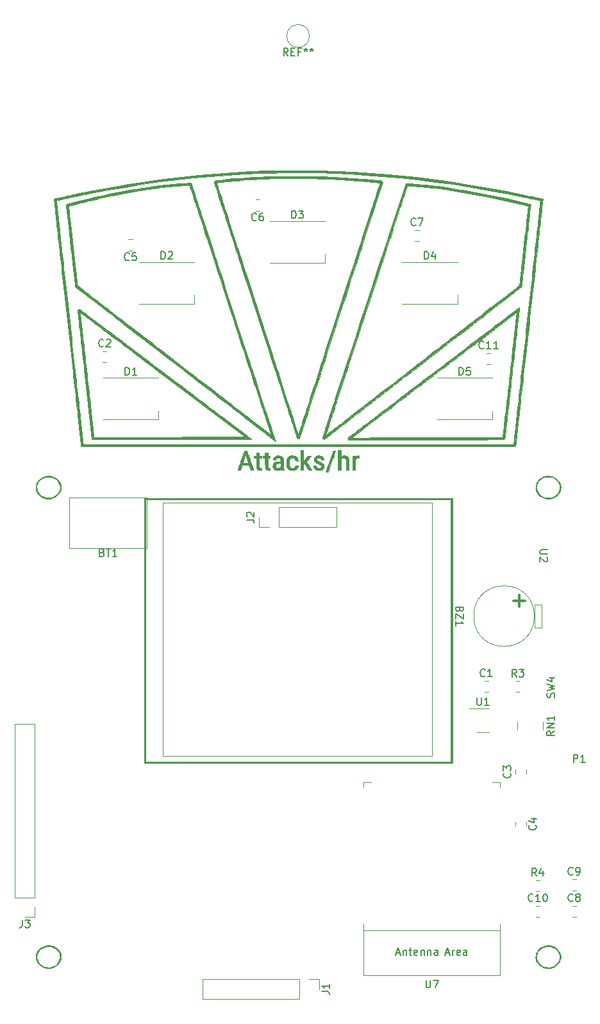
<source format=gbr>
%TF.GenerationSoftware,KiCad,Pcbnew,(6.99.0-1615-g403992a6f4-dirty)*%
%TF.CreationDate,2022-06-06T14:57:22-05:00*%
%TF.ProjectId,DeauthBottom,44656175-7468-4426-9f74-746f6d2e6b69,rev?*%
%TF.SameCoordinates,Original*%
%TF.FileFunction,Legend,Top*%
%TF.FilePolarity,Positive*%
%FSLAX46Y46*%
G04 Gerber Fmt 4.6, Leading zero omitted, Abs format (unit mm)*
G04 Created by KiCad (PCBNEW (6.99.0-1615-g403992a6f4-dirty)) date 2022-06-06 14:57:22*
%MOMM*%
%LPD*%
G01*
G04 APERTURE LIST*
%ADD10C,0.150000*%
%ADD11C,0.300000*%
%ADD12C,0.120000*%
%ADD13C,0.010000*%
%ADD14C,0.050000*%
G04 APERTURE END LIST*
D10*
%TO.C,REF\u002A\u002A*%
X132266666Y-36017380D02*
X131933333Y-35541190D01*
X131695238Y-36017380D02*
X131695238Y-35017380D01*
X131695238Y-35017380D02*
X132076190Y-35017380D01*
X132076190Y-35017380D02*
X132171428Y-35065000D01*
X132171428Y-35065000D02*
X132219047Y-35112619D01*
X132219047Y-35112619D02*
X132266666Y-35207857D01*
X132266666Y-35207857D02*
X132266666Y-35350714D01*
X132266666Y-35350714D02*
X132219047Y-35445952D01*
X132219047Y-35445952D02*
X132171428Y-35493571D01*
X132171428Y-35493571D02*
X132076190Y-35541190D01*
X132076190Y-35541190D02*
X131695238Y-35541190D01*
X132695238Y-35493571D02*
X133028571Y-35493571D01*
X133171428Y-36017380D02*
X132695238Y-36017380D01*
X132695238Y-36017380D02*
X132695238Y-35017380D01*
X132695238Y-35017380D02*
X133171428Y-35017380D01*
X133933333Y-35493571D02*
X133600000Y-35493571D01*
X133600000Y-36017380D02*
X133600000Y-35017380D01*
X133600000Y-35017380D02*
X134076190Y-35017380D01*
X134600000Y-35017380D02*
X134600000Y-35255476D01*
X134361905Y-35160238D02*
X134600000Y-35255476D01*
X134600000Y-35255476D02*
X134838095Y-35160238D01*
X134457143Y-35445952D02*
X134600000Y-35255476D01*
X134600000Y-35255476D02*
X134742857Y-35445952D01*
X135361905Y-35017380D02*
X135361905Y-35255476D01*
X135123810Y-35160238D02*
X135361905Y-35255476D01*
X135361905Y-35255476D02*
X135600000Y-35160238D01*
X135219048Y-35445952D02*
X135361905Y-35255476D01*
X135361905Y-35255476D02*
X135504762Y-35445952D01*
%TO.C,R3*%
X162433333Y-118017380D02*
X162100000Y-117541190D01*
X161861905Y-118017380D02*
X161861905Y-117017380D01*
X161861905Y-117017380D02*
X162242857Y-117017380D01*
X162242857Y-117017380D02*
X162338095Y-117065000D01*
X162338095Y-117065000D02*
X162385714Y-117112619D01*
X162385714Y-117112619D02*
X162433333Y-117207857D01*
X162433333Y-117207857D02*
X162433333Y-117350714D01*
X162433333Y-117350714D02*
X162385714Y-117445952D01*
X162385714Y-117445952D02*
X162338095Y-117493571D01*
X162338095Y-117493571D02*
X162242857Y-117541190D01*
X162242857Y-117541190D02*
X161861905Y-117541190D01*
X162766667Y-117017380D02*
X163385714Y-117017380D01*
X163385714Y-117017380D02*
X163052381Y-117398333D01*
X163052381Y-117398333D02*
X163195238Y-117398333D01*
X163195238Y-117398333D02*
X163290476Y-117445952D01*
X163290476Y-117445952D02*
X163338095Y-117493571D01*
X163338095Y-117493571D02*
X163385714Y-117588809D01*
X163385714Y-117588809D02*
X163385714Y-117826904D01*
X163385714Y-117826904D02*
X163338095Y-117922142D01*
X163338095Y-117922142D02*
X163290476Y-117969761D01*
X163290476Y-117969761D02*
X163195238Y-118017380D01*
X163195238Y-118017380D02*
X162909524Y-118017380D01*
X162909524Y-118017380D02*
X162814286Y-117969761D01*
X162814286Y-117969761D02*
X162766667Y-117922142D01*
%TO.C,BT1*%
X107714285Y-101593571D02*
X107857142Y-101641190D01*
X107857142Y-101641190D02*
X107904761Y-101688809D01*
X107904761Y-101688809D02*
X107952380Y-101784047D01*
X107952380Y-101784047D02*
X107952380Y-101926904D01*
X107952380Y-101926904D02*
X107904761Y-102022142D01*
X107904761Y-102022142D02*
X107857142Y-102069761D01*
X107857142Y-102069761D02*
X107761904Y-102117380D01*
X107761904Y-102117380D02*
X107380952Y-102117380D01*
X107380952Y-102117380D02*
X107380952Y-101117380D01*
X107380952Y-101117380D02*
X107714285Y-101117380D01*
X107714285Y-101117380D02*
X107809523Y-101165000D01*
X107809523Y-101165000D02*
X107857142Y-101212619D01*
X107857142Y-101212619D02*
X107904761Y-101307857D01*
X107904761Y-101307857D02*
X107904761Y-101403095D01*
X107904761Y-101403095D02*
X107857142Y-101498333D01*
X107857142Y-101498333D02*
X107809523Y-101545952D01*
X107809523Y-101545952D02*
X107714285Y-101593571D01*
X107714285Y-101593571D02*
X107380952Y-101593571D01*
X108238095Y-101117380D02*
X108809523Y-101117380D01*
X108523809Y-102117380D02*
X108523809Y-101117380D01*
X109666666Y-102117380D02*
X109095238Y-102117380D01*
X109380952Y-102117380D02*
X109380952Y-101117380D01*
X109380952Y-101117380D02*
X109285714Y-101260238D01*
X109285714Y-101260238D02*
X109190476Y-101355476D01*
X109190476Y-101355476D02*
X109095238Y-101403095D01*
%TO.C,C10*%
X164619642Y-147592142D02*
X164572023Y-147639761D01*
X164572023Y-147639761D02*
X164429166Y-147687380D01*
X164429166Y-147687380D02*
X164333928Y-147687380D01*
X164333928Y-147687380D02*
X164191071Y-147639761D01*
X164191071Y-147639761D02*
X164095833Y-147544523D01*
X164095833Y-147544523D02*
X164048214Y-147449285D01*
X164048214Y-147449285D02*
X164000595Y-147258809D01*
X164000595Y-147258809D02*
X164000595Y-147115952D01*
X164000595Y-147115952D02*
X164048214Y-146925476D01*
X164048214Y-146925476D02*
X164095833Y-146830238D01*
X164095833Y-146830238D02*
X164191071Y-146735000D01*
X164191071Y-146735000D02*
X164333928Y-146687380D01*
X164333928Y-146687380D02*
X164429166Y-146687380D01*
X164429166Y-146687380D02*
X164572023Y-146735000D01*
X164572023Y-146735000D02*
X164619642Y-146782619D01*
X165572023Y-147687380D02*
X165000595Y-147687380D01*
X165286309Y-147687380D02*
X165286309Y-146687380D01*
X165286309Y-146687380D02*
X165191071Y-146830238D01*
X165191071Y-146830238D02*
X165095833Y-146925476D01*
X165095833Y-146925476D02*
X165000595Y-146973095D01*
X166191071Y-146687380D02*
X166286309Y-146687380D01*
X166286309Y-146687380D02*
X166381547Y-146735000D01*
X166381547Y-146735000D02*
X166429166Y-146782619D01*
X166429166Y-146782619D02*
X166476785Y-146877857D01*
X166476785Y-146877857D02*
X166524404Y-147068333D01*
X166524404Y-147068333D02*
X166524404Y-147306428D01*
X166524404Y-147306428D02*
X166476785Y-147496904D01*
X166476785Y-147496904D02*
X166429166Y-147592142D01*
X166429166Y-147592142D02*
X166381547Y-147639761D01*
X166381547Y-147639761D02*
X166286309Y-147687380D01*
X166286309Y-147687380D02*
X166191071Y-147687380D01*
X166191071Y-147687380D02*
X166095833Y-147639761D01*
X166095833Y-147639761D02*
X166048214Y-147592142D01*
X166048214Y-147592142D02*
X166000595Y-147496904D01*
X166000595Y-147496904D02*
X165952976Y-147306428D01*
X165952976Y-147306428D02*
X165952976Y-147068333D01*
X165952976Y-147068333D02*
X166000595Y-146877857D01*
X166000595Y-146877857D02*
X166048214Y-146782619D01*
X166048214Y-146782619D02*
X166095833Y-146735000D01*
X166095833Y-146735000D02*
X166191071Y-146687380D01*
%TO.C,RN1*%
X167417380Y-125190476D02*
X166941190Y-125523809D01*
X167417380Y-125761904D02*
X166417380Y-125761904D01*
X166417380Y-125761904D02*
X166417380Y-125380952D01*
X166417380Y-125380952D02*
X166465000Y-125285714D01*
X166465000Y-125285714D02*
X166512619Y-125238095D01*
X166512619Y-125238095D02*
X166607857Y-125190476D01*
X166607857Y-125190476D02*
X166750714Y-125190476D01*
X166750714Y-125190476D02*
X166845952Y-125238095D01*
X166845952Y-125238095D02*
X166893571Y-125285714D01*
X166893571Y-125285714D02*
X166941190Y-125380952D01*
X166941190Y-125380952D02*
X166941190Y-125761904D01*
X167417380Y-124761904D02*
X166417380Y-124761904D01*
X166417380Y-124761904D02*
X167417380Y-124190476D01*
X167417380Y-124190476D02*
X166417380Y-124190476D01*
X167417380Y-123190476D02*
X167417380Y-123761904D01*
X167417380Y-123476190D02*
X166417380Y-123476190D01*
X166417380Y-123476190D02*
X166560238Y-123571428D01*
X166560238Y-123571428D02*
X166655476Y-123666666D01*
X166655476Y-123666666D02*
X166703095Y-123761904D01*
%TO.C,D2*%
X115511905Y-62867380D02*
X115511905Y-61867380D01*
X115511905Y-61867380D02*
X115750000Y-61867380D01*
X115750000Y-61867380D02*
X115892857Y-61915000D01*
X115892857Y-61915000D02*
X115988095Y-62010238D01*
X115988095Y-62010238D02*
X116035714Y-62105476D01*
X116035714Y-62105476D02*
X116083333Y-62295952D01*
X116083333Y-62295952D02*
X116083333Y-62438809D01*
X116083333Y-62438809D02*
X116035714Y-62629285D01*
X116035714Y-62629285D02*
X115988095Y-62724523D01*
X115988095Y-62724523D02*
X115892857Y-62819761D01*
X115892857Y-62819761D02*
X115750000Y-62867380D01*
X115750000Y-62867380D02*
X115511905Y-62867380D01*
X116464286Y-61962619D02*
X116511905Y-61915000D01*
X116511905Y-61915000D02*
X116607143Y-61867380D01*
X116607143Y-61867380D02*
X116845238Y-61867380D01*
X116845238Y-61867380D02*
X116940476Y-61915000D01*
X116940476Y-61915000D02*
X116988095Y-61962619D01*
X116988095Y-61962619D02*
X117035714Y-62057857D01*
X117035714Y-62057857D02*
X117035714Y-62153095D01*
X117035714Y-62153095D02*
X116988095Y-62295952D01*
X116988095Y-62295952D02*
X116416667Y-62867380D01*
X116416667Y-62867380D02*
X117035714Y-62867380D01*
%TO.C,U2*%
X166552619Y-101238095D02*
X165743095Y-101238095D01*
X165743095Y-101238095D02*
X165647857Y-101285714D01*
X165647857Y-101285714D02*
X165600238Y-101333333D01*
X165600238Y-101333333D02*
X165552619Y-101428571D01*
X165552619Y-101428571D02*
X165552619Y-101619047D01*
X165552619Y-101619047D02*
X165600238Y-101714285D01*
X165600238Y-101714285D02*
X165647857Y-101761904D01*
X165647857Y-101761904D02*
X165743095Y-101809523D01*
X165743095Y-101809523D02*
X166552619Y-101809523D01*
X166457380Y-102238095D02*
X166505000Y-102285714D01*
X166505000Y-102285714D02*
X166552619Y-102380952D01*
X166552619Y-102380952D02*
X166552619Y-102619047D01*
X166552619Y-102619047D02*
X166505000Y-102714285D01*
X166505000Y-102714285D02*
X166457380Y-102761904D01*
X166457380Y-102761904D02*
X166362142Y-102809523D01*
X166362142Y-102809523D02*
X166266904Y-102809523D01*
X166266904Y-102809523D02*
X166124047Y-102761904D01*
X166124047Y-102761904D02*
X165552619Y-102190476D01*
X165552619Y-102190476D02*
X165552619Y-102809523D01*
%TO.C,C6*%
X128083333Y-57702142D02*
X128035714Y-57749761D01*
X128035714Y-57749761D02*
X127892857Y-57797380D01*
X127892857Y-57797380D02*
X127797619Y-57797380D01*
X127797619Y-57797380D02*
X127654762Y-57749761D01*
X127654762Y-57749761D02*
X127559524Y-57654523D01*
X127559524Y-57654523D02*
X127511905Y-57559285D01*
X127511905Y-57559285D02*
X127464286Y-57368809D01*
X127464286Y-57368809D02*
X127464286Y-57225952D01*
X127464286Y-57225952D02*
X127511905Y-57035476D01*
X127511905Y-57035476D02*
X127559524Y-56940238D01*
X127559524Y-56940238D02*
X127654762Y-56845000D01*
X127654762Y-56845000D02*
X127797619Y-56797380D01*
X127797619Y-56797380D02*
X127892857Y-56797380D01*
X127892857Y-56797380D02*
X128035714Y-56845000D01*
X128035714Y-56845000D02*
X128083333Y-56892619D01*
X128940476Y-56797380D02*
X128750000Y-56797380D01*
X128750000Y-56797380D02*
X128654762Y-56845000D01*
X128654762Y-56845000D02*
X128607143Y-56892619D01*
X128607143Y-56892619D02*
X128511905Y-57035476D01*
X128511905Y-57035476D02*
X128464286Y-57225952D01*
X128464286Y-57225952D02*
X128464286Y-57606904D01*
X128464286Y-57606904D02*
X128511905Y-57702142D01*
X128511905Y-57702142D02*
X128559524Y-57749761D01*
X128559524Y-57749761D02*
X128654762Y-57797380D01*
X128654762Y-57797380D02*
X128845238Y-57797380D01*
X128845238Y-57797380D02*
X128940476Y-57749761D01*
X128940476Y-57749761D02*
X128988095Y-57702142D01*
X128988095Y-57702142D02*
X129035714Y-57606904D01*
X129035714Y-57606904D02*
X129035714Y-57368809D01*
X129035714Y-57368809D02*
X128988095Y-57273571D01*
X128988095Y-57273571D02*
X128940476Y-57225952D01*
X128940476Y-57225952D02*
X128845238Y-57178333D01*
X128845238Y-57178333D02*
X128654762Y-57178333D01*
X128654762Y-57178333D02*
X128559524Y-57225952D01*
X128559524Y-57225952D02*
X128511905Y-57273571D01*
X128511905Y-57273571D02*
X128464286Y-57368809D01*
%TO.C,D1*%
X110761905Y-78167380D02*
X110761905Y-77167380D01*
X110761905Y-77167380D02*
X111000000Y-77167380D01*
X111000000Y-77167380D02*
X111142857Y-77215000D01*
X111142857Y-77215000D02*
X111238095Y-77310238D01*
X111238095Y-77310238D02*
X111285714Y-77405476D01*
X111285714Y-77405476D02*
X111333333Y-77595952D01*
X111333333Y-77595952D02*
X111333333Y-77738809D01*
X111333333Y-77738809D02*
X111285714Y-77929285D01*
X111285714Y-77929285D02*
X111238095Y-78024523D01*
X111238095Y-78024523D02*
X111142857Y-78119761D01*
X111142857Y-78119761D02*
X111000000Y-78167380D01*
X111000000Y-78167380D02*
X110761905Y-78167380D01*
X112285714Y-78167380D02*
X111714286Y-78167380D01*
X112000000Y-78167380D02*
X112000000Y-77167380D01*
X112000000Y-77167380D02*
X111904762Y-77310238D01*
X111904762Y-77310238D02*
X111809524Y-77405476D01*
X111809524Y-77405476D02*
X111714286Y-77453095D01*
%TO.C,J3*%
X97166666Y-150122380D02*
X97166666Y-150836666D01*
X97166666Y-150836666D02*
X97119047Y-150979523D01*
X97119047Y-150979523D02*
X97023809Y-151074761D01*
X97023809Y-151074761D02*
X96880952Y-151122380D01*
X96880952Y-151122380D02*
X96785714Y-151122380D01*
X97547619Y-150122380D02*
X98166666Y-150122380D01*
X98166666Y-150122380D02*
X97833333Y-150503333D01*
X97833333Y-150503333D02*
X97976190Y-150503333D01*
X97976190Y-150503333D02*
X98071428Y-150550952D01*
X98071428Y-150550952D02*
X98119047Y-150598571D01*
X98119047Y-150598571D02*
X98166666Y-150693809D01*
X98166666Y-150693809D02*
X98166666Y-150931904D01*
X98166666Y-150931904D02*
X98119047Y-151027142D01*
X98119047Y-151027142D02*
X98071428Y-151074761D01*
X98071428Y-151074761D02*
X97976190Y-151122380D01*
X97976190Y-151122380D02*
X97690476Y-151122380D01*
X97690476Y-151122380D02*
X97595238Y-151074761D01*
X97595238Y-151074761D02*
X97547619Y-151027142D01*
%TO.C,C7*%
X149133333Y-58342142D02*
X149085714Y-58389761D01*
X149085714Y-58389761D02*
X148942857Y-58437380D01*
X148942857Y-58437380D02*
X148847619Y-58437380D01*
X148847619Y-58437380D02*
X148704762Y-58389761D01*
X148704762Y-58389761D02*
X148609524Y-58294523D01*
X148609524Y-58294523D02*
X148561905Y-58199285D01*
X148561905Y-58199285D02*
X148514286Y-58008809D01*
X148514286Y-58008809D02*
X148514286Y-57865952D01*
X148514286Y-57865952D02*
X148561905Y-57675476D01*
X148561905Y-57675476D02*
X148609524Y-57580238D01*
X148609524Y-57580238D02*
X148704762Y-57485000D01*
X148704762Y-57485000D02*
X148847619Y-57437380D01*
X148847619Y-57437380D02*
X148942857Y-57437380D01*
X148942857Y-57437380D02*
X149085714Y-57485000D01*
X149085714Y-57485000D02*
X149133333Y-57532619D01*
X149466667Y-57437380D02*
X150133333Y-57437380D01*
X150133333Y-57437380D02*
X149704762Y-58437380D01*
%TO.C,D5*%
X154861905Y-78167380D02*
X154861905Y-77167380D01*
X154861905Y-77167380D02*
X155100000Y-77167380D01*
X155100000Y-77167380D02*
X155242857Y-77215000D01*
X155242857Y-77215000D02*
X155338095Y-77310238D01*
X155338095Y-77310238D02*
X155385714Y-77405476D01*
X155385714Y-77405476D02*
X155433333Y-77595952D01*
X155433333Y-77595952D02*
X155433333Y-77738809D01*
X155433333Y-77738809D02*
X155385714Y-77929285D01*
X155385714Y-77929285D02*
X155338095Y-78024523D01*
X155338095Y-78024523D02*
X155242857Y-78119761D01*
X155242857Y-78119761D02*
X155100000Y-78167380D01*
X155100000Y-78167380D02*
X154861905Y-78167380D01*
X156338095Y-77167380D02*
X155861905Y-77167380D01*
X155861905Y-77167380D02*
X155814286Y-77643571D01*
X155814286Y-77643571D02*
X155861905Y-77595952D01*
X155861905Y-77595952D02*
X155957143Y-77548333D01*
X155957143Y-77548333D02*
X156195238Y-77548333D01*
X156195238Y-77548333D02*
X156290476Y-77595952D01*
X156290476Y-77595952D02*
X156338095Y-77643571D01*
X156338095Y-77643571D02*
X156385714Y-77738809D01*
X156385714Y-77738809D02*
X156385714Y-77976904D01*
X156385714Y-77976904D02*
X156338095Y-78072142D01*
X156338095Y-78072142D02*
X156290476Y-78119761D01*
X156290476Y-78119761D02*
X156195238Y-78167380D01*
X156195238Y-78167380D02*
X155957143Y-78167380D01*
X155957143Y-78167380D02*
X155861905Y-78119761D01*
X155861905Y-78119761D02*
X155814286Y-78072142D01*
%TO.C,U1*%
X157238095Y-120767380D02*
X157238095Y-121576904D01*
X157238095Y-121576904D02*
X157285714Y-121672142D01*
X157285714Y-121672142D02*
X157333333Y-121719761D01*
X157333333Y-121719761D02*
X157428571Y-121767380D01*
X157428571Y-121767380D02*
X157619047Y-121767380D01*
X157619047Y-121767380D02*
X157714285Y-121719761D01*
X157714285Y-121719761D02*
X157761904Y-121672142D01*
X157761904Y-121672142D02*
X157809523Y-121576904D01*
X157809523Y-121576904D02*
X157809523Y-120767380D01*
X158809523Y-121767380D02*
X158238095Y-121767380D01*
X158523809Y-121767380D02*
X158523809Y-120767380D01*
X158523809Y-120767380D02*
X158428571Y-120910238D01*
X158428571Y-120910238D02*
X158333333Y-121005476D01*
X158333333Y-121005476D02*
X158238095Y-121053095D01*
%TO.C,C4*%
X164952142Y-137616666D02*
X164999761Y-137664285D01*
X164999761Y-137664285D02*
X165047380Y-137807142D01*
X165047380Y-137807142D02*
X165047380Y-137902380D01*
X165047380Y-137902380D02*
X164999761Y-138045237D01*
X164999761Y-138045237D02*
X164904523Y-138140475D01*
X164904523Y-138140475D02*
X164809285Y-138188094D01*
X164809285Y-138188094D02*
X164618809Y-138235713D01*
X164618809Y-138235713D02*
X164475952Y-138235713D01*
X164475952Y-138235713D02*
X164285476Y-138188094D01*
X164285476Y-138188094D02*
X164190238Y-138140475D01*
X164190238Y-138140475D02*
X164095000Y-138045237D01*
X164095000Y-138045237D02*
X164047380Y-137902380D01*
X164047380Y-137902380D02*
X164047380Y-137807142D01*
X164047380Y-137807142D02*
X164095000Y-137664285D01*
X164095000Y-137664285D02*
X164142619Y-137616666D01*
X164380714Y-136759523D02*
X165047380Y-136759523D01*
X163999761Y-136997618D02*
X164714047Y-137235713D01*
X164714047Y-137235713D02*
X164714047Y-136616666D01*
%TO.C,P1*%
X169974405Y-129292380D02*
X169974405Y-128292380D01*
X169974405Y-128292380D02*
X170355357Y-128292380D01*
X170355357Y-128292380D02*
X170450595Y-128340000D01*
X170450595Y-128340000D02*
X170498214Y-128387619D01*
X170498214Y-128387619D02*
X170545833Y-128482857D01*
X170545833Y-128482857D02*
X170545833Y-128625714D01*
X170545833Y-128625714D02*
X170498214Y-128720952D01*
X170498214Y-128720952D02*
X170450595Y-128768571D01*
X170450595Y-128768571D02*
X170355357Y-128816190D01*
X170355357Y-128816190D02*
X169974405Y-128816190D01*
X171498214Y-129292380D02*
X170926786Y-129292380D01*
X171212500Y-129292380D02*
X171212500Y-128292380D01*
X171212500Y-128292380D02*
X171117262Y-128435238D01*
X171117262Y-128435238D02*
X171022024Y-128530476D01*
X171022024Y-128530476D02*
X170926786Y-128578095D01*
%TO.C,C8*%
X169883333Y-147592142D02*
X169835714Y-147639761D01*
X169835714Y-147639761D02*
X169692857Y-147687380D01*
X169692857Y-147687380D02*
X169597619Y-147687380D01*
X169597619Y-147687380D02*
X169454762Y-147639761D01*
X169454762Y-147639761D02*
X169359524Y-147544523D01*
X169359524Y-147544523D02*
X169311905Y-147449285D01*
X169311905Y-147449285D02*
X169264286Y-147258809D01*
X169264286Y-147258809D02*
X169264286Y-147115952D01*
X169264286Y-147115952D02*
X169311905Y-146925476D01*
X169311905Y-146925476D02*
X169359524Y-146830238D01*
X169359524Y-146830238D02*
X169454762Y-146735000D01*
X169454762Y-146735000D02*
X169597619Y-146687380D01*
X169597619Y-146687380D02*
X169692857Y-146687380D01*
X169692857Y-146687380D02*
X169835714Y-146735000D01*
X169835714Y-146735000D02*
X169883333Y-146782619D01*
X170454762Y-147115952D02*
X170359524Y-147068333D01*
X170359524Y-147068333D02*
X170311905Y-147020714D01*
X170311905Y-147020714D02*
X170264286Y-146925476D01*
X170264286Y-146925476D02*
X170264286Y-146877857D01*
X170264286Y-146877857D02*
X170311905Y-146782619D01*
X170311905Y-146782619D02*
X170359524Y-146735000D01*
X170359524Y-146735000D02*
X170454762Y-146687380D01*
X170454762Y-146687380D02*
X170645238Y-146687380D01*
X170645238Y-146687380D02*
X170740476Y-146735000D01*
X170740476Y-146735000D02*
X170788095Y-146782619D01*
X170788095Y-146782619D02*
X170835714Y-146877857D01*
X170835714Y-146877857D02*
X170835714Y-146925476D01*
X170835714Y-146925476D02*
X170788095Y-147020714D01*
X170788095Y-147020714D02*
X170740476Y-147068333D01*
X170740476Y-147068333D02*
X170645238Y-147115952D01*
X170645238Y-147115952D02*
X170454762Y-147115952D01*
X170454762Y-147115952D02*
X170359524Y-147163571D01*
X170359524Y-147163571D02*
X170311905Y-147211190D01*
X170311905Y-147211190D02*
X170264286Y-147306428D01*
X170264286Y-147306428D02*
X170264286Y-147496904D01*
X170264286Y-147496904D02*
X170311905Y-147592142D01*
X170311905Y-147592142D02*
X170359524Y-147639761D01*
X170359524Y-147639761D02*
X170454762Y-147687380D01*
X170454762Y-147687380D02*
X170645238Y-147687380D01*
X170645238Y-147687380D02*
X170740476Y-147639761D01*
X170740476Y-147639761D02*
X170788095Y-147592142D01*
X170788095Y-147592142D02*
X170835714Y-147496904D01*
X170835714Y-147496904D02*
X170835714Y-147306428D01*
X170835714Y-147306428D02*
X170788095Y-147211190D01*
X170788095Y-147211190D02*
X170740476Y-147163571D01*
X170740476Y-147163571D02*
X170645238Y-147115952D01*
%TO.C,SW4*%
X167419761Y-120733332D02*
X167467380Y-120590475D01*
X167467380Y-120590475D02*
X167467380Y-120352380D01*
X167467380Y-120352380D02*
X167419761Y-120257142D01*
X167419761Y-120257142D02*
X167372142Y-120209523D01*
X167372142Y-120209523D02*
X167276904Y-120161904D01*
X167276904Y-120161904D02*
X167181666Y-120161904D01*
X167181666Y-120161904D02*
X167086428Y-120209523D01*
X167086428Y-120209523D02*
X167038809Y-120257142D01*
X167038809Y-120257142D02*
X166991190Y-120352380D01*
X166991190Y-120352380D02*
X166943571Y-120542856D01*
X166943571Y-120542856D02*
X166895952Y-120638094D01*
X166895952Y-120638094D02*
X166848333Y-120685713D01*
X166848333Y-120685713D02*
X166753095Y-120733332D01*
X166753095Y-120733332D02*
X166657857Y-120733332D01*
X166657857Y-120733332D02*
X166562619Y-120685713D01*
X166562619Y-120685713D02*
X166515000Y-120638094D01*
X166515000Y-120638094D02*
X166467380Y-120542856D01*
X166467380Y-120542856D02*
X166467380Y-120304761D01*
X166467380Y-120304761D02*
X166515000Y-120161904D01*
X166467380Y-119828570D02*
X167467380Y-119590475D01*
X167467380Y-119590475D02*
X166753095Y-119399999D01*
X166753095Y-119399999D02*
X167467380Y-119209523D01*
X167467380Y-119209523D02*
X166467380Y-118971428D01*
X166800714Y-118161904D02*
X167467380Y-118161904D01*
X166419761Y-118399999D02*
X167134047Y-118638094D01*
X167134047Y-118638094D02*
X167134047Y-118019047D01*
%TO.C,C1*%
X158283333Y-117892142D02*
X158235714Y-117939761D01*
X158235714Y-117939761D02*
X158092857Y-117987380D01*
X158092857Y-117987380D02*
X157997619Y-117987380D01*
X157997619Y-117987380D02*
X157854762Y-117939761D01*
X157854762Y-117939761D02*
X157759524Y-117844523D01*
X157759524Y-117844523D02*
X157711905Y-117749285D01*
X157711905Y-117749285D02*
X157664286Y-117558809D01*
X157664286Y-117558809D02*
X157664286Y-117415952D01*
X157664286Y-117415952D02*
X157711905Y-117225476D01*
X157711905Y-117225476D02*
X157759524Y-117130238D01*
X157759524Y-117130238D02*
X157854762Y-117035000D01*
X157854762Y-117035000D02*
X157997619Y-116987380D01*
X157997619Y-116987380D02*
X158092857Y-116987380D01*
X158092857Y-116987380D02*
X158235714Y-117035000D01*
X158235714Y-117035000D02*
X158283333Y-117082619D01*
X159235714Y-117987380D02*
X158664286Y-117987380D01*
X158950000Y-117987380D02*
X158950000Y-116987380D01*
X158950000Y-116987380D02*
X158854762Y-117130238D01*
X158854762Y-117130238D02*
X158759524Y-117225476D01*
X158759524Y-117225476D02*
X158664286Y-117273095D01*
%TO.C,C9*%
X169883333Y-144092142D02*
X169835714Y-144139761D01*
X169835714Y-144139761D02*
X169692857Y-144187380D01*
X169692857Y-144187380D02*
X169597619Y-144187380D01*
X169597619Y-144187380D02*
X169454762Y-144139761D01*
X169454762Y-144139761D02*
X169359524Y-144044523D01*
X169359524Y-144044523D02*
X169311905Y-143949285D01*
X169311905Y-143949285D02*
X169264286Y-143758809D01*
X169264286Y-143758809D02*
X169264286Y-143615952D01*
X169264286Y-143615952D02*
X169311905Y-143425476D01*
X169311905Y-143425476D02*
X169359524Y-143330238D01*
X169359524Y-143330238D02*
X169454762Y-143235000D01*
X169454762Y-143235000D02*
X169597619Y-143187380D01*
X169597619Y-143187380D02*
X169692857Y-143187380D01*
X169692857Y-143187380D02*
X169835714Y-143235000D01*
X169835714Y-143235000D02*
X169883333Y-143282619D01*
X170359524Y-144187380D02*
X170550000Y-144187380D01*
X170550000Y-144187380D02*
X170645238Y-144139761D01*
X170645238Y-144139761D02*
X170692857Y-144092142D01*
X170692857Y-144092142D02*
X170788095Y-143949285D01*
X170788095Y-143949285D02*
X170835714Y-143758809D01*
X170835714Y-143758809D02*
X170835714Y-143377857D01*
X170835714Y-143377857D02*
X170788095Y-143282619D01*
X170788095Y-143282619D02*
X170740476Y-143235000D01*
X170740476Y-143235000D02*
X170645238Y-143187380D01*
X170645238Y-143187380D02*
X170454762Y-143187380D01*
X170454762Y-143187380D02*
X170359524Y-143235000D01*
X170359524Y-143235000D02*
X170311905Y-143282619D01*
X170311905Y-143282619D02*
X170264286Y-143377857D01*
X170264286Y-143377857D02*
X170264286Y-143615952D01*
X170264286Y-143615952D02*
X170311905Y-143711190D01*
X170311905Y-143711190D02*
X170359524Y-143758809D01*
X170359524Y-143758809D02*
X170454762Y-143806428D01*
X170454762Y-143806428D02*
X170645238Y-143806428D01*
X170645238Y-143806428D02*
X170740476Y-143758809D01*
X170740476Y-143758809D02*
X170788095Y-143711190D01*
X170788095Y-143711190D02*
X170835714Y-143615952D01*
%TO.C,J2*%
X126787380Y-97283333D02*
X127501666Y-97283333D01*
X127501666Y-97283333D02*
X127644523Y-97330952D01*
X127644523Y-97330952D02*
X127739761Y-97426190D01*
X127739761Y-97426190D02*
X127787380Y-97569047D01*
X127787380Y-97569047D02*
X127787380Y-97664285D01*
X126882619Y-96854761D02*
X126835000Y-96807142D01*
X126835000Y-96807142D02*
X126787380Y-96711904D01*
X126787380Y-96711904D02*
X126787380Y-96473809D01*
X126787380Y-96473809D02*
X126835000Y-96378571D01*
X126835000Y-96378571D02*
X126882619Y-96330952D01*
X126882619Y-96330952D02*
X126977857Y-96283333D01*
X126977857Y-96283333D02*
X127073095Y-96283333D01*
X127073095Y-96283333D02*
X127215952Y-96330952D01*
X127215952Y-96330952D02*
X127787380Y-96902380D01*
X127787380Y-96902380D02*
X127787380Y-96283333D01*
%TO.C,C5*%
X111283333Y-62952142D02*
X111235714Y-62999761D01*
X111235714Y-62999761D02*
X111092857Y-63047380D01*
X111092857Y-63047380D02*
X110997619Y-63047380D01*
X110997619Y-63047380D02*
X110854762Y-62999761D01*
X110854762Y-62999761D02*
X110759524Y-62904523D01*
X110759524Y-62904523D02*
X110711905Y-62809285D01*
X110711905Y-62809285D02*
X110664286Y-62618809D01*
X110664286Y-62618809D02*
X110664286Y-62475952D01*
X110664286Y-62475952D02*
X110711905Y-62285476D01*
X110711905Y-62285476D02*
X110759524Y-62190238D01*
X110759524Y-62190238D02*
X110854762Y-62095000D01*
X110854762Y-62095000D02*
X110997619Y-62047380D01*
X110997619Y-62047380D02*
X111092857Y-62047380D01*
X111092857Y-62047380D02*
X111235714Y-62095000D01*
X111235714Y-62095000D02*
X111283333Y-62142619D01*
X112188095Y-62047380D02*
X111711905Y-62047380D01*
X111711905Y-62047380D02*
X111664286Y-62523571D01*
X111664286Y-62523571D02*
X111711905Y-62475952D01*
X111711905Y-62475952D02*
X111807143Y-62428333D01*
X111807143Y-62428333D02*
X112045238Y-62428333D01*
X112045238Y-62428333D02*
X112140476Y-62475952D01*
X112140476Y-62475952D02*
X112188095Y-62523571D01*
X112188095Y-62523571D02*
X112235714Y-62618809D01*
X112235714Y-62618809D02*
X112235714Y-62856904D01*
X112235714Y-62856904D02*
X112188095Y-62952142D01*
X112188095Y-62952142D02*
X112140476Y-62999761D01*
X112140476Y-62999761D02*
X112045238Y-63047380D01*
X112045238Y-63047380D02*
X111807143Y-63047380D01*
X111807143Y-63047380D02*
X111711905Y-62999761D01*
X111711905Y-62999761D02*
X111664286Y-62952142D01*
%TO.C,D3*%
X132761905Y-57467380D02*
X132761905Y-56467380D01*
X132761905Y-56467380D02*
X133000000Y-56467380D01*
X133000000Y-56467380D02*
X133142857Y-56515000D01*
X133142857Y-56515000D02*
X133238095Y-56610238D01*
X133238095Y-56610238D02*
X133285714Y-56705476D01*
X133285714Y-56705476D02*
X133333333Y-56895952D01*
X133333333Y-56895952D02*
X133333333Y-57038809D01*
X133333333Y-57038809D02*
X133285714Y-57229285D01*
X133285714Y-57229285D02*
X133238095Y-57324523D01*
X133238095Y-57324523D02*
X133142857Y-57419761D01*
X133142857Y-57419761D02*
X133000000Y-57467380D01*
X133000000Y-57467380D02*
X132761905Y-57467380D01*
X133666667Y-56467380D02*
X134285714Y-56467380D01*
X134285714Y-56467380D02*
X133952381Y-56848333D01*
X133952381Y-56848333D02*
X134095238Y-56848333D01*
X134095238Y-56848333D02*
X134190476Y-56895952D01*
X134190476Y-56895952D02*
X134238095Y-56943571D01*
X134238095Y-56943571D02*
X134285714Y-57038809D01*
X134285714Y-57038809D02*
X134285714Y-57276904D01*
X134285714Y-57276904D02*
X134238095Y-57372142D01*
X134238095Y-57372142D02*
X134190476Y-57419761D01*
X134190476Y-57419761D02*
X134095238Y-57467380D01*
X134095238Y-57467380D02*
X133809524Y-57467380D01*
X133809524Y-57467380D02*
X133714286Y-57419761D01*
X133714286Y-57419761D02*
X133666667Y-57372142D01*
%TO.C,U7*%
X150488095Y-158067380D02*
X150488095Y-158876904D01*
X150488095Y-158876904D02*
X150535714Y-158972142D01*
X150535714Y-158972142D02*
X150583333Y-159019761D01*
X150583333Y-159019761D02*
X150678571Y-159067380D01*
X150678571Y-159067380D02*
X150869047Y-159067380D01*
X150869047Y-159067380D02*
X150964285Y-159019761D01*
X150964285Y-159019761D02*
X151011904Y-158972142D01*
X151011904Y-158972142D02*
X151059523Y-158876904D01*
X151059523Y-158876904D02*
X151059523Y-158067380D01*
X151440476Y-158067380D02*
X152107142Y-158067380D01*
X152107142Y-158067380D02*
X151678571Y-159067380D01*
X146569047Y-154481666D02*
X147045237Y-154481666D01*
X146473809Y-154767380D02*
X146807142Y-153767380D01*
X146807142Y-153767380D02*
X147140475Y-154767380D01*
X147473809Y-154100714D02*
X147473809Y-154767380D01*
X147473809Y-154195952D02*
X147521428Y-154148333D01*
X147521428Y-154148333D02*
X147616666Y-154100714D01*
X147616666Y-154100714D02*
X147759523Y-154100714D01*
X147759523Y-154100714D02*
X147854761Y-154148333D01*
X147854761Y-154148333D02*
X147902380Y-154243571D01*
X147902380Y-154243571D02*
X147902380Y-154767380D01*
X148235714Y-154100714D02*
X148616666Y-154100714D01*
X148378571Y-153767380D02*
X148378571Y-154624523D01*
X148378571Y-154624523D02*
X148426190Y-154719761D01*
X148426190Y-154719761D02*
X148521428Y-154767380D01*
X148521428Y-154767380D02*
X148616666Y-154767380D01*
X149330952Y-154719761D02*
X149235714Y-154767380D01*
X149235714Y-154767380D02*
X149045238Y-154767380D01*
X149045238Y-154767380D02*
X148950000Y-154719761D01*
X148950000Y-154719761D02*
X148902381Y-154624523D01*
X148902381Y-154624523D02*
X148902381Y-154243571D01*
X148902381Y-154243571D02*
X148950000Y-154148333D01*
X148950000Y-154148333D02*
X149045238Y-154100714D01*
X149045238Y-154100714D02*
X149235714Y-154100714D01*
X149235714Y-154100714D02*
X149330952Y-154148333D01*
X149330952Y-154148333D02*
X149378571Y-154243571D01*
X149378571Y-154243571D02*
X149378571Y-154338809D01*
X149378571Y-154338809D02*
X148902381Y-154434047D01*
X149807143Y-154100714D02*
X149807143Y-154767380D01*
X149807143Y-154195952D02*
X149854762Y-154148333D01*
X149854762Y-154148333D02*
X149950000Y-154100714D01*
X149950000Y-154100714D02*
X150092857Y-154100714D01*
X150092857Y-154100714D02*
X150188095Y-154148333D01*
X150188095Y-154148333D02*
X150235714Y-154243571D01*
X150235714Y-154243571D02*
X150235714Y-154767380D01*
X150711905Y-154100714D02*
X150711905Y-154767380D01*
X150711905Y-154195952D02*
X150759524Y-154148333D01*
X150759524Y-154148333D02*
X150854762Y-154100714D01*
X150854762Y-154100714D02*
X150997619Y-154100714D01*
X150997619Y-154100714D02*
X151092857Y-154148333D01*
X151092857Y-154148333D02*
X151140476Y-154243571D01*
X151140476Y-154243571D02*
X151140476Y-154767380D01*
X152045238Y-154767380D02*
X152045238Y-154243571D01*
X152045238Y-154243571D02*
X151997619Y-154148333D01*
X151997619Y-154148333D02*
X151902381Y-154100714D01*
X151902381Y-154100714D02*
X151711905Y-154100714D01*
X151711905Y-154100714D02*
X151616667Y-154148333D01*
X152045238Y-154719761D02*
X151950000Y-154767380D01*
X151950000Y-154767380D02*
X151711905Y-154767380D01*
X151711905Y-154767380D02*
X151616667Y-154719761D01*
X151616667Y-154719761D02*
X151569048Y-154624523D01*
X151569048Y-154624523D02*
X151569048Y-154529285D01*
X151569048Y-154529285D02*
X151616667Y-154434047D01*
X151616667Y-154434047D02*
X151711905Y-154386428D01*
X151711905Y-154386428D02*
X151950000Y-154386428D01*
X151950000Y-154386428D02*
X152045238Y-154338809D01*
X153073810Y-154481666D02*
X153550000Y-154481666D01*
X152978572Y-154767380D02*
X153311905Y-153767380D01*
X153311905Y-153767380D02*
X153645238Y-154767380D01*
X153978572Y-154767380D02*
X153978572Y-154100714D01*
X153978572Y-154291190D02*
X154026191Y-154195952D01*
X154026191Y-154195952D02*
X154073810Y-154148333D01*
X154073810Y-154148333D02*
X154169048Y-154100714D01*
X154169048Y-154100714D02*
X154264286Y-154100714D01*
X154978572Y-154719761D02*
X154883334Y-154767380D01*
X154883334Y-154767380D02*
X154692858Y-154767380D01*
X154692858Y-154767380D02*
X154597620Y-154719761D01*
X154597620Y-154719761D02*
X154550001Y-154624523D01*
X154550001Y-154624523D02*
X154550001Y-154243571D01*
X154550001Y-154243571D02*
X154597620Y-154148333D01*
X154597620Y-154148333D02*
X154692858Y-154100714D01*
X154692858Y-154100714D02*
X154883334Y-154100714D01*
X154883334Y-154100714D02*
X154978572Y-154148333D01*
X154978572Y-154148333D02*
X155026191Y-154243571D01*
X155026191Y-154243571D02*
X155026191Y-154338809D01*
X155026191Y-154338809D02*
X154550001Y-154434047D01*
X155883334Y-154767380D02*
X155883334Y-154243571D01*
X155883334Y-154243571D02*
X155835715Y-154148333D01*
X155835715Y-154148333D02*
X155740477Y-154100714D01*
X155740477Y-154100714D02*
X155550001Y-154100714D01*
X155550001Y-154100714D02*
X155454763Y-154148333D01*
X155883334Y-154719761D02*
X155788096Y-154767380D01*
X155788096Y-154767380D02*
X155550001Y-154767380D01*
X155550001Y-154767380D02*
X155454763Y-154719761D01*
X155454763Y-154719761D02*
X155407144Y-154624523D01*
X155407144Y-154624523D02*
X155407144Y-154529285D01*
X155407144Y-154529285D02*
X155454763Y-154434047D01*
X155454763Y-154434047D02*
X155550001Y-154386428D01*
X155550001Y-154386428D02*
X155788096Y-154386428D01*
X155788096Y-154386428D02*
X155883334Y-154338809D01*
%TO.C,D4*%
X150261905Y-62867380D02*
X150261905Y-61867380D01*
X150261905Y-61867380D02*
X150500000Y-61867380D01*
X150500000Y-61867380D02*
X150642857Y-61915000D01*
X150642857Y-61915000D02*
X150738095Y-62010238D01*
X150738095Y-62010238D02*
X150785714Y-62105476D01*
X150785714Y-62105476D02*
X150833333Y-62295952D01*
X150833333Y-62295952D02*
X150833333Y-62438809D01*
X150833333Y-62438809D02*
X150785714Y-62629285D01*
X150785714Y-62629285D02*
X150738095Y-62724523D01*
X150738095Y-62724523D02*
X150642857Y-62819761D01*
X150642857Y-62819761D02*
X150500000Y-62867380D01*
X150500000Y-62867380D02*
X150261905Y-62867380D01*
X151690476Y-62200714D02*
X151690476Y-62867380D01*
X151452381Y-61819761D02*
X151214286Y-62534047D01*
X151214286Y-62534047D02*
X151833333Y-62534047D01*
%TO.C,BZ1*%
X154956428Y-109119047D02*
X154908809Y-109261904D01*
X154908809Y-109261904D02*
X154861190Y-109309523D01*
X154861190Y-109309523D02*
X154765952Y-109357142D01*
X154765952Y-109357142D02*
X154623095Y-109357142D01*
X154623095Y-109357142D02*
X154527857Y-109309523D01*
X154527857Y-109309523D02*
X154480238Y-109261904D01*
X154480238Y-109261904D02*
X154432619Y-109166666D01*
X154432619Y-109166666D02*
X154432619Y-108785714D01*
X154432619Y-108785714D02*
X155432619Y-108785714D01*
X155432619Y-108785714D02*
X155432619Y-109119047D01*
X155432619Y-109119047D02*
X155385000Y-109214285D01*
X155385000Y-109214285D02*
X155337380Y-109261904D01*
X155337380Y-109261904D02*
X155242142Y-109309523D01*
X155242142Y-109309523D02*
X155146904Y-109309523D01*
X155146904Y-109309523D02*
X155051666Y-109261904D01*
X155051666Y-109261904D02*
X155004047Y-109214285D01*
X155004047Y-109214285D02*
X154956428Y-109119047D01*
X154956428Y-109119047D02*
X154956428Y-108785714D01*
X155432619Y-109690476D02*
X155432619Y-110357142D01*
X155432619Y-110357142D02*
X154432619Y-109690476D01*
X154432619Y-109690476D02*
X154432619Y-110357142D01*
X154432619Y-111261904D02*
X154432619Y-110690476D01*
X154432619Y-110976190D02*
X155432619Y-110976190D01*
X155432619Y-110976190D02*
X155289761Y-110880952D01*
X155289761Y-110880952D02*
X155194523Y-110785714D01*
X155194523Y-110785714D02*
X155146904Y-110690476D01*
D11*
X162827142Y-107238095D02*
X162827142Y-108761905D01*
X162065238Y-108000000D02*
X163589047Y-108000000D01*
D10*
%TO.C,C11*%
X158107142Y-74592142D02*
X158059523Y-74639761D01*
X158059523Y-74639761D02*
X157916666Y-74687380D01*
X157916666Y-74687380D02*
X157821428Y-74687380D01*
X157821428Y-74687380D02*
X157678571Y-74639761D01*
X157678571Y-74639761D02*
X157583333Y-74544523D01*
X157583333Y-74544523D02*
X157535714Y-74449285D01*
X157535714Y-74449285D02*
X157488095Y-74258809D01*
X157488095Y-74258809D02*
X157488095Y-74115952D01*
X157488095Y-74115952D02*
X157535714Y-73925476D01*
X157535714Y-73925476D02*
X157583333Y-73830238D01*
X157583333Y-73830238D02*
X157678571Y-73735000D01*
X157678571Y-73735000D02*
X157821428Y-73687380D01*
X157821428Y-73687380D02*
X157916666Y-73687380D01*
X157916666Y-73687380D02*
X158059523Y-73735000D01*
X158059523Y-73735000D02*
X158107142Y-73782619D01*
X159059523Y-74687380D02*
X158488095Y-74687380D01*
X158773809Y-74687380D02*
X158773809Y-73687380D01*
X158773809Y-73687380D02*
X158678571Y-73830238D01*
X158678571Y-73830238D02*
X158583333Y-73925476D01*
X158583333Y-73925476D02*
X158488095Y-73973095D01*
X160011904Y-74687380D02*
X159440476Y-74687380D01*
X159726190Y-74687380D02*
X159726190Y-73687380D01*
X159726190Y-73687380D02*
X159630952Y-73830238D01*
X159630952Y-73830238D02*
X159535714Y-73925476D01*
X159535714Y-73925476D02*
X159440476Y-73973095D01*
%TO.C,R4*%
X165083333Y-144317380D02*
X164750000Y-143841190D01*
X164511905Y-144317380D02*
X164511905Y-143317380D01*
X164511905Y-143317380D02*
X164892857Y-143317380D01*
X164892857Y-143317380D02*
X164988095Y-143365000D01*
X164988095Y-143365000D02*
X165035714Y-143412619D01*
X165035714Y-143412619D02*
X165083333Y-143507857D01*
X165083333Y-143507857D02*
X165083333Y-143650714D01*
X165083333Y-143650714D02*
X165035714Y-143745952D01*
X165035714Y-143745952D02*
X164988095Y-143793571D01*
X164988095Y-143793571D02*
X164892857Y-143841190D01*
X164892857Y-143841190D02*
X164511905Y-143841190D01*
X165940476Y-143650714D02*
X165940476Y-144317380D01*
X165702381Y-143269761D02*
X165464286Y-143984047D01*
X165464286Y-143984047D02*
X166083333Y-143984047D01*
%TO.C,J1*%
X136737380Y-159583333D02*
X137451666Y-159583333D01*
X137451666Y-159583333D02*
X137594523Y-159630952D01*
X137594523Y-159630952D02*
X137689761Y-159726190D01*
X137689761Y-159726190D02*
X137737380Y-159869047D01*
X137737380Y-159869047D02*
X137737380Y-159964285D01*
X137737380Y-158583333D02*
X137737380Y-159154761D01*
X137737380Y-158869047D02*
X136737380Y-158869047D01*
X136737380Y-158869047D02*
X136880238Y-158964285D01*
X136880238Y-158964285D02*
X136975476Y-159059523D01*
X136975476Y-159059523D02*
X137023095Y-159154761D01*
%TO.C,C3*%
X161592142Y-130716666D02*
X161639761Y-130764285D01*
X161639761Y-130764285D02*
X161687380Y-130907142D01*
X161687380Y-130907142D02*
X161687380Y-131002380D01*
X161687380Y-131002380D02*
X161639761Y-131145237D01*
X161639761Y-131145237D02*
X161544523Y-131240475D01*
X161544523Y-131240475D02*
X161449285Y-131288094D01*
X161449285Y-131288094D02*
X161258809Y-131335713D01*
X161258809Y-131335713D02*
X161115952Y-131335713D01*
X161115952Y-131335713D02*
X160925476Y-131288094D01*
X160925476Y-131288094D02*
X160830238Y-131240475D01*
X160830238Y-131240475D02*
X160735000Y-131145237D01*
X160735000Y-131145237D02*
X160687380Y-131002380D01*
X160687380Y-131002380D02*
X160687380Y-130907142D01*
X160687380Y-130907142D02*
X160735000Y-130764285D01*
X160735000Y-130764285D02*
X160782619Y-130716666D01*
X160687380Y-130383332D02*
X160687380Y-129764285D01*
X160687380Y-129764285D02*
X161068333Y-130097618D01*
X161068333Y-130097618D02*
X161068333Y-129954761D01*
X161068333Y-129954761D02*
X161115952Y-129859523D01*
X161115952Y-129859523D02*
X161163571Y-129811904D01*
X161163571Y-129811904D02*
X161258809Y-129764285D01*
X161258809Y-129764285D02*
X161496904Y-129764285D01*
X161496904Y-129764285D02*
X161592142Y-129811904D01*
X161592142Y-129811904D02*
X161639761Y-129859523D01*
X161639761Y-129859523D02*
X161687380Y-129954761D01*
X161687380Y-129954761D02*
X161687380Y-130240475D01*
X161687380Y-130240475D02*
X161639761Y-130335713D01*
X161639761Y-130335713D02*
X161592142Y-130383332D01*
%TO.C,C2*%
X107883333Y-74342142D02*
X107835714Y-74389761D01*
X107835714Y-74389761D02*
X107692857Y-74437380D01*
X107692857Y-74437380D02*
X107597619Y-74437380D01*
X107597619Y-74437380D02*
X107454762Y-74389761D01*
X107454762Y-74389761D02*
X107359524Y-74294523D01*
X107359524Y-74294523D02*
X107311905Y-74199285D01*
X107311905Y-74199285D02*
X107264286Y-74008809D01*
X107264286Y-74008809D02*
X107264286Y-73865952D01*
X107264286Y-73865952D02*
X107311905Y-73675476D01*
X107311905Y-73675476D02*
X107359524Y-73580238D01*
X107359524Y-73580238D02*
X107454762Y-73485000D01*
X107454762Y-73485000D02*
X107597619Y-73437380D01*
X107597619Y-73437380D02*
X107692857Y-73437380D01*
X107692857Y-73437380D02*
X107835714Y-73485000D01*
X107835714Y-73485000D02*
X107883333Y-73532619D01*
X108264286Y-73532619D02*
X108311905Y-73485000D01*
X108311905Y-73485000D02*
X108407143Y-73437380D01*
X108407143Y-73437380D02*
X108645238Y-73437380D01*
X108645238Y-73437380D02*
X108740476Y-73485000D01*
X108740476Y-73485000D02*
X108788095Y-73532619D01*
X108788095Y-73532619D02*
X108835714Y-73627857D01*
X108835714Y-73627857D02*
X108835714Y-73723095D01*
X108835714Y-73723095D02*
X108788095Y-73865952D01*
X108788095Y-73865952D02*
X108216667Y-74437380D01*
X108216667Y-74437380D02*
X108835714Y-74437380D01*
D12*
%TO.C,REF\u002A\u002A*%
X135100833Y-33400000D02*
G75*
G03*
X135100833Y-33400000I-1500833J0D01*
G01*
%TO.C,R3*%
X162372936Y-118565000D02*
X162827064Y-118565000D01*
X162372936Y-120035000D02*
X162827064Y-120035000D01*
%TO.C,BT1*%
X103400000Y-94350000D02*
X113600000Y-94350000D01*
X113600000Y-94350000D02*
X113600000Y-101050000D01*
X113600000Y-101050000D02*
X103400000Y-101050000D01*
X103400000Y-101050000D02*
X103400000Y-94350000D01*
%TO.C,C10*%
X165001248Y-148265000D02*
X165523752Y-148265000D01*
X165001248Y-149735000D02*
X165523752Y-149735000D01*
%TO.C,RN1*%
X165930000Y-125000000D02*
X165930000Y-124000000D01*
X162570000Y-125000000D02*
X162570000Y-124000000D01*
%TO.C,D2*%
X112600000Y-63250000D02*
X119900000Y-63250000D01*
X112600000Y-68750000D02*
X119900000Y-68750000D01*
X119900000Y-68750000D02*
X119900000Y-67600000D01*
%TO.C,C6*%
X128511252Y-56485000D02*
X127988748Y-56485000D01*
X128511252Y-55015000D02*
X127988748Y-55015000D01*
%TO.C,D1*%
X107850000Y-78550000D02*
X115150000Y-78550000D01*
X107850000Y-84050000D02*
X115150000Y-84050000D01*
X115150000Y-84050000D02*
X115150000Y-82900000D01*
%TO.C,J3*%
X98830000Y-149755000D02*
X97500000Y-149755000D01*
X98830000Y-148425000D02*
X98830000Y-149755000D01*
X98830000Y-147155000D02*
X98830000Y-124235000D01*
X98830000Y-147155000D02*
X96170000Y-147155000D01*
X98830000Y-124235000D02*
X96170000Y-124235000D01*
X96170000Y-147155000D02*
X96170000Y-124235000D01*
%TO.C,C7*%
X149038748Y-59015000D02*
X149561252Y-59015000D01*
X149038748Y-60485000D02*
X149561252Y-60485000D01*
%TO.C,D5*%
X151950000Y-78550000D02*
X159250000Y-78550000D01*
X151950000Y-84050000D02*
X159250000Y-84050000D01*
X159250000Y-84050000D02*
X159250000Y-82900000D01*
%TO.C,G\u002A\u002A\u002A*%
G36*
X153969666Y-94394834D02*
G01*
X153969666Y-129404500D01*
X113245000Y-129404500D01*
X113245000Y-129235167D01*
X113435500Y-129235167D01*
X153779166Y-129235167D01*
X153779166Y-94564167D01*
X113435500Y-94564167D01*
X113435500Y-129235167D01*
X113245000Y-129235167D01*
X113245000Y-94394834D01*
X153969666Y-94394834D01*
G37*
D13*
X153969666Y-94394834D02*
X153969666Y-129404500D01*
X113245000Y-129404500D01*
X113245000Y-129235167D01*
X113435500Y-129235167D01*
X153779166Y-129235167D01*
X153779166Y-94564167D01*
X113435500Y-94564167D01*
X113435500Y-129235167D01*
X113245000Y-129235167D01*
X113245000Y-94394834D01*
X153969666Y-94394834D01*
G36*
X141530523Y-88798541D02*
G01*
X141578046Y-88802531D01*
X141593010Y-88806834D01*
X141599205Y-88831658D01*
X141606723Y-88887246D01*
X141614043Y-88962121D01*
X141614757Y-88970875D01*
X141627036Y-89124334D01*
X141500588Y-89124334D01*
X141374164Y-89135130D01*
X141276072Y-89169995D01*
X141197529Y-89232644D01*
X141171915Y-89263279D01*
X141110916Y-89343216D01*
X141098668Y-90711834D01*
X140761666Y-90711834D01*
X140761666Y-88828000D01*
X141100333Y-88828000D01*
X141100333Y-88981940D01*
X141158101Y-88924171D01*
X141253746Y-88848404D01*
X141358922Y-88808054D01*
X141463646Y-88797502D01*
X141530523Y-88798541D01*
G37*
X141530523Y-88798541D02*
X141578046Y-88802531D01*
X141593010Y-88806834D01*
X141599205Y-88831658D01*
X141606723Y-88887246D01*
X141614043Y-88962121D01*
X141614757Y-88970875D01*
X141627036Y-89124334D01*
X141500588Y-89124334D01*
X141374164Y-89135130D01*
X141276072Y-89169995D01*
X141197529Y-89232644D01*
X141171915Y-89263279D01*
X141110916Y-89343216D01*
X141098668Y-90711834D01*
X140761666Y-90711834D01*
X140761666Y-88828000D01*
X141100333Y-88828000D01*
X141100333Y-88981940D01*
X141158101Y-88924171D01*
X141253746Y-88848404D01*
X141358922Y-88808054D01*
X141463646Y-88797502D01*
X141530523Y-88798541D01*
G36*
X138494637Y-88178786D02*
G01*
X138517801Y-88185866D01*
X138518030Y-88186781D01*
X138511143Y-88209073D01*
X138491238Y-88267969D01*
X138459465Y-88360182D01*
X138416975Y-88482423D01*
X138364917Y-88631405D01*
X138304442Y-88803840D01*
X138236701Y-88996439D01*
X138162843Y-89205916D01*
X138084018Y-89428982D01*
X138036488Y-89563260D01*
X137554916Y-90922937D01*
X137400031Y-90923219D01*
X137320767Y-90922731D01*
X137275713Y-90919076D01*
X137256749Y-90909505D01*
X137255753Y-90891270D01*
X137260135Y-90875875D01*
X137269656Y-90848171D01*
X137292162Y-90784024D01*
X137326435Y-90686870D01*
X137371256Y-90560146D01*
X137425407Y-90407288D01*
X137487672Y-90231734D01*
X137556832Y-90036919D01*
X137631670Y-89826281D01*
X137710967Y-89603256D01*
X137745801Y-89505334D01*
X138216479Y-88182417D01*
X138367239Y-88176198D01*
X138440921Y-88175316D01*
X138494637Y-88178786D01*
G37*
X138494637Y-88178786D02*
X138517801Y-88185866D01*
X138518030Y-88186781D01*
X138511143Y-88209073D01*
X138491238Y-88267969D01*
X138459465Y-88360182D01*
X138416975Y-88482423D01*
X138364917Y-88631405D01*
X138304442Y-88803840D01*
X138236701Y-88996439D01*
X138162843Y-89205916D01*
X138084018Y-89428982D01*
X138036488Y-89563260D01*
X137554916Y-90922937D01*
X137400031Y-90923219D01*
X137320767Y-90922731D01*
X137275713Y-90919076D01*
X137256749Y-90909505D01*
X137255753Y-90891270D01*
X137260135Y-90875875D01*
X137269656Y-90848171D01*
X137292162Y-90784024D01*
X137326435Y-90686870D01*
X137371256Y-90560146D01*
X137425407Y-90407288D01*
X137487672Y-90231734D01*
X137556832Y-90036919D01*
X137631670Y-89826281D01*
X137710967Y-89603256D01*
X137745801Y-89505334D01*
X138216479Y-88182417D01*
X138367239Y-88176198D01*
X138440921Y-88175316D01*
X138494637Y-88178786D01*
G36*
X128442666Y-88828000D02*
G01*
X128739000Y-88828000D01*
X128739000Y-89082000D01*
X128440910Y-89082000D01*
X128447080Y-89726857D01*
X128448966Y-89920693D01*
X128451243Y-90076349D01*
X128454992Y-90197971D01*
X128461294Y-90289706D01*
X128471229Y-90355702D01*
X128485878Y-90400105D01*
X128506322Y-90427062D01*
X128533641Y-90440721D01*
X128568915Y-90445229D01*
X128613226Y-90444731D01*
X128633966Y-90444053D01*
X128739000Y-90440855D01*
X128739000Y-90575941D01*
X128737617Y-90649917D01*
X128731211Y-90691919D01*
X128716387Y-90712277D01*
X128691375Y-90720984D01*
X128530007Y-90738527D01*
X128405194Y-90731705D01*
X128301270Y-90701173D01*
X128216390Y-90637845D01*
X128146333Y-90540625D01*
X128093416Y-90447250D01*
X128080178Y-89082000D01*
X127765333Y-89082000D01*
X127765333Y-88828000D01*
X128082833Y-88828000D01*
X128082833Y-88383500D01*
X128442666Y-88383500D01*
X128442666Y-88828000D01*
G37*
X128442666Y-88828000D02*
X128739000Y-88828000D01*
X128739000Y-89082000D01*
X128440910Y-89082000D01*
X128447080Y-89726857D01*
X128448966Y-89920693D01*
X128451243Y-90076349D01*
X128454992Y-90197971D01*
X128461294Y-90289706D01*
X128471229Y-90355702D01*
X128485878Y-90400105D01*
X128506322Y-90427062D01*
X128533641Y-90440721D01*
X128568915Y-90445229D01*
X128613226Y-90444731D01*
X128633966Y-90444053D01*
X128739000Y-90440855D01*
X128739000Y-90575941D01*
X128737617Y-90649917D01*
X128731211Y-90691919D01*
X128716387Y-90712277D01*
X128691375Y-90720984D01*
X128530007Y-90738527D01*
X128405194Y-90731705D01*
X128301270Y-90701173D01*
X128216390Y-90637845D01*
X128146333Y-90540625D01*
X128093416Y-90447250D01*
X128080178Y-89082000D01*
X127765333Y-89082000D01*
X127765333Y-88828000D01*
X128082833Y-88828000D01*
X128082833Y-88383500D01*
X128442666Y-88383500D01*
X128442666Y-88828000D01*
G36*
X129585666Y-88828000D02*
G01*
X129903166Y-88828000D01*
X129903166Y-89082000D01*
X129585666Y-89082000D01*
X129585666Y-89696885D01*
X129586039Y-89882903D01*
X129587297Y-90031174D01*
X129589651Y-90146276D01*
X129593309Y-90232790D01*
X129598482Y-90295294D01*
X129605380Y-90338370D01*
X129614212Y-90366597D01*
X129616568Y-90371528D01*
X129661016Y-90424766D01*
X129727221Y-90448350D01*
X129821156Y-90444364D01*
X129823791Y-90443948D01*
X129903166Y-90431256D01*
X129902877Y-90523920D01*
X129897301Y-90621692D01*
X129879985Y-90683772D01*
X129848950Y-90715661D01*
X129831845Y-90721277D01*
X129678418Y-90739999D01*
X129548001Y-90730552D01*
X129435994Y-90692855D01*
X129349157Y-90623624D01*
X129285858Y-90526477D01*
X129272121Y-90497308D01*
X129261137Y-90468324D01*
X129252540Y-90434517D01*
X129245968Y-90390875D01*
X129241056Y-90332389D01*
X129237442Y-90254048D01*
X129234760Y-90150841D01*
X129232648Y-90017758D01*
X129230742Y-89849789D01*
X129229780Y-89754042D01*
X129223145Y-89082000D01*
X128908333Y-89082000D01*
X128908333Y-88828000D01*
X129225833Y-88828000D01*
X129225833Y-88383500D01*
X129585666Y-88383500D01*
X129585666Y-88828000D01*
G37*
X129585666Y-88828000D02*
X129903166Y-88828000D01*
X129903166Y-89082000D01*
X129585666Y-89082000D01*
X129585666Y-89696885D01*
X129586039Y-89882903D01*
X129587297Y-90031174D01*
X129589651Y-90146276D01*
X129593309Y-90232790D01*
X129598482Y-90295294D01*
X129605380Y-90338370D01*
X129614212Y-90366597D01*
X129616568Y-90371528D01*
X129661016Y-90424766D01*
X129727221Y-90448350D01*
X129821156Y-90444364D01*
X129823791Y-90443948D01*
X129903166Y-90431256D01*
X129902877Y-90523920D01*
X129897301Y-90621692D01*
X129879985Y-90683772D01*
X129848950Y-90715661D01*
X129831845Y-90721277D01*
X129678418Y-90739999D01*
X129548001Y-90730552D01*
X129435994Y-90692855D01*
X129349157Y-90623624D01*
X129285858Y-90526477D01*
X129272121Y-90497308D01*
X129261137Y-90468324D01*
X129252540Y-90434517D01*
X129245968Y-90390875D01*
X129241056Y-90332389D01*
X129237442Y-90254048D01*
X129234760Y-90150841D01*
X129232648Y-90017758D01*
X129230742Y-89849789D01*
X129229780Y-89754042D01*
X129223145Y-89082000D01*
X128908333Y-89082000D01*
X128908333Y-88828000D01*
X129225833Y-88828000D01*
X129225833Y-88383500D01*
X129585666Y-88383500D01*
X129585666Y-88828000D01*
G36*
X139237666Y-88973304D02*
G01*
X139343351Y-88902184D01*
X139474387Y-88834506D01*
X139613908Y-88798085D01*
X139754669Y-88791735D01*
X139889428Y-88814269D01*
X140010942Y-88864499D01*
X140111970Y-88941240D01*
X140183529Y-89039861D01*
X140207406Y-89091265D01*
X140226813Y-89145974D01*
X140242193Y-89208845D01*
X140253993Y-89284735D01*
X140262656Y-89378500D01*
X140268627Y-89494997D01*
X140272350Y-89639084D01*
X140274271Y-89815616D01*
X140274832Y-90029452D01*
X140274833Y-90037389D01*
X140274833Y-90711834D01*
X139915000Y-90711834D01*
X139915000Y-90020016D01*
X139914872Y-89829569D01*
X139914309Y-89676595D01*
X139913041Y-89556237D01*
X139910800Y-89463635D01*
X139907317Y-89393929D01*
X139902322Y-89342262D01*
X139895546Y-89303774D01*
X139886721Y-89273607D01*
X139875576Y-89246900D01*
X139871731Y-89238817D01*
X139811294Y-89156590D01*
X139729660Y-89105177D01*
X139634457Y-89084388D01*
X139533313Y-89094035D01*
X139433858Y-89133930D01*
X139343720Y-89203884D01*
X139302472Y-89252890D01*
X139237666Y-89342352D01*
X139237666Y-90711834D01*
X138877833Y-90711834D01*
X138877833Y-88044834D01*
X139237666Y-88044834D01*
X139237666Y-88973304D01*
G37*
X139237666Y-88973304D02*
X139343351Y-88902184D01*
X139474387Y-88834506D01*
X139613908Y-88798085D01*
X139754669Y-88791735D01*
X139889428Y-88814269D01*
X140010942Y-88864499D01*
X140111970Y-88941240D01*
X140183529Y-89039861D01*
X140207406Y-89091265D01*
X140226813Y-89145974D01*
X140242193Y-89208845D01*
X140253993Y-89284735D01*
X140262656Y-89378500D01*
X140268627Y-89494997D01*
X140272350Y-89639084D01*
X140274271Y-89815616D01*
X140274832Y-90029452D01*
X140274833Y-90037389D01*
X140274833Y-90711834D01*
X139915000Y-90711834D01*
X139915000Y-90020016D01*
X139914872Y-89829569D01*
X139914309Y-89676595D01*
X139913041Y-89556237D01*
X139910800Y-89463635D01*
X139907317Y-89393929D01*
X139902322Y-89342262D01*
X139895546Y-89303774D01*
X139886721Y-89273607D01*
X139875576Y-89246900D01*
X139871731Y-89238817D01*
X139811294Y-89156590D01*
X139729660Y-89105177D01*
X139634457Y-89084388D01*
X139533313Y-89094035D01*
X139433858Y-89133930D01*
X139343720Y-89203884D01*
X139302472Y-89252890D01*
X139237666Y-89342352D01*
X139237666Y-90711834D01*
X138877833Y-90711834D01*
X138877833Y-88044834D01*
X139237666Y-88044834D01*
X139237666Y-88973304D01*
G36*
X134284666Y-89594766D02*
G01*
X134591984Y-89211383D01*
X134899301Y-88828000D01*
X135110567Y-88828000D01*
X135199331Y-88828781D01*
X135269718Y-88830887D01*
X135312759Y-88833962D01*
X135321833Y-88836389D01*
X135308806Y-88854276D01*
X135272289Y-88899809D01*
X135216132Y-88968309D01*
X135144183Y-89055099D01*
X135060290Y-89155500D01*
X135012749Y-89212098D01*
X134923329Y-89318908D01*
X134843173Y-89415689D01*
X134776305Y-89497494D01*
X134726751Y-89559379D01*
X134698536Y-89596400D01*
X134693686Y-89604047D01*
X134702684Y-89627069D01*
X134732945Y-89680408D01*
X134781630Y-89759582D01*
X134845901Y-89860105D01*
X134922920Y-89977493D01*
X135009847Y-90107262D01*
X135045103Y-90159205D01*
X135135302Y-90291968D01*
X135217278Y-90413300D01*
X135288118Y-90518840D01*
X135344914Y-90604225D01*
X135384752Y-90665093D01*
X135404724Y-90697082D01*
X135406500Y-90700783D01*
X135386847Y-90705433D01*
X135333940Y-90709022D01*
X135256852Y-90711083D01*
X135200125Y-90711388D01*
X134993750Y-90710942D01*
X134718583Y-90286997D01*
X134443416Y-89863051D01*
X134364098Y-89954067D01*
X134284781Y-90045084D01*
X134284723Y-90378459D01*
X134284666Y-90711834D01*
X133924833Y-90711834D01*
X133924833Y-88044834D01*
X134284666Y-88044834D01*
X134284666Y-89594766D01*
G37*
X134284666Y-89594766D02*
X134591984Y-89211383D01*
X134899301Y-88828000D01*
X135110567Y-88828000D01*
X135199331Y-88828781D01*
X135269718Y-88830887D01*
X135312759Y-88833962D01*
X135321833Y-88836389D01*
X135308806Y-88854276D01*
X135272289Y-88899809D01*
X135216132Y-88968309D01*
X135144183Y-89055099D01*
X135060290Y-89155500D01*
X135012749Y-89212098D01*
X134923329Y-89318908D01*
X134843173Y-89415689D01*
X134776305Y-89497494D01*
X134726751Y-89559379D01*
X134698536Y-89596400D01*
X134693686Y-89604047D01*
X134702684Y-89627069D01*
X134732945Y-89680408D01*
X134781630Y-89759582D01*
X134845901Y-89860105D01*
X134922920Y-89977493D01*
X135009847Y-90107262D01*
X135045103Y-90159205D01*
X135135302Y-90291968D01*
X135217278Y-90413300D01*
X135288118Y-90518840D01*
X135344914Y-90604225D01*
X135384752Y-90665093D01*
X135404724Y-90697082D01*
X135406500Y-90700783D01*
X135386847Y-90705433D01*
X135333940Y-90709022D01*
X135256852Y-90711083D01*
X135200125Y-90711388D01*
X134993750Y-90710942D01*
X134718583Y-90286997D01*
X134443416Y-89863051D01*
X134364098Y-89954067D01*
X134284781Y-90045084D01*
X134284723Y-90378459D01*
X134284666Y-90711834D01*
X133924833Y-90711834D01*
X133924833Y-88044834D01*
X134284666Y-88044834D01*
X134284666Y-89594766D01*
G36*
X133023159Y-88811619D02*
G01*
X133183052Y-88857324D01*
X133314715Y-88934541D01*
X133418435Y-89043513D01*
X133494501Y-89184484D01*
X133543200Y-89357699D01*
X133551069Y-89405629D01*
X133562610Y-89485840D01*
X133216810Y-89473584D01*
X133201471Y-89383404D01*
X133166796Y-89262346D01*
X133107874Y-89174764D01*
X133021574Y-89117909D01*
X132904767Y-89089033D01*
X132861911Y-89085336D01*
X132727417Y-89092599D01*
X132619159Y-89132169D01*
X132534351Y-89205532D01*
X132482241Y-89288076D01*
X132464422Y-89326793D01*
X132451454Y-89364646D01*
X132442572Y-89409070D01*
X132437009Y-89467498D01*
X132434002Y-89547366D01*
X132432783Y-89656107D01*
X132432583Y-89770482D01*
X132432848Y-89907263D01*
X132434190Y-90009144D01*
X132437426Y-90083560D01*
X132443374Y-90137942D01*
X132452854Y-90179725D01*
X132466683Y-90216342D01*
X132485680Y-90255225D01*
X132486019Y-90255883D01*
X132555067Y-90354615D01*
X132644620Y-90418878D01*
X132758285Y-90450535D01*
X132868835Y-90453644D01*
X132992561Y-90435064D01*
X133084685Y-90391789D01*
X133150450Y-90319969D01*
X133195101Y-90215753D01*
X133195727Y-90213612D01*
X133229337Y-90098000D01*
X133563941Y-90098000D01*
X133552352Y-90166792D01*
X133506296Y-90328790D01*
X133427825Y-90468442D01*
X133387927Y-90516695D01*
X133265493Y-90622310D01*
X133123643Y-90693278D01*
X132959851Y-90730399D01*
X132771594Y-90734474D01*
X132715236Y-90729911D01*
X132539018Y-90694340D01*
X132389617Y-90626053D01*
X132267545Y-90525501D01*
X132173311Y-90393134D01*
X132107426Y-90229403D01*
X132095151Y-90182380D01*
X132078159Y-90078431D01*
X132067429Y-89946039D01*
X132062975Y-89798326D01*
X132064815Y-89648416D01*
X132072964Y-89509431D01*
X132087438Y-89394494D01*
X132094139Y-89361792D01*
X132134242Y-89225679D01*
X132186687Y-89117910D01*
X132259206Y-89024745D01*
X132313677Y-88971842D01*
X132433742Y-88885627D01*
X132571369Y-88829595D01*
X132733213Y-88801516D01*
X132834750Y-88797179D01*
X133023159Y-88811619D01*
G37*
X133023159Y-88811619D02*
X133183052Y-88857324D01*
X133314715Y-88934541D01*
X133418435Y-89043513D01*
X133494501Y-89184484D01*
X133543200Y-89357699D01*
X133551069Y-89405629D01*
X133562610Y-89485840D01*
X133216810Y-89473584D01*
X133201471Y-89383404D01*
X133166796Y-89262346D01*
X133107874Y-89174764D01*
X133021574Y-89117909D01*
X132904767Y-89089033D01*
X132861911Y-89085336D01*
X132727417Y-89092599D01*
X132619159Y-89132169D01*
X132534351Y-89205532D01*
X132482241Y-89288076D01*
X132464422Y-89326793D01*
X132451454Y-89364646D01*
X132442572Y-89409070D01*
X132437009Y-89467498D01*
X132434002Y-89547366D01*
X132432783Y-89656107D01*
X132432583Y-89770482D01*
X132432848Y-89907263D01*
X132434190Y-90009144D01*
X132437426Y-90083560D01*
X132443374Y-90137942D01*
X132452854Y-90179725D01*
X132466683Y-90216342D01*
X132485680Y-90255225D01*
X132486019Y-90255883D01*
X132555067Y-90354615D01*
X132644620Y-90418878D01*
X132758285Y-90450535D01*
X132868835Y-90453644D01*
X132992561Y-90435064D01*
X133084685Y-90391789D01*
X133150450Y-90319969D01*
X133195101Y-90215753D01*
X133195727Y-90213612D01*
X133229337Y-90098000D01*
X133563941Y-90098000D01*
X133552352Y-90166792D01*
X133506296Y-90328790D01*
X133427825Y-90468442D01*
X133387927Y-90516695D01*
X133265493Y-90622310D01*
X133123643Y-90693278D01*
X132959851Y-90730399D01*
X132771594Y-90734474D01*
X132715236Y-90729911D01*
X132539018Y-90694340D01*
X132389617Y-90626053D01*
X132267545Y-90525501D01*
X132173311Y-90393134D01*
X132107426Y-90229403D01*
X132095151Y-90182380D01*
X132078159Y-90078431D01*
X132067429Y-89946039D01*
X132062975Y-89798326D01*
X132064815Y-89648416D01*
X132072964Y-89509431D01*
X132087438Y-89394494D01*
X132094139Y-89361792D01*
X132134242Y-89225679D01*
X132186687Y-89117910D01*
X132259206Y-89024745D01*
X132313677Y-88971842D01*
X132433742Y-88885627D01*
X132571369Y-88829595D01*
X132733213Y-88801516D01*
X132834750Y-88797179D01*
X133023159Y-88811619D01*
G36*
X136496303Y-88806954D02*
G01*
X136618670Y-88835400D01*
X136729552Y-88887805D01*
X136812695Y-88944794D01*
X136879053Y-89013709D01*
X136936973Y-89106179D01*
X136978078Y-89205896D01*
X136993995Y-89296552D01*
X136994000Y-89297823D01*
X136994000Y-89378334D01*
X136656965Y-89378334D01*
X136635220Y-89297580D01*
X136588956Y-89199855D01*
X136512440Y-89129745D01*
X136409757Y-89090100D01*
X136326548Y-89082000D01*
X136209582Y-89097215D01*
X136118393Y-89141460D01*
X136057090Y-89212633D01*
X136052255Y-89222211D01*
X136028637Y-89313551D01*
X136045743Y-89397868D01*
X136092897Y-89461573D01*
X136130068Y-89486389D01*
X136197886Y-89522389D01*
X136287605Y-89565256D01*
X136390478Y-89610676D01*
X136421329Y-89623629D01*
X136591259Y-89697337D01*
X136724955Y-89763313D01*
X136827074Y-89824786D01*
X136902271Y-89884987D01*
X136955202Y-89947146D01*
X136990524Y-90014493D01*
X136992653Y-90020003D01*
X137010381Y-90102618D01*
X137014356Y-90206595D01*
X137005347Y-90313533D01*
X136984121Y-90405028D01*
X136975691Y-90426265D01*
X136903078Y-90536371D01*
X136797687Y-90624285D01*
X136663756Y-90688357D01*
X136505524Y-90726932D01*
X136327229Y-90738358D01*
X136197123Y-90729827D01*
X136026301Y-90692616D01*
X135880277Y-90623867D01*
X135765204Y-90528241D01*
X135677839Y-90414628D01*
X135629790Y-90304458D01*
X135618166Y-90215097D01*
X135618166Y-90140334D01*
X135972589Y-90140334D01*
X135985761Y-90222705D01*
X136018287Y-90304827D01*
X136081681Y-90377775D01*
X136164513Y-90430619D01*
X136222153Y-90448785D01*
X136319468Y-90457009D01*
X136420977Y-90449416D01*
X136510821Y-90428224D01*
X136566951Y-90400598D01*
X136626475Y-90334055D01*
X136656318Y-90251793D01*
X136652043Y-90167783D01*
X136646270Y-90150917D01*
X136615666Y-90101120D01*
X136561924Y-90051638D01*
X136480550Y-89999572D01*
X136367053Y-89942022D01*
X136226705Y-89880185D01*
X136065660Y-89809479D01*
X135940351Y-89746513D01*
X135845841Y-89687287D01*
X135777197Y-89627796D01*
X135729480Y-89564040D01*
X135697757Y-89492016D01*
X135683573Y-89439757D01*
X135671825Y-89296505D01*
X135700713Y-89160766D01*
X135768633Y-89037188D01*
X135853248Y-88947403D01*
X135958482Y-88874594D01*
X136078006Y-88827292D01*
X136220490Y-88802883D01*
X136348416Y-88798028D01*
X136496303Y-88806954D01*
G37*
X136496303Y-88806954D02*
X136618670Y-88835400D01*
X136729552Y-88887805D01*
X136812695Y-88944794D01*
X136879053Y-89013709D01*
X136936973Y-89106179D01*
X136978078Y-89205896D01*
X136993995Y-89296552D01*
X136994000Y-89297823D01*
X136994000Y-89378334D01*
X136656965Y-89378334D01*
X136635220Y-89297580D01*
X136588956Y-89199855D01*
X136512440Y-89129745D01*
X136409757Y-89090100D01*
X136326548Y-89082000D01*
X136209582Y-89097215D01*
X136118393Y-89141460D01*
X136057090Y-89212633D01*
X136052255Y-89222211D01*
X136028637Y-89313551D01*
X136045743Y-89397868D01*
X136092897Y-89461573D01*
X136130068Y-89486389D01*
X136197886Y-89522389D01*
X136287605Y-89565256D01*
X136390478Y-89610676D01*
X136421329Y-89623629D01*
X136591259Y-89697337D01*
X136724955Y-89763313D01*
X136827074Y-89824786D01*
X136902271Y-89884987D01*
X136955202Y-89947146D01*
X136990524Y-90014493D01*
X136992653Y-90020003D01*
X137010381Y-90102618D01*
X137014356Y-90206595D01*
X137005347Y-90313533D01*
X136984121Y-90405028D01*
X136975691Y-90426265D01*
X136903078Y-90536371D01*
X136797687Y-90624285D01*
X136663756Y-90688357D01*
X136505524Y-90726932D01*
X136327229Y-90738358D01*
X136197123Y-90729827D01*
X136026301Y-90692616D01*
X135880277Y-90623867D01*
X135765204Y-90528241D01*
X135677839Y-90414628D01*
X135629790Y-90304458D01*
X135618166Y-90215097D01*
X135618166Y-90140334D01*
X135972589Y-90140334D01*
X135985761Y-90222705D01*
X136018287Y-90304827D01*
X136081681Y-90377775D01*
X136164513Y-90430619D01*
X136222153Y-90448785D01*
X136319468Y-90457009D01*
X136420977Y-90449416D01*
X136510821Y-90428224D01*
X136566951Y-90400598D01*
X136626475Y-90334055D01*
X136656318Y-90251793D01*
X136652043Y-90167783D01*
X136646270Y-90150917D01*
X136615666Y-90101120D01*
X136561924Y-90051638D01*
X136480550Y-89999572D01*
X136367053Y-89942022D01*
X136226705Y-89880185D01*
X136065660Y-89809479D01*
X135940351Y-89746513D01*
X135845841Y-89687287D01*
X135777197Y-89627796D01*
X135729480Y-89564040D01*
X135697757Y-89492016D01*
X135683573Y-89439757D01*
X135671825Y-89296505D01*
X135700713Y-89160766D01*
X135768633Y-89037188D01*
X135853248Y-88947403D01*
X135958482Y-88874594D01*
X136078006Y-88827292D01*
X136220490Y-88802883D01*
X136348416Y-88798028D01*
X136496303Y-88806954D01*
G36*
X126077176Y-89360373D02*
G01*
X126147379Y-89161991D01*
X126216098Y-88967999D01*
X126281911Y-88782422D01*
X126343396Y-88609286D01*
X126399132Y-88452618D01*
X126447697Y-88316444D01*
X126478609Y-88230042D01*
X126491623Y-88200064D01*
X126510721Y-88182677D01*
X126546220Y-88174458D01*
X126608439Y-88171985D01*
X126654083Y-88171834D01*
X126734001Y-88172683D01*
X126781886Y-88177512D01*
X126808036Y-88189743D01*
X126822748Y-88212798D01*
X126829240Y-88230042D01*
X126839890Y-88260093D01*
X126863404Y-88326367D01*
X126898481Y-88425194D01*
X126943816Y-88552904D01*
X126998108Y-88705828D01*
X127060054Y-88880297D01*
X127128350Y-89072640D01*
X127201694Y-89279188D01*
X127275811Y-89487900D01*
X127352117Y-89702972D01*
X127424043Y-89906076D01*
X127490362Y-90093725D01*
X127549846Y-90262430D01*
X127601270Y-90408702D01*
X127643408Y-90529053D01*
X127675031Y-90619993D01*
X127694915Y-90678034D01*
X127701833Y-90699688D01*
X127701833Y-90699692D01*
X127682250Y-90705061D01*
X127629826Y-90709215D01*
X127554050Y-90711544D01*
X127513090Y-90711834D01*
X127324346Y-90711834D01*
X127214864Y-90383343D01*
X127105381Y-90054852D01*
X126647603Y-90060551D01*
X126189824Y-90066250D01*
X125982144Y-90711834D01*
X125794239Y-90711834D01*
X125710971Y-90710589D01*
X125646620Y-90707260D01*
X125610695Y-90702449D01*
X125606333Y-90699894D01*
X125613174Y-90679046D01*
X125632750Y-90622328D01*
X125663638Y-90533766D01*
X125704417Y-90417386D01*
X125753665Y-90277213D01*
X125809961Y-90117274D01*
X125871881Y-89941594D01*
X125938005Y-89754200D01*
X125941272Y-89744949D01*
X126304833Y-89744949D01*
X126324836Y-89749736D01*
X126380195Y-89753849D01*
X126463933Y-89756999D01*
X126569075Y-89758900D01*
X126654083Y-89759334D01*
X126770312Y-89758406D01*
X126870159Y-89755839D01*
X126946647Y-89751956D01*
X126992801Y-89747080D01*
X127003333Y-89743138D01*
X126996887Y-89719474D01*
X126978731Y-89661149D01*
X126950634Y-89573633D01*
X126914365Y-89462394D01*
X126871696Y-89332902D01*
X126828132Y-89201818D01*
X126652932Y-88676693D01*
X126478882Y-89203629D01*
X126432253Y-89345327D01*
X126390340Y-89473704D01*
X126354895Y-89583315D01*
X126327667Y-89668718D01*
X126310406Y-89724470D01*
X126304833Y-89744949D01*
X125941272Y-89744949D01*
X126006910Y-89559118D01*
X126077176Y-89360373D01*
G37*
X126077176Y-89360373D02*
X126147379Y-89161991D01*
X126216098Y-88967999D01*
X126281911Y-88782422D01*
X126343396Y-88609286D01*
X126399132Y-88452618D01*
X126447697Y-88316444D01*
X126478609Y-88230042D01*
X126491623Y-88200064D01*
X126510721Y-88182677D01*
X126546220Y-88174458D01*
X126608439Y-88171985D01*
X126654083Y-88171834D01*
X126734001Y-88172683D01*
X126781886Y-88177512D01*
X126808036Y-88189743D01*
X126822748Y-88212798D01*
X126829240Y-88230042D01*
X126839890Y-88260093D01*
X126863404Y-88326367D01*
X126898481Y-88425194D01*
X126943816Y-88552904D01*
X126998108Y-88705828D01*
X127060054Y-88880297D01*
X127128350Y-89072640D01*
X127201694Y-89279188D01*
X127275811Y-89487900D01*
X127352117Y-89702972D01*
X127424043Y-89906076D01*
X127490362Y-90093725D01*
X127549846Y-90262430D01*
X127601270Y-90408702D01*
X127643408Y-90529053D01*
X127675031Y-90619993D01*
X127694915Y-90678034D01*
X127701833Y-90699688D01*
X127701833Y-90699692D01*
X127682250Y-90705061D01*
X127629826Y-90709215D01*
X127554050Y-90711544D01*
X127513090Y-90711834D01*
X127324346Y-90711834D01*
X127214864Y-90383343D01*
X127105381Y-90054852D01*
X126647603Y-90060551D01*
X126189824Y-90066250D01*
X125982144Y-90711834D01*
X125794239Y-90711834D01*
X125710971Y-90710589D01*
X125646620Y-90707260D01*
X125610695Y-90702449D01*
X125606333Y-90699894D01*
X125613174Y-90679046D01*
X125632750Y-90622328D01*
X125663638Y-90533766D01*
X125704417Y-90417386D01*
X125753665Y-90277213D01*
X125809961Y-90117274D01*
X125871881Y-89941594D01*
X125938005Y-89754200D01*
X125941272Y-89744949D01*
X126304833Y-89744949D01*
X126324836Y-89749736D01*
X126380195Y-89753849D01*
X126463933Y-89756999D01*
X126569075Y-89758900D01*
X126654083Y-89759334D01*
X126770312Y-89758406D01*
X126870159Y-89755839D01*
X126946647Y-89751956D01*
X126992801Y-89747080D01*
X127003333Y-89743138D01*
X126996887Y-89719474D01*
X126978731Y-89661149D01*
X126950634Y-89573633D01*
X126914365Y-89462394D01*
X126871696Y-89332902D01*
X126828132Y-89201818D01*
X126652932Y-88676693D01*
X126478882Y-89203629D01*
X126432253Y-89345327D01*
X126390340Y-89473704D01*
X126354895Y-89583315D01*
X126327667Y-89668718D01*
X126310406Y-89724470D01*
X126304833Y-89744949D01*
X125941272Y-89744949D01*
X126006910Y-89559118D01*
X126077176Y-89360373D01*
G36*
X99039581Y-154491052D02*
G01*
X99125609Y-154305846D01*
X99247470Y-154128509D01*
X99391416Y-153968810D01*
X99581780Y-153805012D01*
X99788696Y-153675468D01*
X100008327Y-153579263D01*
X100236841Y-153515484D01*
X100470401Y-153483214D01*
X100705174Y-153481538D01*
X100937325Y-153509543D01*
X101163018Y-153566312D01*
X101378420Y-153650932D01*
X101579696Y-153762486D01*
X101763011Y-153900061D01*
X101924530Y-154062741D01*
X102060419Y-154249612D01*
X102166843Y-154459757D01*
X102228643Y-154645750D01*
X102250417Y-154768362D01*
X102261114Y-154915387D01*
X102260745Y-155070382D01*
X102249323Y-155216905D01*
X102228144Y-155333667D01*
X102152854Y-155543428D01*
X102040650Y-155745338D01*
X101896931Y-155932826D01*
X101727095Y-156099323D01*
X101536543Y-156238258D01*
X101439792Y-156292977D01*
X101334599Y-156342653D01*
X101220332Y-156389547D01*
X101115953Y-156426100D01*
X101079959Y-156436461D01*
X100940595Y-156463982D01*
X100778395Y-156481924D01*
X100608427Y-156489696D01*
X100445758Y-156486704D01*
X100305455Y-156472357D01*
X100280416Y-156467880D01*
X100035180Y-156404961D01*
X99817779Y-156315903D01*
X99619672Y-156196223D01*
X99432319Y-156041438D01*
X99389868Y-156000417D01*
X99227343Y-155817384D01*
X99105138Y-155628632D01*
X99021244Y-155429053D01*
X98973649Y-155213541D01*
X98960346Y-154976987D01*
X98962169Y-154913372D01*
X98964910Y-154888002D01*
X99079334Y-154888002D01*
X99079548Y-155094457D01*
X99115425Y-155302213D01*
X99188948Y-155508074D01*
X99297134Y-155701468D01*
X99450547Y-155893931D01*
X99631321Y-156056812D01*
X99835039Y-156188498D01*
X100057285Y-156287378D01*
X100293641Y-156351838D01*
X100539693Y-156380267D01*
X100791022Y-156371052D01*
X101017322Y-156329436D01*
X101264757Y-156245889D01*
X101487618Y-156128052D01*
X101687155Y-155975178D01*
X101800402Y-155861699D01*
X101944145Y-155673347D01*
X102049445Y-155471062D01*
X102116191Y-155258876D01*
X102144270Y-155040824D01*
X102133571Y-154820938D01*
X102083982Y-154603252D01*
X101995393Y-154391800D01*
X101867690Y-154190614D01*
X101847385Y-154164382D01*
X101698249Y-154006158D01*
X101516699Y-153868474D01*
X101317583Y-153757360D01*
X101130578Y-153678627D01*
X100947585Y-153628269D01*
X100753102Y-153602830D01*
X100602415Y-153598000D01*
X100355061Y-153615694D01*
X100123541Y-153666643D01*
X99909837Y-153747654D01*
X99715932Y-153855530D01*
X99543809Y-153987076D01*
X99395452Y-154139095D01*
X99272842Y-154308393D01*
X99177964Y-154491774D01*
X99112801Y-154686042D01*
X99079334Y-154888002D01*
X98964910Y-154888002D01*
X98986173Y-154691203D01*
X99039581Y-154491052D01*
G37*
X99039581Y-154491052D02*
X99125609Y-154305846D01*
X99247470Y-154128509D01*
X99391416Y-153968810D01*
X99581780Y-153805012D01*
X99788696Y-153675468D01*
X100008327Y-153579263D01*
X100236841Y-153515484D01*
X100470401Y-153483214D01*
X100705174Y-153481538D01*
X100937325Y-153509543D01*
X101163018Y-153566312D01*
X101378420Y-153650932D01*
X101579696Y-153762486D01*
X101763011Y-153900061D01*
X101924530Y-154062741D01*
X102060419Y-154249612D01*
X102166843Y-154459757D01*
X102228643Y-154645750D01*
X102250417Y-154768362D01*
X102261114Y-154915387D01*
X102260745Y-155070382D01*
X102249323Y-155216905D01*
X102228144Y-155333667D01*
X102152854Y-155543428D01*
X102040650Y-155745338D01*
X101896931Y-155932826D01*
X101727095Y-156099323D01*
X101536543Y-156238258D01*
X101439792Y-156292977D01*
X101334599Y-156342653D01*
X101220332Y-156389547D01*
X101115953Y-156426100D01*
X101079959Y-156436461D01*
X100940595Y-156463982D01*
X100778395Y-156481924D01*
X100608427Y-156489696D01*
X100445758Y-156486704D01*
X100305455Y-156472357D01*
X100280416Y-156467880D01*
X100035180Y-156404961D01*
X99817779Y-156315903D01*
X99619672Y-156196223D01*
X99432319Y-156041438D01*
X99389868Y-156000417D01*
X99227343Y-155817384D01*
X99105138Y-155628632D01*
X99021244Y-155429053D01*
X98973649Y-155213541D01*
X98960346Y-154976987D01*
X98962169Y-154913372D01*
X98964910Y-154888002D01*
X99079334Y-154888002D01*
X99079548Y-155094457D01*
X99115425Y-155302213D01*
X99188948Y-155508074D01*
X99297134Y-155701468D01*
X99450547Y-155893931D01*
X99631321Y-156056812D01*
X99835039Y-156188498D01*
X100057285Y-156287378D01*
X100293641Y-156351838D01*
X100539693Y-156380267D01*
X100791022Y-156371052D01*
X101017322Y-156329436D01*
X101264757Y-156245889D01*
X101487618Y-156128052D01*
X101687155Y-155975178D01*
X101800402Y-155861699D01*
X101944145Y-155673347D01*
X102049445Y-155471062D01*
X102116191Y-155258876D01*
X102144270Y-155040824D01*
X102133571Y-154820938D01*
X102083982Y-154603252D01*
X101995393Y-154391800D01*
X101867690Y-154190614D01*
X101847385Y-154164382D01*
X101698249Y-154006158D01*
X101516699Y-153868474D01*
X101317583Y-153757360D01*
X101130578Y-153678627D01*
X100947585Y-153628269D01*
X100753102Y-153602830D01*
X100602415Y-153598000D01*
X100355061Y-153615694D01*
X100123541Y-153666643D01*
X99909837Y-153747654D01*
X99715932Y-153855530D01*
X99543809Y-153987076D01*
X99395452Y-154139095D01*
X99272842Y-154308393D01*
X99177964Y-154491774D01*
X99112801Y-154686042D01*
X99079334Y-154888002D01*
X98964910Y-154888002D01*
X98986173Y-154691203D01*
X99039581Y-154491052D01*
G36*
X165015757Y-154584794D02*
G01*
X165099455Y-154367462D01*
X165217751Y-154166908D01*
X165368342Y-153985945D01*
X165548926Y-153827387D01*
X165757201Y-153694045D01*
X165990866Y-153588733D01*
X166220087Y-153520448D01*
X166380108Y-153494700D01*
X166562599Y-153483836D01*
X166751326Y-153487627D01*
X166930054Y-153505844D01*
X167061250Y-153532305D01*
X167314328Y-153619062D01*
X167544315Y-153737601D01*
X167748410Y-153885352D01*
X167923812Y-154059749D01*
X168067721Y-154258223D01*
X168177337Y-154478205D01*
X168217610Y-154592834D01*
X168247024Y-154726289D01*
X168263818Y-154883179D01*
X168267519Y-155047060D01*
X168257652Y-155201490D01*
X168238378Y-155312500D01*
X168160713Y-155539906D01*
X168046095Y-155751100D01*
X167897883Y-155942793D01*
X167719435Y-156111698D01*
X167514110Y-156254524D01*
X167285269Y-156367985D01*
X167093000Y-156433872D01*
X166986391Y-156456529D01*
X166853580Y-156474063D01*
X166707952Y-156485720D01*
X166562890Y-156490747D01*
X166431777Y-156488391D01*
X166327998Y-156477899D01*
X166323797Y-156477153D01*
X166060696Y-156410823D01*
X165819897Y-156313261D01*
X165603788Y-156186955D01*
X165414760Y-156034392D01*
X165255200Y-155858058D01*
X165127498Y-155660441D01*
X165034041Y-155444028D01*
X164977219Y-155211306D01*
X164961362Y-155058538D01*
X164966188Y-154904519D01*
X165087444Y-154904519D01*
X165087631Y-155101444D01*
X165113833Y-155277713D01*
X165168692Y-155447965D01*
X165197348Y-155513584D01*
X165316901Y-155725144D01*
X165466325Y-155908360D01*
X165647778Y-156065446D01*
X165863416Y-156198617D01*
X165865333Y-156199617D01*
X166104874Y-156302887D01*
X166348237Y-156364388D01*
X166598552Y-156384683D01*
X166817833Y-156370119D01*
X167065493Y-156320932D01*
X167288983Y-156239260D01*
X167494243Y-156122177D01*
X167687215Y-155966760D01*
X167739407Y-155916422D01*
X167880325Y-155760766D01*
X167986722Y-155607012D01*
X168064601Y-155444824D01*
X168119967Y-155263868D01*
X168120981Y-155259584D01*
X168143923Y-155099874D01*
X168145194Y-154922466D01*
X168125682Y-154745483D01*
X168088236Y-154592834D01*
X167997343Y-154385775D01*
X167869936Y-154193423D01*
X167710548Y-154020116D01*
X167523708Y-153870191D01*
X167313949Y-153747986D01*
X167124750Y-153670400D01*
X166990014Y-153635989D01*
X166829170Y-153611980D01*
X166657379Y-153599336D01*
X166489800Y-153599022D01*
X166341593Y-153612002D01*
X166304982Y-153618276D01*
X166065969Y-153683805D01*
X165845528Y-153781447D01*
X165646849Y-153907835D01*
X165473117Y-154059601D01*
X165327522Y-154233377D01*
X165213250Y-154425796D01*
X165133489Y-154633490D01*
X165091427Y-154853093D01*
X165087444Y-154904519D01*
X164966188Y-154904519D01*
X164968959Y-154816090D01*
X165015757Y-154584794D01*
G37*
X165015757Y-154584794D02*
X165099455Y-154367462D01*
X165217751Y-154166908D01*
X165368342Y-153985945D01*
X165548926Y-153827387D01*
X165757201Y-153694045D01*
X165990866Y-153588733D01*
X166220087Y-153520448D01*
X166380108Y-153494700D01*
X166562599Y-153483836D01*
X166751326Y-153487627D01*
X166930054Y-153505844D01*
X167061250Y-153532305D01*
X167314328Y-153619062D01*
X167544315Y-153737601D01*
X167748410Y-153885352D01*
X167923812Y-154059749D01*
X168067721Y-154258223D01*
X168177337Y-154478205D01*
X168217610Y-154592834D01*
X168247024Y-154726289D01*
X168263818Y-154883179D01*
X168267519Y-155047060D01*
X168257652Y-155201490D01*
X168238378Y-155312500D01*
X168160713Y-155539906D01*
X168046095Y-155751100D01*
X167897883Y-155942793D01*
X167719435Y-156111698D01*
X167514110Y-156254524D01*
X167285269Y-156367985D01*
X167093000Y-156433872D01*
X166986391Y-156456529D01*
X166853580Y-156474063D01*
X166707952Y-156485720D01*
X166562890Y-156490747D01*
X166431777Y-156488391D01*
X166327998Y-156477899D01*
X166323797Y-156477153D01*
X166060696Y-156410823D01*
X165819897Y-156313261D01*
X165603788Y-156186955D01*
X165414760Y-156034392D01*
X165255200Y-155858058D01*
X165127498Y-155660441D01*
X165034041Y-155444028D01*
X164977219Y-155211306D01*
X164961362Y-155058538D01*
X164966188Y-154904519D01*
X165087444Y-154904519D01*
X165087631Y-155101444D01*
X165113833Y-155277713D01*
X165168692Y-155447965D01*
X165197348Y-155513584D01*
X165316901Y-155725144D01*
X165466325Y-155908360D01*
X165647778Y-156065446D01*
X165863416Y-156198617D01*
X165865333Y-156199617D01*
X166104874Y-156302887D01*
X166348237Y-156364388D01*
X166598552Y-156384683D01*
X166817833Y-156370119D01*
X167065493Y-156320932D01*
X167288983Y-156239260D01*
X167494243Y-156122177D01*
X167687215Y-155966760D01*
X167739407Y-155916422D01*
X167880325Y-155760766D01*
X167986722Y-155607012D01*
X168064601Y-155444824D01*
X168119967Y-155263868D01*
X168120981Y-155259584D01*
X168143923Y-155099874D01*
X168145194Y-154922466D01*
X168125682Y-154745483D01*
X168088236Y-154592834D01*
X167997343Y-154385775D01*
X167869936Y-154193423D01*
X167710548Y-154020116D01*
X167523708Y-153870191D01*
X167313949Y-153747986D01*
X167124750Y-153670400D01*
X166990014Y-153635989D01*
X166829170Y-153611980D01*
X166657379Y-153599336D01*
X166489800Y-153599022D01*
X166341593Y-153612002D01*
X166304982Y-153618276D01*
X166065969Y-153683805D01*
X165845528Y-153781447D01*
X165646849Y-153907835D01*
X165473117Y-154059601D01*
X165327522Y-154233377D01*
X165213250Y-154425796D01*
X165133489Y-154633490D01*
X165091427Y-154853093D01*
X165087444Y-154904519D01*
X164966188Y-154904519D01*
X164968959Y-154816090D01*
X165015757Y-154584794D01*
G36*
X165017371Y-92582007D02*
G01*
X165103459Y-92362393D01*
X165225780Y-92159916D01*
X165382601Y-91977402D01*
X165572186Y-91817679D01*
X165792800Y-91683573D01*
X165812416Y-91673699D01*
X166010196Y-91587094D01*
X166199759Y-91530258D01*
X166397252Y-91499368D01*
X166585000Y-91490641D01*
X166777293Y-91495130D01*
X166943418Y-91513182D01*
X167098048Y-91547227D01*
X167255856Y-91599698D01*
X167265390Y-91603348D01*
X167494728Y-91712670D01*
X167701984Y-91853739D01*
X167883228Y-92022530D01*
X168034531Y-92215017D01*
X168151962Y-92427175D01*
X168206088Y-92566989D01*
X168236263Y-92666849D01*
X168254742Y-92752191D01*
X168264168Y-92840718D01*
X168267185Y-92950133D01*
X168267252Y-92976667D01*
X168261496Y-93144594D01*
X168242031Y-93287673D01*
X168205469Y-93422110D01*
X168148424Y-93564112D01*
X168141203Y-93579917D01*
X168018747Y-93795944D01*
X167863180Y-93987684D01*
X167677503Y-94152939D01*
X167464717Y-94289509D01*
X167227827Y-94395196D01*
X166969833Y-94467801D01*
X166914487Y-94478421D01*
X166764054Y-94495021D01*
X166591185Y-94497880D01*
X166413322Y-94487476D01*
X166247902Y-94464287D01*
X166224329Y-94459543D01*
X165978428Y-94388286D01*
X165751968Y-94284183D01*
X165547932Y-94150536D01*
X165369301Y-93990644D01*
X165219059Y-93807807D01*
X165100186Y-93605326D01*
X165015666Y-93386500D01*
X164968480Y-93154630D01*
X164960839Y-93061334D01*
X164963407Y-92986406D01*
X165082479Y-92986406D01*
X165097048Y-93190787D01*
X165142417Y-93381091D01*
X165222272Y-93572077D01*
X165234983Y-93596964D01*
X165357009Y-93786983D01*
X165513003Y-93957644D01*
X165697619Y-94105287D01*
X165905509Y-94226251D01*
X166131326Y-94316876D01*
X166369169Y-94373413D01*
X166502732Y-94385031D01*
X166659632Y-94383685D01*
X166823243Y-94370391D01*
X166976943Y-94346163D01*
X167035568Y-94332708D01*
X167265823Y-94254274D01*
X167475793Y-94144558D01*
X167662575Y-94007272D01*
X167823262Y-93846130D01*
X167954949Y-93664845D01*
X168054731Y-93467130D01*
X168119704Y-93256698D01*
X168146961Y-93037261D01*
X168144882Y-92914948D01*
X168111160Y-92690052D01*
X168040562Y-92481537D01*
X167931522Y-92286092D01*
X167782478Y-92100405D01*
X167738883Y-92055219D01*
X167550055Y-91892101D01*
X167345552Y-91766673D01*
X167122498Y-91677709D01*
X166878019Y-91623980D01*
X166688502Y-91606486D01*
X166419649Y-91612880D01*
X166168867Y-91657530D01*
X165935836Y-91740564D01*
X165720237Y-91862110D01*
X165521749Y-92022294D01*
X165442982Y-92101581D01*
X165292384Y-92290709D01*
X165182261Y-92492230D01*
X165112618Y-92706132D01*
X165083458Y-92932406D01*
X165082479Y-92986406D01*
X164963407Y-92986406D01*
X164969253Y-92815929D01*
X165017371Y-92582007D01*
G37*
X165017371Y-92582007D02*
X165103459Y-92362393D01*
X165225780Y-92159916D01*
X165382601Y-91977402D01*
X165572186Y-91817679D01*
X165792800Y-91683573D01*
X165812416Y-91673699D01*
X166010196Y-91587094D01*
X166199759Y-91530258D01*
X166397252Y-91499368D01*
X166585000Y-91490641D01*
X166777293Y-91495130D01*
X166943418Y-91513182D01*
X167098048Y-91547227D01*
X167255856Y-91599698D01*
X167265390Y-91603348D01*
X167494728Y-91712670D01*
X167701984Y-91853739D01*
X167883228Y-92022530D01*
X168034531Y-92215017D01*
X168151962Y-92427175D01*
X168206088Y-92566989D01*
X168236263Y-92666849D01*
X168254742Y-92752191D01*
X168264168Y-92840718D01*
X168267185Y-92950133D01*
X168267252Y-92976667D01*
X168261496Y-93144594D01*
X168242031Y-93287673D01*
X168205469Y-93422110D01*
X168148424Y-93564112D01*
X168141203Y-93579917D01*
X168018747Y-93795944D01*
X167863180Y-93987684D01*
X167677503Y-94152939D01*
X167464717Y-94289509D01*
X167227827Y-94395196D01*
X166969833Y-94467801D01*
X166914487Y-94478421D01*
X166764054Y-94495021D01*
X166591185Y-94497880D01*
X166413322Y-94487476D01*
X166247902Y-94464287D01*
X166224329Y-94459543D01*
X165978428Y-94388286D01*
X165751968Y-94284183D01*
X165547932Y-94150536D01*
X165369301Y-93990644D01*
X165219059Y-93807807D01*
X165100186Y-93605326D01*
X165015666Y-93386500D01*
X164968480Y-93154630D01*
X164960839Y-93061334D01*
X164963407Y-92986406D01*
X165082479Y-92986406D01*
X165097048Y-93190787D01*
X165142417Y-93381091D01*
X165222272Y-93572077D01*
X165234983Y-93596964D01*
X165357009Y-93786983D01*
X165513003Y-93957644D01*
X165697619Y-94105287D01*
X165905509Y-94226251D01*
X166131326Y-94316876D01*
X166369169Y-94373413D01*
X166502732Y-94385031D01*
X166659632Y-94383685D01*
X166823243Y-94370391D01*
X166976943Y-94346163D01*
X167035568Y-94332708D01*
X167265823Y-94254274D01*
X167475793Y-94144558D01*
X167662575Y-94007272D01*
X167823262Y-93846130D01*
X167954949Y-93664845D01*
X168054731Y-93467130D01*
X168119704Y-93256698D01*
X168146961Y-93037261D01*
X168144882Y-92914948D01*
X168111160Y-92690052D01*
X168040562Y-92481537D01*
X167931522Y-92286092D01*
X167782478Y-92100405D01*
X167738883Y-92055219D01*
X167550055Y-91892101D01*
X167345552Y-91766673D01*
X167122498Y-91677709D01*
X166878019Y-91623980D01*
X166688502Y-91606486D01*
X166419649Y-91612880D01*
X166168867Y-91657530D01*
X165935836Y-91740564D01*
X165720237Y-91862110D01*
X165521749Y-92022294D01*
X165442982Y-92101581D01*
X165292384Y-92290709D01*
X165182261Y-92492230D01*
X165112618Y-92706132D01*
X165083458Y-92932406D01*
X165082479Y-92986406D01*
X164963407Y-92986406D01*
X164969253Y-92815929D01*
X165017371Y-92582007D01*
G36*
X98976409Y-92756136D02*
G01*
X99005368Y-92603190D01*
X99053425Y-92461851D01*
X99124725Y-92317458D01*
X99149236Y-92274794D01*
X99283133Y-92083506D01*
X99446925Y-91915830D01*
X99637306Y-91771935D01*
X99869212Y-91644093D01*
X100118118Y-91553396D01*
X100379491Y-91500543D01*
X100648799Y-91486230D01*
X100921510Y-91511155D01*
X101094488Y-91547698D01*
X101327517Y-91628348D01*
X101544503Y-91743331D01*
X101741143Y-91888471D01*
X101913131Y-92059590D01*
X102056165Y-92252513D01*
X102165940Y-92463061D01*
X102228809Y-92648584D01*
X102250439Y-92771023D01*
X102261075Y-92917898D01*
X102260730Y-93072765D01*
X102249416Y-93219183D01*
X102228256Y-93336500D01*
X102147749Y-93564772D01*
X102031066Y-93775064D01*
X101881597Y-93964455D01*
X101702730Y-94130023D01*
X101497854Y-94268847D01*
X101270357Y-94378008D01*
X101023629Y-94454583D01*
X100903710Y-94478207D01*
X100785665Y-94491118D01*
X100645935Y-94496958D01*
X100502174Y-94495704D01*
X100372032Y-94487332D01*
X100308586Y-94479010D01*
X100090984Y-94426334D01*
X99873790Y-94344376D01*
X99672444Y-94239580D01*
X99567062Y-94169449D01*
X99459538Y-94079083D01*
X99347976Y-93965915D01*
X99243511Y-93842667D01*
X99157273Y-93722061D01*
X99120307Y-93658928D01*
X99038573Y-93479279D01*
X98987260Y-93303806D01*
X98963291Y-93118422D01*
X98962822Y-93022038D01*
X99075158Y-93022038D01*
X99099669Y-93239693D01*
X99163260Y-93451990D01*
X99265693Y-93655246D01*
X99406732Y-93845780D01*
X99485554Y-93929167D01*
X99669254Y-94087561D01*
X99863666Y-94209962D01*
X100076985Y-94300634D01*
X100317409Y-94363845D01*
X100322750Y-94364897D01*
X100459550Y-94381567D01*
X100619599Y-94385134D01*
X100786088Y-94376188D01*
X100942209Y-94355321D01*
X101010666Y-94340716D01*
X101091338Y-94315831D01*
X101192944Y-94277552D01*
X101299013Y-94232302D01*
X101349333Y-94208700D01*
X101545911Y-94091553D01*
X101723538Y-93943236D01*
X101876647Y-93770193D01*
X101999672Y-93578872D01*
X102087046Y-93375716D01*
X102097359Y-93342501D01*
X102139790Y-93125132D01*
X102142315Y-92904951D01*
X102106607Y-92687108D01*
X102034338Y-92476749D01*
X101927180Y-92279021D01*
X101786806Y-92099073D01*
X101651868Y-91971499D01*
X101436967Y-91821360D01*
X101198466Y-91704965D01*
X101074166Y-91660986D01*
X100953069Y-91633713D01*
X100804075Y-91616145D01*
X100640530Y-91608460D01*
X100475786Y-91610834D01*
X100323191Y-91623446D01*
X100196093Y-91646471D01*
X100185836Y-91649205D01*
X99975913Y-91724220D01*
X99773821Y-91828842D01*
X99589334Y-91956794D01*
X99432225Y-92101798D01*
X99372634Y-92171485D01*
X99238463Y-92373749D01*
X99144318Y-92585384D01*
X99089962Y-92802708D01*
X99075158Y-93022038D01*
X98962822Y-93022038D01*
X98962399Y-92935351D01*
X98976409Y-92756136D01*
G37*
X98976409Y-92756136D02*
X99005368Y-92603190D01*
X99053425Y-92461851D01*
X99124725Y-92317458D01*
X99149236Y-92274794D01*
X99283133Y-92083506D01*
X99446925Y-91915830D01*
X99637306Y-91771935D01*
X99869212Y-91644093D01*
X100118118Y-91553396D01*
X100379491Y-91500543D01*
X100648799Y-91486230D01*
X100921510Y-91511155D01*
X101094488Y-91547698D01*
X101327517Y-91628348D01*
X101544503Y-91743331D01*
X101741143Y-91888471D01*
X101913131Y-92059590D01*
X102056165Y-92252513D01*
X102165940Y-92463061D01*
X102228809Y-92648584D01*
X102250439Y-92771023D01*
X102261075Y-92917898D01*
X102260730Y-93072765D01*
X102249416Y-93219183D01*
X102228256Y-93336500D01*
X102147749Y-93564772D01*
X102031066Y-93775064D01*
X101881597Y-93964455D01*
X101702730Y-94130023D01*
X101497854Y-94268847D01*
X101270357Y-94378008D01*
X101023629Y-94454583D01*
X100903710Y-94478207D01*
X100785665Y-94491118D01*
X100645935Y-94496958D01*
X100502174Y-94495704D01*
X100372032Y-94487332D01*
X100308586Y-94479010D01*
X100090984Y-94426334D01*
X99873790Y-94344376D01*
X99672444Y-94239580D01*
X99567062Y-94169449D01*
X99459538Y-94079083D01*
X99347976Y-93965915D01*
X99243511Y-93842667D01*
X99157273Y-93722061D01*
X99120307Y-93658928D01*
X99038573Y-93479279D01*
X98987260Y-93303806D01*
X98963291Y-93118422D01*
X98962822Y-93022038D01*
X99075158Y-93022038D01*
X99099669Y-93239693D01*
X99163260Y-93451990D01*
X99265693Y-93655246D01*
X99406732Y-93845780D01*
X99485554Y-93929167D01*
X99669254Y-94087561D01*
X99863666Y-94209962D01*
X100076985Y-94300634D01*
X100317409Y-94363845D01*
X100322750Y-94364897D01*
X100459550Y-94381567D01*
X100619599Y-94385134D01*
X100786088Y-94376188D01*
X100942209Y-94355321D01*
X101010666Y-94340716D01*
X101091338Y-94315831D01*
X101192944Y-94277552D01*
X101299013Y-94232302D01*
X101349333Y-94208700D01*
X101545911Y-94091553D01*
X101723538Y-93943236D01*
X101876647Y-93770193D01*
X101999672Y-93578872D01*
X102087046Y-93375716D01*
X102097359Y-93342501D01*
X102139790Y-93125132D01*
X102142315Y-92904951D01*
X102106607Y-92687108D01*
X102034338Y-92476749D01*
X101927180Y-92279021D01*
X101786806Y-92099073D01*
X101651868Y-91971499D01*
X101436967Y-91821360D01*
X101198466Y-91704965D01*
X101074166Y-91660986D01*
X100953069Y-91633713D01*
X100804075Y-91616145D01*
X100640530Y-91608460D01*
X100475786Y-91610834D01*
X100323191Y-91623446D01*
X100196093Y-91646471D01*
X100185836Y-91649205D01*
X99975913Y-91724220D01*
X99773821Y-91828842D01*
X99589334Y-91956794D01*
X99432225Y-92101798D01*
X99372634Y-92171485D01*
X99238463Y-92373749D01*
X99144318Y-92585384D01*
X99089962Y-92802708D01*
X99075158Y-93022038D01*
X98962822Y-93022038D01*
X98962399Y-92935351D01*
X98976409Y-92756136D01*
G36*
X130266996Y-89987175D02*
G01*
X130315180Y-89887982D01*
X130395432Y-89790354D01*
X130498265Y-89703950D01*
X130605889Y-89642117D01*
X130666746Y-89616321D01*
X130722461Y-89598504D01*
X130783991Y-89586791D01*
X130862291Y-89579306D01*
X130968317Y-89574175D01*
X131011695Y-89572664D01*
X131284140Y-89563668D01*
X131274779Y-89401960D01*
X131260851Y-89281549D01*
X131233194Y-89195903D01*
X131188703Y-89138811D01*
X131126278Y-89104751D01*
X131051596Y-89088518D01*
X130962746Y-89082824D01*
X130877321Y-89087613D01*
X130812915Y-89102831D01*
X130806650Y-89105753D01*
X130731909Y-89156976D01*
X130670636Y-89222169D01*
X130635052Y-89287918D01*
X130632763Y-89296642D01*
X130619469Y-89357167D01*
X130262193Y-89357167D01*
X130275081Y-89298959D01*
X130303076Y-89194124D01*
X130338368Y-89114897D01*
X130389752Y-89044580D01*
X130433467Y-88998215D01*
X130561237Y-88899543D01*
X130713271Y-88831528D01*
X130882868Y-88795960D01*
X131063326Y-88794632D01*
X131150849Y-88806501D01*
X131307616Y-88848720D01*
X131430903Y-88913498D01*
X131524648Y-89003594D01*
X131589312Y-89113750D01*
X131599982Y-89142566D01*
X131608721Y-89179044D01*
X131615841Y-89227976D01*
X131621655Y-89294156D01*
X131626475Y-89382376D01*
X131630614Y-89497429D01*
X131634384Y-89644109D01*
X131638097Y-89827208D01*
X131638990Y-89875750D01*
X131643891Y-90102407D01*
X131649624Y-90287246D01*
X131656213Y-90430775D01*
X131663686Y-90533503D01*
X131672068Y-90595936D01*
X131676805Y-90612670D01*
X131695049Y-90661236D01*
X131702333Y-90692045D01*
X131682747Y-90700767D01*
X131630292Y-90707527D01*
X131554419Y-90711339D01*
X131512236Y-90711834D01*
X131322139Y-90711834D01*
X131309385Y-90653625D01*
X131293307Y-90586704D01*
X131277916Y-90557000D01*
X131255328Y-90560277D01*
X131217655Y-90592296D01*
X131209531Y-90599964D01*
X131155094Y-90646632D01*
X131103712Y-90683192D01*
X131092384Y-90689625D01*
X131010085Y-90717244D01*
X130900865Y-90733129D01*
X130778905Y-90735694D01*
X130718083Y-90731535D01*
X130571747Y-90699295D01*
X130446364Y-90636457D01*
X130347243Y-90546962D01*
X130279691Y-90434749D01*
X130265993Y-90395978D01*
X130247640Y-90295395D01*
X130242941Y-90176014D01*
X130243404Y-90169922D01*
X130602416Y-90169922D01*
X130615259Y-90280442D01*
X130653228Y-90359633D01*
X130709829Y-90407129D01*
X130774238Y-90427096D01*
X130862032Y-90435037D01*
X130956071Y-90431169D01*
X131039213Y-90415707D01*
X131073676Y-90402547D01*
X131133706Y-90365038D01*
X131197164Y-90315060D01*
X131210208Y-90303145D01*
X131279000Y-90237862D01*
X131279000Y-89795401D01*
X131089379Y-89807686D01*
X130919917Y-89830673D01*
X130786707Y-89875393D01*
X130689607Y-89941950D01*
X130628478Y-90030449D01*
X130603179Y-90140992D01*
X130602416Y-90169922D01*
X130243404Y-90169922D01*
X130251842Y-90059090D01*
X130266996Y-89987175D01*
G37*
X130266996Y-89987175D02*
X130315180Y-89887982D01*
X130395432Y-89790354D01*
X130498265Y-89703950D01*
X130605889Y-89642117D01*
X130666746Y-89616321D01*
X130722461Y-89598504D01*
X130783991Y-89586791D01*
X130862291Y-89579306D01*
X130968317Y-89574175D01*
X131011695Y-89572664D01*
X131284140Y-89563668D01*
X131274779Y-89401960D01*
X131260851Y-89281549D01*
X131233194Y-89195903D01*
X131188703Y-89138811D01*
X131126278Y-89104751D01*
X131051596Y-89088518D01*
X130962746Y-89082824D01*
X130877321Y-89087613D01*
X130812915Y-89102831D01*
X130806650Y-89105753D01*
X130731909Y-89156976D01*
X130670636Y-89222169D01*
X130635052Y-89287918D01*
X130632763Y-89296642D01*
X130619469Y-89357167D01*
X130262193Y-89357167D01*
X130275081Y-89298959D01*
X130303076Y-89194124D01*
X130338368Y-89114897D01*
X130389752Y-89044580D01*
X130433467Y-88998215D01*
X130561237Y-88899543D01*
X130713271Y-88831528D01*
X130882868Y-88795960D01*
X131063326Y-88794632D01*
X131150849Y-88806501D01*
X131307616Y-88848720D01*
X131430903Y-88913498D01*
X131524648Y-89003594D01*
X131589312Y-89113750D01*
X131599982Y-89142566D01*
X131608721Y-89179044D01*
X131615841Y-89227976D01*
X131621655Y-89294156D01*
X131626475Y-89382376D01*
X131630614Y-89497429D01*
X131634384Y-89644109D01*
X131638097Y-89827208D01*
X131638990Y-89875750D01*
X131643891Y-90102407D01*
X131649624Y-90287246D01*
X131656213Y-90430775D01*
X131663686Y-90533503D01*
X131672068Y-90595936D01*
X131676805Y-90612670D01*
X131695049Y-90661236D01*
X131702333Y-90692045D01*
X131682747Y-90700767D01*
X131630292Y-90707527D01*
X131554419Y-90711339D01*
X131512236Y-90711834D01*
X131322139Y-90711834D01*
X131309385Y-90653625D01*
X131293307Y-90586704D01*
X131277916Y-90557000D01*
X131255328Y-90560277D01*
X131217655Y-90592296D01*
X131209531Y-90599964D01*
X131155094Y-90646632D01*
X131103712Y-90683192D01*
X131092384Y-90689625D01*
X131010085Y-90717244D01*
X130900865Y-90733129D01*
X130778905Y-90735694D01*
X130718083Y-90731535D01*
X130571747Y-90699295D01*
X130446364Y-90636457D01*
X130347243Y-90546962D01*
X130279691Y-90434749D01*
X130265993Y-90395978D01*
X130247640Y-90295395D01*
X130242941Y-90176014D01*
X130243404Y-90169922D01*
X130602416Y-90169922D01*
X130615259Y-90280442D01*
X130653228Y-90359633D01*
X130709829Y-90407129D01*
X130774238Y-90427096D01*
X130862032Y-90435037D01*
X130956071Y-90431169D01*
X131039213Y-90415707D01*
X131073676Y-90402547D01*
X131133706Y-90365038D01*
X131197164Y-90315060D01*
X131210208Y-90303145D01*
X131279000Y-90237862D01*
X131279000Y-89795401D01*
X131089379Y-89807686D01*
X130919917Y-89830673D01*
X130786707Y-89875393D01*
X130689607Y-89941950D01*
X130628478Y-90030449D01*
X130603179Y-90140992D01*
X130602416Y-90169922D01*
X130243404Y-90169922D01*
X130251842Y-90059090D01*
X130266996Y-89987175D01*
G36*
X104691525Y-69430800D02*
G01*
X104742117Y-69468165D01*
X104824345Y-69529457D01*
X104937148Y-69613872D01*
X105079460Y-69720608D01*
X105250217Y-69848859D01*
X105448356Y-69997824D01*
X105672814Y-70166697D01*
X105922525Y-70354676D01*
X106196426Y-70560956D01*
X106493453Y-70784734D01*
X106812543Y-71025207D01*
X107152631Y-71281570D01*
X107512653Y-71553019D01*
X107891546Y-71838752D01*
X108288246Y-72137965D01*
X108701688Y-72449853D01*
X109130809Y-72773613D01*
X109574546Y-73108442D01*
X110031833Y-73453536D01*
X110501607Y-73808090D01*
X110982804Y-74171302D01*
X111474361Y-74542368D01*
X111975213Y-74920484D01*
X112484297Y-75304846D01*
X113000548Y-75694651D01*
X113522903Y-76089094D01*
X114050298Y-76487373D01*
X114581668Y-76888684D01*
X115115951Y-77292223D01*
X115652081Y-77697185D01*
X116188996Y-78102769D01*
X116725631Y-78508169D01*
X117260923Y-78912582D01*
X117793806Y-79315205D01*
X118323219Y-79715234D01*
X118848096Y-80111865D01*
X119367374Y-80504294D01*
X119879988Y-80891718D01*
X120384876Y-81273334D01*
X120880973Y-81648336D01*
X121367214Y-82015923D01*
X121842537Y-82375289D01*
X122305878Y-82725632D01*
X122756171Y-83066147D01*
X123192354Y-83396032D01*
X123613363Y-83714481D01*
X124018134Y-84020693D01*
X124405602Y-84313862D01*
X124774704Y-84593186D01*
X125124376Y-84857860D01*
X125453555Y-85107081D01*
X125761175Y-85340046D01*
X126046174Y-85555949D01*
X126307487Y-85753989D01*
X126544051Y-85933361D01*
X126754801Y-86093261D01*
X126938674Y-86232886D01*
X127094605Y-86351433D01*
X127221532Y-86448096D01*
X127318389Y-86522074D01*
X127384113Y-86572562D01*
X127417641Y-86598755D01*
X127421997Y-86602488D01*
X127409567Y-86604177D01*
X127370766Y-86605860D01*
X127305064Y-86607540D01*
X127211929Y-86609219D01*
X127090829Y-86610898D01*
X126941233Y-86612580D01*
X126762610Y-86614267D01*
X126554428Y-86615960D01*
X126316156Y-86617663D01*
X126047263Y-86619377D01*
X125747216Y-86621104D01*
X125415485Y-86622846D01*
X125051538Y-86624605D01*
X124654843Y-86626384D01*
X124224870Y-86628184D01*
X123761087Y-86630008D01*
X123262962Y-86631858D01*
X122729964Y-86633735D01*
X122161561Y-86635643D01*
X121557223Y-86637582D01*
X120916417Y-86639555D01*
X120238612Y-86641564D01*
X119523278Y-86643612D01*
X118769881Y-86645700D01*
X117977892Y-86647830D01*
X117146778Y-86650005D01*
X116276009Y-86652226D01*
X115365052Y-86654496D01*
X114413376Y-86656817D01*
X113420450Y-86659190D01*
X112385743Y-86661619D01*
X112345416Y-86661713D01*
X106355250Y-86675642D01*
X105406251Y-78179196D01*
X105339670Y-77582988D01*
X105274276Y-76997198D01*
X105210226Y-76423242D01*
X105147677Y-75862539D01*
X105086787Y-75316507D01*
X105027714Y-74786563D01*
X104970615Y-74274124D01*
X104915648Y-73780608D01*
X104862970Y-73307433D01*
X104812739Y-72856017D01*
X104765112Y-72427776D01*
X104720248Y-72024130D01*
X104678302Y-71646495D01*
X104639434Y-71296288D01*
X104603801Y-70974929D01*
X104571560Y-70683834D01*
X104542868Y-70424421D01*
X104517884Y-70198107D01*
X104496764Y-70006311D01*
X104482047Y-69872139D01*
X104784495Y-69872139D01*
X104786507Y-69893144D01*
X104793071Y-69954795D01*
X104804030Y-70055667D01*
X104819223Y-70194333D01*
X104838494Y-70369369D01*
X104861683Y-70579351D01*
X104888632Y-70822852D01*
X104919182Y-71098447D01*
X104953175Y-71404712D01*
X104990451Y-71740222D01*
X105030853Y-72103551D01*
X105074222Y-72493275D01*
X105120399Y-72907968D01*
X105169226Y-73346205D01*
X105220544Y-73806560D01*
X105274194Y-74287610D01*
X105330018Y-74787929D01*
X105387858Y-75306091D01*
X105447554Y-75840672D01*
X105508948Y-76390247D01*
X105571882Y-76953390D01*
X105636197Y-77528676D01*
X105699801Y-78097393D01*
X105765339Y-78683380D01*
X105829673Y-79258729D01*
X105892641Y-79822010D01*
X105954085Y-80371790D01*
X106013845Y-80906639D01*
X106071762Y-81425126D01*
X106127675Y-81925819D01*
X106181426Y-82407287D01*
X106232854Y-82868099D01*
X106281801Y-83306824D01*
X106328107Y-83722031D01*
X106371611Y-84112287D01*
X106412156Y-84476163D01*
X106449580Y-84812227D01*
X106483725Y-85119047D01*
X106514431Y-85395193D01*
X106541538Y-85639232D01*
X106564887Y-85849735D01*
X106584319Y-86025270D01*
X106599673Y-86164406D01*
X106610790Y-86265710D01*
X106617512Y-86327753D01*
X106619680Y-86349054D01*
X106624409Y-86351853D01*
X106639431Y-86354448D01*
X106666037Y-86356839D01*
X106705523Y-86359030D01*
X106759183Y-86361023D01*
X106828311Y-86362820D01*
X106914200Y-86364424D01*
X107018144Y-86365837D01*
X107141439Y-86367063D01*
X107285377Y-86368102D01*
X107451254Y-86368959D01*
X107640362Y-86369635D01*
X107853996Y-86370133D01*
X108093450Y-86370456D01*
X108360018Y-86370605D01*
X108654993Y-86370584D01*
X108979671Y-86370395D01*
X109335345Y-86370040D01*
X109723310Y-86369522D01*
X110144858Y-86368843D01*
X110601284Y-86368006D01*
X111093883Y-86367014D01*
X111623948Y-86365868D01*
X112192773Y-86364572D01*
X112801653Y-86363128D01*
X113292625Y-86361931D01*
X113864266Y-86360508D01*
X114445994Y-86359026D01*
X115034969Y-86357496D01*
X115628354Y-86355925D01*
X116223308Y-86354321D01*
X116816993Y-86352694D01*
X117406570Y-86351051D01*
X117989200Y-86349400D01*
X118562044Y-86347750D01*
X119122263Y-86346110D01*
X119667017Y-86344488D01*
X120193469Y-86342891D01*
X120698779Y-86341329D01*
X121180108Y-86339810D01*
X121634618Y-86338341D01*
X122059468Y-86336932D01*
X122451821Y-86335591D01*
X122808837Y-86334326D01*
X123127677Y-86333145D01*
X123261991Y-86332628D01*
X126558566Y-86319750D01*
X115673741Y-78094495D01*
X115068780Y-77637358D01*
X114472201Y-77186575D01*
X113884897Y-76742817D01*
X113307757Y-76306759D01*
X112741673Y-75879072D01*
X112187535Y-75460430D01*
X111646235Y-75051505D01*
X111118664Y-74652970D01*
X110605712Y-74265497D01*
X110108270Y-73889760D01*
X109627230Y-73526431D01*
X109163481Y-73176183D01*
X108717916Y-72839688D01*
X108291426Y-72517620D01*
X107884900Y-72210650D01*
X107499230Y-71919453D01*
X107135307Y-71644700D01*
X106794022Y-71387064D01*
X106476265Y-71147218D01*
X106182928Y-70925834D01*
X105914902Y-70723587D01*
X105673077Y-70541147D01*
X105458345Y-70379188D01*
X105271596Y-70238383D01*
X105113722Y-70119404D01*
X104985613Y-70022925D01*
X104888160Y-69949617D01*
X104822254Y-69900154D01*
X104788786Y-69875208D01*
X104784495Y-69872139D01*
X104482047Y-69872139D01*
X104479667Y-69850449D01*
X104466750Y-69731940D01*
X104458170Y-69652201D01*
X104454086Y-69612650D01*
X104453751Y-69608667D01*
X104455014Y-69558527D01*
X104472705Y-69536330D01*
X104517406Y-69528073D01*
X104586824Y-69502832D01*
X104618435Y-69469864D01*
X104649462Y-69432573D01*
X104673635Y-69418167D01*
X104691525Y-69430800D01*
G37*
X104691525Y-69430800D02*
X104742117Y-69468165D01*
X104824345Y-69529457D01*
X104937148Y-69613872D01*
X105079460Y-69720608D01*
X105250217Y-69848859D01*
X105448356Y-69997824D01*
X105672814Y-70166697D01*
X105922525Y-70354676D01*
X106196426Y-70560956D01*
X106493453Y-70784734D01*
X106812543Y-71025207D01*
X107152631Y-71281570D01*
X107512653Y-71553019D01*
X107891546Y-71838752D01*
X108288246Y-72137965D01*
X108701688Y-72449853D01*
X109130809Y-72773613D01*
X109574546Y-73108442D01*
X110031833Y-73453536D01*
X110501607Y-73808090D01*
X110982804Y-74171302D01*
X111474361Y-74542368D01*
X111975213Y-74920484D01*
X112484297Y-75304846D01*
X113000548Y-75694651D01*
X113522903Y-76089094D01*
X114050298Y-76487373D01*
X114581668Y-76888684D01*
X115115951Y-77292223D01*
X115652081Y-77697185D01*
X116188996Y-78102769D01*
X116725631Y-78508169D01*
X117260923Y-78912582D01*
X117793806Y-79315205D01*
X118323219Y-79715234D01*
X118848096Y-80111865D01*
X119367374Y-80504294D01*
X119879988Y-80891718D01*
X120384876Y-81273334D01*
X120880973Y-81648336D01*
X121367214Y-82015923D01*
X121842537Y-82375289D01*
X122305878Y-82725632D01*
X122756171Y-83066147D01*
X123192354Y-83396032D01*
X123613363Y-83714481D01*
X124018134Y-84020693D01*
X124405602Y-84313862D01*
X124774704Y-84593186D01*
X125124376Y-84857860D01*
X125453555Y-85107081D01*
X125761175Y-85340046D01*
X126046174Y-85555949D01*
X126307487Y-85753989D01*
X126544051Y-85933361D01*
X126754801Y-86093261D01*
X126938674Y-86232886D01*
X127094605Y-86351433D01*
X127221532Y-86448096D01*
X127318389Y-86522074D01*
X127384113Y-86572562D01*
X127417641Y-86598755D01*
X127421997Y-86602488D01*
X127409567Y-86604177D01*
X127370766Y-86605860D01*
X127305064Y-86607540D01*
X127211929Y-86609219D01*
X127090829Y-86610898D01*
X126941233Y-86612580D01*
X126762610Y-86614267D01*
X126554428Y-86615960D01*
X126316156Y-86617663D01*
X126047263Y-86619377D01*
X125747216Y-86621104D01*
X125415485Y-86622846D01*
X125051538Y-86624605D01*
X124654843Y-86626384D01*
X124224870Y-86628184D01*
X123761087Y-86630008D01*
X123262962Y-86631858D01*
X122729964Y-86633735D01*
X122161561Y-86635643D01*
X121557223Y-86637582D01*
X120916417Y-86639555D01*
X120238612Y-86641564D01*
X119523278Y-86643612D01*
X118769881Y-86645700D01*
X117977892Y-86647830D01*
X117146778Y-86650005D01*
X116276009Y-86652226D01*
X115365052Y-86654496D01*
X114413376Y-86656817D01*
X113420450Y-86659190D01*
X112385743Y-86661619D01*
X112345416Y-86661713D01*
X106355250Y-86675642D01*
X105406251Y-78179196D01*
X105339670Y-77582988D01*
X105274276Y-76997198D01*
X105210226Y-76423242D01*
X105147677Y-75862539D01*
X105086787Y-75316507D01*
X105027714Y-74786563D01*
X104970615Y-74274124D01*
X104915648Y-73780608D01*
X104862970Y-73307433D01*
X104812739Y-72856017D01*
X104765112Y-72427776D01*
X104720248Y-72024130D01*
X104678302Y-71646495D01*
X104639434Y-71296288D01*
X104603801Y-70974929D01*
X104571560Y-70683834D01*
X104542868Y-70424421D01*
X104517884Y-70198107D01*
X104496764Y-70006311D01*
X104482047Y-69872139D01*
X104784495Y-69872139D01*
X104786507Y-69893144D01*
X104793071Y-69954795D01*
X104804030Y-70055667D01*
X104819223Y-70194333D01*
X104838494Y-70369369D01*
X104861683Y-70579351D01*
X104888632Y-70822852D01*
X104919182Y-71098447D01*
X104953175Y-71404712D01*
X104990451Y-71740222D01*
X105030853Y-72103551D01*
X105074222Y-72493275D01*
X105120399Y-72907968D01*
X105169226Y-73346205D01*
X105220544Y-73806560D01*
X105274194Y-74287610D01*
X105330018Y-74787929D01*
X105387858Y-75306091D01*
X105447554Y-75840672D01*
X105508948Y-76390247D01*
X105571882Y-76953390D01*
X105636197Y-77528676D01*
X105699801Y-78097393D01*
X105765339Y-78683380D01*
X105829673Y-79258729D01*
X105892641Y-79822010D01*
X105954085Y-80371790D01*
X106013845Y-80906639D01*
X106071762Y-81425126D01*
X106127675Y-81925819D01*
X106181426Y-82407287D01*
X106232854Y-82868099D01*
X106281801Y-83306824D01*
X106328107Y-83722031D01*
X106371611Y-84112287D01*
X106412156Y-84476163D01*
X106449580Y-84812227D01*
X106483725Y-85119047D01*
X106514431Y-85395193D01*
X106541538Y-85639232D01*
X106564887Y-85849735D01*
X106584319Y-86025270D01*
X106599673Y-86164406D01*
X106610790Y-86265710D01*
X106617512Y-86327753D01*
X106619680Y-86349054D01*
X106624409Y-86351853D01*
X106639431Y-86354448D01*
X106666037Y-86356839D01*
X106705523Y-86359030D01*
X106759183Y-86361023D01*
X106828311Y-86362820D01*
X106914200Y-86364424D01*
X107018144Y-86365837D01*
X107141439Y-86367063D01*
X107285377Y-86368102D01*
X107451254Y-86368959D01*
X107640362Y-86369635D01*
X107853996Y-86370133D01*
X108093450Y-86370456D01*
X108360018Y-86370605D01*
X108654993Y-86370584D01*
X108979671Y-86370395D01*
X109335345Y-86370040D01*
X109723310Y-86369522D01*
X110144858Y-86368843D01*
X110601284Y-86368006D01*
X111093883Y-86367014D01*
X111623948Y-86365868D01*
X112192773Y-86364572D01*
X112801653Y-86363128D01*
X113292625Y-86361931D01*
X113864266Y-86360508D01*
X114445994Y-86359026D01*
X115034969Y-86357496D01*
X115628354Y-86355925D01*
X116223308Y-86354321D01*
X116816993Y-86352694D01*
X117406570Y-86351051D01*
X117989200Y-86349400D01*
X118562044Y-86347750D01*
X119122263Y-86346110D01*
X119667017Y-86344488D01*
X120193469Y-86342891D01*
X120698779Y-86341329D01*
X121180108Y-86339810D01*
X121634618Y-86338341D01*
X122059468Y-86336932D01*
X122451821Y-86335591D01*
X122808837Y-86334326D01*
X123127677Y-86333145D01*
X123261991Y-86332628D01*
X126558566Y-86319750D01*
X115673741Y-78094495D01*
X115068780Y-77637358D01*
X114472201Y-77186575D01*
X113884897Y-76742817D01*
X113307757Y-76306759D01*
X112741673Y-75879072D01*
X112187535Y-75460430D01*
X111646235Y-75051505D01*
X111118664Y-74652970D01*
X110605712Y-74265497D01*
X110108270Y-73889760D01*
X109627230Y-73526431D01*
X109163481Y-73176183D01*
X108717916Y-72839688D01*
X108291426Y-72517620D01*
X107884900Y-72210650D01*
X107499230Y-71919453D01*
X107135307Y-71644700D01*
X106794022Y-71387064D01*
X106476265Y-71147218D01*
X106182928Y-70925834D01*
X105914902Y-70723587D01*
X105673077Y-70541147D01*
X105458345Y-70379188D01*
X105271596Y-70238383D01*
X105113722Y-70119404D01*
X104985613Y-70022925D01*
X104888160Y-69949617D01*
X104822254Y-69900154D01*
X104788786Y-69875208D01*
X104784495Y-69872139D01*
X104482047Y-69872139D01*
X104479667Y-69850449D01*
X104466750Y-69731940D01*
X104458170Y-69652201D01*
X104454086Y-69612650D01*
X104453751Y-69608667D01*
X104455014Y-69558527D01*
X104472705Y-69536330D01*
X104517406Y-69528073D01*
X104586824Y-69502832D01*
X104618435Y-69469864D01*
X104649462Y-69432573D01*
X104673635Y-69418167D01*
X104691525Y-69430800D01*
G36*
X140218520Y-86395745D02*
G01*
X140301688Y-86332241D01*
X140415926Y-86245121D01*
X140560359Y-86135053D01*
X140734109Y-86002705D01*
X140936299Y-85848742D01*
X141166052Y-85673834D01*
X141422490Y-85478646D01*
X141704736Y-85263847D01*
X142011913Y-85030102D01*
X142343145Y-84778081D01*
X142697553Y-84508449D01*
X143074261Y-84221874D01*
X143472391Y-83919023D01*
X143891066Y-83600564D01*
X144329410Y-83267164D01*
X144786544Y-82919489D01*
X145261592Y-82558208D01*
X145753677Y-82183987D01*
X146261921Y-81797494D01*
X146785448Y-81399396D01*
X147323379Y-80990359D01*
X147874839Y-80571052D01*
X148438949Y-80142142D01*
X149014832Y-79704295D01*
X149601612Y-79258180D01*
X150198412Y-78804462D01*
X150804353Y-78343810D01*
X151408500Y-77884538D01*
X152023030Y-77417374D01*
X152629448Y-76956364D01*
X153226870Y-76502182D01*
X153814413Y-76055498D01*
X154391193Y-75616985D01*
X154956327Y-75187315D01*
X155508931Y-74767160D01*
X156048122Y-74357191D01*
X156573016Y-73958080D01*
X157082730Y-73570499D01*
X157576381Y-73195121D01*
X158053085Y-72832617D01*
X158511958Y-72483659D01*
X158952118Y-72148919D01*
X159372680Y-71829068D01*
X159772761Y-71524780D01*
X160151478Y-71236725D01*
X160507948Y-70965575D01*
X160841286Y-70712003D01*
X161150610Y-70476681D01*
X161435035Y-70260279D01*
X161693680Y-70063471D01*
X161925659Y-69886928D01*
X162130090Y-69731322D01*
X162306089Y-69597325D01*
X162452773Y-69485608D01*
X162569258Y-69396844D01*
X162654661Y-69331705D01*
X162708098Y-69290863D01*
X162728535Y-69275111D01*
X162779467Y-69236256D01*
X162815411Y-69212854D01*
X162826388Y-69209424D01*
X162824525Y-69230763D01*
X162818099Y-69292783D01*
X162807263Y-69394095D01*
X162792171Y-69533309D01*
X162772978Y-69709037D01*
X162749838Y-69919890D01*
X162722906Y-70164478D01*
X162692335Y-70441414D01*
X162658280Y-70749308D01*
X162620895Y-71086771D01*
X162580335Y-71452414D01*
X162536754Y-71844848D01*
X162490306Y-72262684D01*
X162441145Y-72704534D01*
X162389426Y-73169008D01*
X162335303Y-73654718D01*
X162278930Y-74160274D01*
X162220462Y-74684288D01*
X162160053Y-75225370D01*
X162097856Y-75782132D01*
X162034028Y-76353184D01*
X161968721Y-76937139D01*
X161902090Y-77532606D01*
X161862660Y-77884834D01*
X161795313Y-78486354D01*
X161729165Y-79077160D01*
X161664372Y-79655861D01*
X161601090Y-80221071D01*
X161539474Y-80771400D01*
X161479680Y-81305460D01*
X161421863Y-81821863D01*
X161366178Y-82319220D01*
X161312781Y-82796144D01*
X161261828Y-83251245D01*
X161213473Y-83683135D01*
X161167872Y-84090427D01*
X161125181Y-84471730D01*
X161085556Y-84825659D01*
X161049150Y-85150822D01*
X161016121Y-85445834D01*
X160986623Y-85709304D01*
X160960813Y-85939846D01*
X160938844Y-86136069D01*
X160920873Y-86296587D01*
X160907056Y-86420010D01*
X160897547Y-86504951D01*
X160892502Y-86550020D01*
X160891682Y-86557346D01*
X160873241Y-86557050D01*
X160829408Y-86549755D01*
X160827666Y-86549409D01*
X160783362Y-86544320D01*
X160766620Y-86561159D01*
X160764166Y-86600511D01*
X160764166Y-86664314D01*
X160314375Y-86676728D01*
X160254236Y-86677842D01*
X160153678Y-86679013D01*
X160014616Y-86680232D01*
X159838964Y-86681493D01*
X159628636Y-86682788D01*
X159385548Y-86684109D01*
X159111614Y-86685449D01*
X158808747Y-86686801D01*
X158478863Y-86688158D01*
X158123876Y-86689513D01*
X157745701Y-86690857D01*
X157346252Y-86692184D01*
X156927443Y-86693486D01*
X156491190Y-86694756D01*
X156039405Y-86695986D01*
X155574005Y-86697170D01*
X155096903Y-86698300D01*
X154610014Y-86699368D01*
X154170750Y-86700260D01*
X153620366Y-86701361D01*
X153048444Y-86702553D01*
X152458868Y-86703828D01*
X151855518Y-86705175D01*
X151242278Y-86706584D01*
X150623028Y-86708046D01*
X150001653Y-86709550D01*
X149382033Y-86711086D01*
X148768052Y-86712646D01*
X148163590Y-86714218D01*
X147572531Y-86715793D01*
X146998757Y-86717360D01*
X146446150Y-86718911D01*
X145918593Y-86720435D01*
X145419966Y-86721922D01*
X144954154Y-86723362D01*
X144525037Y-86724746D01*
X144344125Y-86725350D01*
X140211333Y-86739321D01*
X140211333Y-86671554D01*
X140198435Y-86607403D01*
X140167151Y-86544114D01*
X140164783Y-86540824D01*
X140135975Y-86496631D01*
X140132977Y-86469561D01*
X140148908Y-86449240D01*
X140160105Y-86440551D01*
X140666416Y-86440551D01*
X145460666Y-86425745D01*
X145969958Y-86424177D01*
X146516641Y-86422504D01*
X147095776Y-86420739D01*
X147702422Y-86418899D01*
X148331636Y-86416997D01*
X148978480Y-86415048D01*
X149638010Y-86413067D01*
X150305288Y-86411069D01*
X150975370Y-86409069D01*
X151643318Y-86407081D01*
X152304190Y-86405121D01*
X152953044Y-86403202D01*
X153584940Y-86401340D01*
X154194937Y-86399550D01*
X154778094Y-86397846D01*
X155329471Y-86396243D01*
X155424237Y-86395968D01*
X155889107Y-86394583D01*
X156342826Y-86393155D01*
X156783578Y-86391693D01*
X157209543Y-86390206D01*
X157618904Y-86388701D01*
X158009843Y-86387188D01*
X158380543Y-86385676D01*
X158729186Y-86384172D01*
X159053953Y-86382686D01*
X159353027Y-86381226D01*
X159624590Y-86379801D01*
X159866825Y-86378420D01*
X160077913Y-86377090D01*
X160256036Y-86375822D01*
X160399378Y-86374622D01*
X160506119Y-86373501D01*
X160574443Y-86372466D01*
X160602530Y-86371526D01*
X160603165Y-86371391D01*
X160606239Y-86349881D01*
X160613795Y-86288047D01*
X160625640Y-86187625D01*
X160641579Y-86050352D01*
X160661417Y-85877964D01*
X160684960Y-85672199D01*
X160712015Y-85434792D01*
X160742386Y-85167482D01*
X160775880Y-84872004D01*
X160812302Y-84550096D01*
X160851458Y-84203494D01*
X160893154Y-83833935D01*
X160937195Y-83443156D01*
X160983387Y-83032893D01*
X161031536Y-82604883D01*
X161081448Y-82160864D01*
X161132929Y-81702571D01*
X161185783Y-81231741D01*
X161239817Y-80750112D01*
X161294837Y-80259420D01*
X161350648Y-79761402D01*
X161407056Y-79257795D01*
X161463867Y-78750335D01*
X161520887Y-78240759D01*
X161577920Y-77730804D01*
X161634774Y-77222206D01*
X161691253Y-76716703D01*
X161747164Y-76216031D01*
X161802312Y-75721927D01*
X161856503Y-75236128D01*
X161909542Y-74760370D01*
X161961236Y-74296391D01*
X162011390Y-73845927D01*
X162059810Y-73410714D01*
X162106301Y-72992490D01*
X162150669Y-72592991D01*
X162192721Y-72213954D01*
X162232261Y-71857116D01*
X162269096Y-71524214D01*
X162303031Y-71216984D01*
X162333872Y-70937163D01*
X162361425Y-70686488D01*
X162385495Y-70466696D01*
X162405888Y-70279523D01*
X162422411Y-70126706D01*
X162434867Y-70009982D01*
X162443064Y-69931088D01*
X162446808Y-69891761D01*
X162446993Y-69887439D01*
X162430034Y-69899822D01*
X162380462Y-69937003D01*
X162299362Y-69998158D01*
X162187819Y-70082462D01*
X162046919Y-70189091D01*
X161877746Y-70317219D01*
X161681386Y-70466022D01*
X161458924Y-70634675D01*
X161211446Y-70822355D01*
X160940036Y-71028235D01*
X160645780Y-71251492D01*
X160329763Y-71491302D01*
X159993071Y-71746838D01*
X159636787Y-72017278D01*
X159261999Y-72301795D01*
X158869790Y-72599566D01*
X158461247Y-72909766D01*
X158037454Y-73231570D01*
X157599496Y-73564154D01*
X157148459Y-73906692D01*
X156685429Y-74258361D01*
X156211489Y-74618336D01*
X155727726Y-74985792D01*
X155235225Y-75359905D01*
X154735070Y-75739850D01*
X154228348Y-76124802D01*
X153716143Y-76513936D01*
X153199541Y-76906429D01*
X152679626Y-77301455D01*
X152157485Y-77698190D01*
X151634201Y-78095809D01*
X151110861Y-78493488D01*
X150588550Y-78890401D01*
X150068353Y-79285725D01*
X149551355Y-79678635D01*
X149038641Y-80068306D01*
X148531297Y-80453913D01*
X148030407Y-80834632D01*
X147537058Y-81209639D01*
X147052334Y-81578108D01*
X146577320Y-81939215D01*
X146113102Y-82292135D01*
X145660765Y-82636045D01*
X145221394Y-82970118D01*
X144796074Y-83293531D01*
X144385891Y-83605459D01*
X143991930Y-83905077D01*
X143615275Y-84191561D01*
X143257013Y-84464085D01*
X142918228Y-84721827D01*
X142600006Y-84963960D01*
X142303432Y-85189660D01*
X142029591Y-85398103D01*
X141779569Y-85588463D01*
X141554450Y-85759918D01*
X141355319Y-85911640D01*
X141183263Y-86042807D01*
X141039366Y-86152594D01*
X140924713Y-86240175D01*
X140840390Y-86304726D01*
X140787482Y-86345423D01*
X140772250Y-86357275D01*
X140666416Y-86440551D01*
X140160105Y-86440551D01*
X140167301Y-86434968D01*
X140218520Y-86395745D01*
G37*
X140218520Y-86395745D02*
X140301688Y-86332241D01*
X140415926Y-86245121D01*
X140560359Y-86135053D01*
X140734109Y-86002705D01*
X140936299Y-85848742D01*
X141166052Y-85673834D01*
X141422490Y-85478646D01*
X141704736Y-85263847D01*
X142011913Y-85030102D01*
X142343145Y-84778081D01*
X142697553Y-84508449D01*
X143074261Y-84221874D01*
X143472391Y-83919023D01*
X143891066Y-83600564D01*
X144329410Y-83267164D01*
X144786544Y-82919489D01*
X145261592Y-82558208D01*
X145753677Y-82183987D01*
X146261921Y-81797494D01*
X146785448Y-81399396D01*
X147323379Y-80990359D01*
X147874839Y-80571052D01*
X148438949Y-80142142D01*
X149014832Y-79704295D01*
X149601612Y-79258180D01*
X150198412Y-78804462D01*
X150804353Y-78343810D01*
X151408500Y-77884538D01*
X152023030Y-77417374D01*
X152629448Y-76956364D01*
X153226870Y-76502182D01*
X153814413Y-76055498D01*
X154391193Y-75616985D01*
X154956327Y-75187315D01*
X155508931Y-74767160D01*
X156048122Y-74357191D01*
X156573016Y-73958080D01*
X157082730Y-73570499D01*
X157576381Y-73195121D01*
X158053085Y-72832617D01*
X158511958Y-72483659D01*
X158952118Y-72148919D01*
X159372680Y-71829068D01*
X159772761Y-71524780D01*
X160151478Y-71236725D01*
X160507948Y-70965575D01*
X160841286Y-70712003D01*
X161150610Y-70476681D01*
X161435035Y-70260279D01*
X161693680Y-70063471D01*
X161925659Y-69886928D01*
X162130090Y-69731322D01*
X162306089Y-69597325D01*
X162452773Y-69485608D01*
X162569258Y-69396844D01*
X162654661Y-69331705D01*
X162708098Y-69290863D01*
X162728535Y-69275111D01*
X162779467Y-69236256D01*
X162815411Y-69212854D01*
X162826388Y-69209424D01*
X162824525Y-69230763D01*
X162818099Y-69292783D01*
X162807263Y-69394095D01*
X162792171Y-69533309D01*
X162772978Y-69709037D01*
X162749838Y-69919890D01*
X162722906Y-70164478D01*
X162692335Y-70441414D01*
X162658280Y-70749308D01*
X162620895Y-71086771D01*
X162580335Y-71452414D01*
X162536754Y-71844848D01*
X162490306Y-72262684D01*
X162441145Y-72704534D01*
X162389426Y-73169008D01*
X162335303Y-73654718D01*
X162278930Y-74160274D01*
X162220462Y-74684288D01*
X162160053Y-75225370D01*
X162097856Y-75782132D01*
X162034028Y-76353184D01*
X161968721Y-76937139D01*
X161902090Y-77532606D01*
X161862660Y-77884834D01*
X161795313Y-78486354D01*
X161729165Y-79077160D01*
X161664372Y-79655861D01*
X161601090Y-80221071D01*
X161539474Y-80771400D01*
X161479680Y-81305460D01*
X161421863Y-81821863D01*
X161366178Y-82319220D01*
X161312781Y-82796144D01*
X161261828Y-83251245D01*
X161213473Y-83683135D01*
X161167872Y-84090427D01*
X161125181Y-84471730D01*
X161085556Y-84825659D01*
X161049150Y-85150822D01*
X161016121Y-85445834D01*
X160986623Y-85709304D01*
X160960813Y-85939846D01*
X160938844Y-86136069D01*
X160920873Y-86296587D01*
X160907056Y-86420010D01*
X160897547Y-86504951D01*
X160892502Y-86550020D01*
X160891682Y-86557346D01*
X160873241Y-86557050D01*
X160829408Y-86549755D01*
X160827666Y-86549409D01*
X160783362Y-86544320D01*
X160766620Y-86561159D01*
X160764166Y-86600511D01*
X160764166Y-86664314D01*
X160314375Y-86676728D01*
X160254236Y-86677842D01*
X160153678Y-86679013D01*
X160014616Y-86680232D01*
X159838964Y-86681493D01*
X159628636Y-86682788D01*
X159385548Y-86684109D01*
X159111614Y-86685449D01*
X158808747Y-86686801D01*
X158478863Y-86688158D01*
X158123876Y-86689513D01*
X157745701Y-86690857D01*
X157346252Y-86692184D01*
X156927443Y-86693486D01*
X156491190Y-86694756D01*
X156039405Y-86695986D01*
X155574005Y-86697170D01*
X155096903Y-86698300D01*
X154610014Y-86699368D01*
X154170750Y-86700260D01*
X153620366Y-86701361D01*
X153048444Y-86702553D01*
X152458868Y-86703828D01*
X151855518Y-86705175D01*
X151242278Y-86706584D01*
X150623028Y-86708046D01*
X150001653Y-86709550D01*
X149382033Y-86711086D01*
X148768052Y-86712646D01*
X148163590Y-86714218D01*
X147572531Y-86715793D01*
X146998757Y-86717360D01*
X146446150Y-86718911D01*
X145918593Y-86720435D01*
X145419966Y-86721922D01*
X144954154Y-86723362D01*
X144525037Y-86724746D01*
X144344125Y-86725350D01*
X140211333Y-86739321D01*
X140211333Y-86671554D01*
X140198435Y-86607403D01*
X140167151Y-86544114D01*
X140164783Y-86540824D01*
X140135975Y-86496631D01*
X140132977Y-86469561D01*
X140148908Y-86449240D01*
X140160105Y-86440551D01*
X140666416Y-86440551D01*
X145460666Y-86425745D01*
X145969958Y-86424177D01*
X146516641Y-86422504D01*
X147095776Y-86420739D01*
X147702422Y-86418899D01*
X148331636Y-86416997D01*
X148978480Y-86415048D01*
X149638010Y-86413067D01*
X150305288Y-86411069D01*
X150975370Y-86409069D01*
X151643318Y-86407081D01*
X152304190Y-86405121D01*
X152953044Y-86403202D01*
X153584940Y-86401340D01*
X154194937Y-86399550D01*
X154778094Y-86397846D01*
X155329471Y-86396243D01*
X155424237Y-86395968D01*
X155889107Y-86394583D01*
X156342826Y-86393155D01*
X156783578Y-86391693D01*
X157209543Y-86390206D01*
X157618904Y-86388701D01*
X158009843Y-86387188D01*
X158380543Y-86385676D01*
X158729186Y-86384172D01*
X159053953Y-86382686D01*
X159353027Y-86381226D01*
X159624590Y-86379801D01*
X159866825Y-86378420D01*
X160077913Y-86377090D01*
X160256036Y-86375822D01*
X160399378Y-86374622D01*
X160506119Y-86373501D01*
X160574443Y-86372466D01*
X160602530Y-86371526D01*
X160603165Y-86371391D01*
X160606239Y-86349881D01*
X160613795Y-86288047D01*
X160625640Y-86187625D01*
X160641579Y-86050352D01*
X160661417Y-85877964D01*
X160684960Y-85672199D01*
X160712015Y-85434792D01*
X160742386Y-85167482D01*
X160775880Y-84872004D01*
X160812302Y-84550096D01*
X160851458Y-84203494D01*
X160893154Y-83833935D01*
X160937195Y-83443156D01*
X160983387Y-83032893D01*
X161031536Y-82604883D01*
X161081448Y-82160864D01*
X161132929Y-81702571D01*
X161185783Y-81231741D01*
X161239817Y-80750112D01*
X161294837Y-80259420D01*
X161350648Y-79761402D01*
X161407056Y-79257795D01*
X161463867Y-78750335D01*
X161520887Y-78240759D01*
X161577920Y-77730804D01*
X161634774Y-77222206D01*
X161691253Y-76716703D01*
X161747164Y-76216031D01*
X161802312Y-75721927D01*
X161856503Y-75236128D01*
X161909542Y-74760370D01*
X161961236Y-74296391D01*
X162011390Y-73845927D01*
X162059810Y-73410714D01*
X162106301Y-72992490D01*
X162150669Y-72592991D01*
X162192721Y-72213954D01*
X162232261Y-71857116D01*
X162269096Y-71524214D01*
X162303031Y-71216984D01*
X162333872Y-70937163D01*
X162361425Y-70686488D01*
X162385495Y-70466696D01*
X162405888Y-70279523D01*
X162422411Y-70126706D01*
X162434867Y-70009982D01*
X162443064Y-69931088D01*
X162446808Y-69891761D01*
X162446993Y-69887439D01*
X162430034Y-69899822D01*
X162380462Y-69937003D01*
X162299362Y-69998158D01*
X162187819Y-70082462D01*
X162046919Y-70189091D01*
X161877746Y-70317219D01*
X161681386Y-70466022D01*
X161458924Y-70634675D01*
X161211446Y-70822355D01*
X160940036Y-71028235D01*
X160645780Y-71251492D01*
X160329763Y-71491302D01*
X159993071Y-71746838D01*
X159636787Y-72017278D01*
X159261999Y-72301795D01*
X158869790Y-72599566D01*
X158461247Y-72909766D01*
X158037454Y-73231570D01*
X157599496Y-73564154D01*
X157148459Y-73906692D01*
X156685429Y-74258361D01*
X156211489Y-74618336D01*
X155727726Y-74985792D01*
X155235225Y-75359905D01*
X154735070Y-75739850D01*
X154228348Y-76124802D01*
X153716143Y-76513936D01*
X153199541Y-76906429D01*
X152679626Y-77301455D01*
X152157485Y-77698190D01*
X151634201Y-78095809D01*
X151110861Y-78493488D01*
X150588550Y-78890401D01*
X150068353Y-79285725D01*
X149551355Y-79678635D01*
X149038641Y-80068306D01*
X148531297Y-80453913D01*
X148030407Y-80834632D01*
X147537058Y-81209639D01*
X147052334Y-81578108D01*
X146577320Y-81939215D01*
X146113102Y-82292135D01*
X145660765Y-82636045D01*
X145221394Y-82970118D01*
X144796074Y-83293531D01*
X144385891Y-83605459D01*
X143991930Y-83905077D01*
X143615275Y-84191561D01*
X143257013Y-84464085D01*
X142918228Y-84721827D01*
X142600006Y-84963960D01*
X142303432Y-85189660D01*
X142029591Y-85398103D01*
X141779569Y-85588463D01*
X141554450Y-85759918D01*
X141355319Y-85911640D01*
X141183263Y-86042807D01*
X141039366Y-86152594D01*
X140924713Y-86240175D01*
X140840390Y-86304726D01*
X140787482Y-86345423D01*
X140772250Y-86357275D01*
X140666416Y-86440551D01*
X140160105Y-86440551D01*
X140167301Y-86434968D01*
X140218520Y-86395745D01*
G36*
X122475385Y-52691134D02*
G01*
X122473666Y-52685360D01*
X122491388Y-52670830D01*
X122534505Y-52651952D01*
X122539013Y-52650351D01*
X122582618Y-52630663D01*
X122596440Y-52603160D01*
X122590970Y-52556203D01*
X122586538Y-52508825D01*
X122593079Y-52485377D01*
X122595142Y-52484834D01*
X122619572Y-52482531D01*
X122681166Y-52475984D01*
X122775027Y-52465735D01*
X122896257Y-52452324D01*
X123039957Y-52436294D01*
X123201232Y-52418185D01*
X123352810Y-52401072D01*
X124212510Y-52308338D01*
X125065324Y-52225713D01*
X125918004Y-52152744D01*
X126777304Y-52088972D01*
X127649977Y-52033945D01*
X128542776Y-51987206D01*
X129462454Y-51948299D01*
X130415763Y-51916769D01*
X130617401Y-51911136D01*
X130791427Y-51907266D01*
X131001941Y-51904010D01*
X131244802Y-51901353D01*
X131515873Y-51899279D01*
X131811011Y-51897772D01*
X132126078Y-51896817D01*
X132456934Y-51896398D01*
X132799438Y-51896499D01*
X133149452Y-51897104D01*
X133502835Y-51898199D01*
X133855448Y-51899766D01*
X134203150Y-51901791D01*
X134541802Y-51904258D01*
X134867263Y-51907150D01*
X135175395Y-51910452D01*
X135462058Y-51914149D01*
X135723110Y-51918225D01*
X135954414Y-51922664D01*
X136151828Y-51927450D01*
X136311214Y-51932568D01*
X136316666Y-51932776D01*
X137092063Y-51964031D01*
X137831226Y-51996751D01*
X138540242Y-52031323D01*
X139225197Y-52068134D01*
X139892177Y-52107568D01*
X140547268Y-52150014D01*
X141196556Y-52195856D01*
X141846128Y-52245481D01*
X142502069Y-52299275D01*
X143170466Y-52357624D01*
X143534500Y-52390773D01*
X143720643Y-52407936D01*
X143899654Y-52424409D01*
X144065671Y-52439654D01*
X144212834Y-52453134D01*
X144335281Y-52464312D01*
X144427152Y-52472653D01*
X144481708Y-52477541D01*
X144635166Y-52491045D01*
X144635166Y-52561962D01*
X144642764Y-52616175D01*
X144673255Y-52648000D01*
X144696312Y-52659398D01*
X144757459Y-52685917D01*
X142408204Y-59924917D01*
X142235458Y-60457217D01*
X142050558Y-61026970D01*
X141854417Y-61631363D01*
X141647947Y-62267583D01*
X141432062Y-62932817D01*
X141207674Y-63624253D01*
X140975697Y-64339076D01*
X140737042Y-65074475D01*
X140492624Y-65827635D01*
X140243354Y-66595745D01*
X139990147Y-67375990D01*
X139733914Y-68165559D01*
X139475569Y-68961638D01*
X139216024Y-69761413D01*
X138956192Y-70562073D01*
X138696987Y-71360803D01*
X138439321Y-72154792D01*
X138184107Y-72941225D01*
X137932257Y-73717291D01*
X137684686Y-74480175D01*
X137442305Y-75227065D01*
X137206028Y-75955148D01*
X136976767Y-76661611D01*
X136909519Y-76868834D01*
X136665186Y-77621699D01*
X136433559Y-78335314D01*
X136214302Y-79010699D01*
X136007080Y-79648878D01*
X135811555Y-80250873D01*
X135627392Y-80817706D01*
X135454255Y-81350401D01*
X135291807Y-81849979D01*
X135139712Y-82317463D01*
X134997634Y-82753876D01*
X134865237Y-83160241D01*
X134742185Y-83537579D01*
X134628140Y-83886913D01*
X134522769Y-84209266D01*
X134425733Y-84505660D01*
X134336697Y-84777119D01*
X134255324Y-85024663D01*
X134181279Y-85249317D01*
X134114226Y-85452102D01*
X134053827Y-85634041D01*
X133999747Y-85796156D01*
X133951650Y-85939470D01*
X133909200Y-86065006D01*
X133872059Y-86173786D01*
X133839893Y-86266833D01*
X133812365Y-86345169D01*
X133789139Y-86409816D01*
X133769878Y-86461798D01*
X133754246Y-86502136D01*
X133741908Y-86531854D01*
X133732526Y-86551973D01*
X133725766Y-86563516D01*
X133721290Y-86567507D01*
X133720753Y-86567511D01*
X133609826Y-86557898D01*
X133530291Y-86569808D01*
X133529739Y-86570000D01*
X133490157Y-86576228D01*
X133473790Y-86569320D01*
X133466679Y-86548323D01*
X133446895Y-86488270D01*
X133414832Y-86390373D01*
X133370883Y-86255842D01*
X133315442Y-86085888D01*
X133248903Y-85881721D01*
X133171659Y-85644553D01*
X133084103Y-85375594D01*
X132986629Y-85076054D01*
X132879631Y-84747146D01*
X132763503Y-84390079D01*
X132638638Y-84006064D01*
X132505429Y-83596313D01*
X132364271Y-83162035D01*
X132215556Y-82704442D01*
X132059679Y-82224744D01*
X131897032Y-81724153D01*
X131728010Y-81203878D01*
X131553007Y-80665131D01*
X131372415Y-80109123D01*
X131186628Y-79537065D01*
X130996040Y-78950166D01*
X130801045Y-78349638D01*
X130602036Y-77736692D01*
X130399407Y-77112539D01*
X130210358Y-76530167D01*
X129981892Y-75826341D01*
X129747071Y-75102941D01*
X129506745Y-74362587D01*
X129261764Y-73607896D01*
X129012978Y-72841485D01*
X128761237Y-72065973D01*
X128507390Y-71283978D01*
X128252288Y-70498117D01*
X127996780Y-69711008D01*
X127741715Y-68925270D01*
X127487945Y-68143520D01*
X127236318Y-67368377D01*
X126987684Y-66602457D01*
X126742894Y-65848380D01*
X126502797Y-65108762D01*
X126268242Y-64386222D01*
X126040081Y-63683379D01*
X125819162Y-63002848D01*
X125606336Y-62347250D01*
X125402452Y-61719201D01*
X125208360Y-61121320D01*
X125024909Y-60556224D01*
X124852951Y-60026531D01*
X124715348Y-59602670D01*
X124544958Y-59077779D01*
X124377947Y-58563228D01*
X124214786Y-58060473D01*
X124055950Y-57570974D01*
X123901910Y-57096189D01*
X123753140Y-56637578D01*
X123610113Y-56196599D01*
X123473300Y-55774710D01*
X123343175Y-55373371D01*
X123220210Y-54994040D01*
X123104878Y-54638175D01*
X122997652Y-54307237D01*
X122899005Y-54002683D01*
X122809409Y-53725971D01*
X122729338Y-53478562D01*
X122659263Y-53261913D01*
X122599657Y-53077484D01*
X122550994Y-52926733D01*
X122513745Y-52811118D01*
X122499658Y-52767224D01*
X122819221Y-52767224D01*
X122825267Y-52787533D01*
X122843933Y-52846674D01*
X122874755Y-52943216D01*
X122917271Y-53075729D01*
X122971018Y-53242782D01*
X123035533Y-53442946D01*
X123110352Y-53674789D01*
X123195014Y-53936884D01*
X123289054Y-54227798D01*
X123392011Y-54546102D01*
X123503421Y-54890366D01*
X123622821Y-55259159D01*
X123749749Y-55651052D01*
X123883741Y-56064614D01*
X124024335Y-56498416D01*
X124171067Y-56951026D01*
X124323475Y-57421015D01*
X124481096Y-57906953D01*
X124643467Y-58407410D01*
X124810125Y-58920955D01*
X124980607Y-59446159D01*
X125139839Y-59936594D01*
X125313351Y-60470954D01*
X125499001Y-61042696D01*
X125695853Y-61648938D01*
X125902973Y-62286799D01*
X126119423Y-62953396D01*
X126344268Y-63645849D01*
X126576572Y-64361274D01*
X126815401Y-65096792D01*
X127059817Y-65849518D01*
X127308886Y-66616573D01*
X127561671Y-67395074D01*
X127817237Y-68182138D01*
X128074647Y-68974886D01*
X128332968Y-69770434D01*
X128591261Y-70565901D01*
X128848593Y-71358405D01*
X129104026Y-72145064D01*
X129356626Y-72922997D01*
X129605456Y-73689322D01*
X129849582Y-74441156D01*
X130088066Y-75175619D01*
X130319974Y-75889828D01*
X130536669Y-76557187D01*
X130736383Y-77172270D01*
X130932793Y-77777221D01*
X131125496Y-78370794D01*
X131314087Y-78951744D01*
X131498161Y-79518823D01*
X131677316Y-80070785D01*
X131851146Y-80606385D01*
X132019247Y-81124376D01*
X132181215Y-81623512D01*
X132336646Y-82102546D01*
X132485136Y-82560233D01*
X132626280Y-82995326D01*
X132759674Y-83406579D01*
X132884914Y-83792745D01*
X133001596Y-84152579D01*
X133109315Y-84484834D01*
X133207668Y-84788264D01*
X133296249Y-85061623D01*
X133374656Y-85303664D01*
X133442482Y-85513141D01*
X133499326Y-85688809D01*
X133544781Y-85829420D01*
X133578444Y-85933729D01*
X133599911Y-86000489D01*
X133608778Y-86028454D01*
X133609004Y-86029270D01*
X133609456Y-86030729D01*
X133610563Y-86030018D01*
X133612671Y-86026077D01*
X133616123Y-86017849D01*
X133621266Y-86004274D01*
X133628443Y-85984294D01*
X133638000Y-85956850D01*
X133650282Y-85920883D01*
X133665633Y-85875334D01*
X133684398Y-85819145D01*
X133706922Y-85751257D01*
X133733550Y-85670611D01*
X133764627Y-85576148D01*
X133800497Y-85466811D01*
X133841506Y-85341539D01*
X133887999Y-85199274D01*
X133940319Y-85038958D01*
X133998812Y-84859532D01*
X134063824Y-84659937D01*
X134135698Y-84439113D01*
X134214779Y-84196004D01*
X134301413Y-83929549D01*
X134395945Y-83638690D01*
X134498718Y-83322369D01*
X134610078Y-82979526D01*
X134730371Y-82609103D01*
X134859939Y-82210041D01*
X134999130Y-81781281D01*
X135148287Y-81321765D01*
X135307755Y-80830434D01*
X135477879Y-80306229D01*
X135659004Y-79748091D01*
X135851474Y-79154962D01*
X136055636Y-78525783D01*
X136271833Y-77859495D01*
X136500410Y-77155039D01*
X136737502Y-76424334D01*
X136960394Y-75737394D01*
X137191058Y-75026514D01*
X137428531Y-74294658D01*
X137671853Y-73544787D01*
X137920062Y-72779865D01*
X138172196Y-72002855D01*
X138427294Y-71216719D01*
X138684394Y-70424420D01*
X138942536Y-69628921D01*
X139200757Y-68833185D01*
X139458096Y-68040175D01*
X139713592Y-67252853D01*
X139966282Y-66474182D01*
X140215207Y-65707126D01*
X140459403Y-64954646D01*
X140697910Y-64219707D01*
X140929767Y-63505270D01*
X141154011Y-62814298D01*
X141369681Y-62149755D01*
X141575816Y-61514603D01*
X141771455Y-60911805D01*
X141955635Y-60344324D01*
X142072275Y-59984948D01*
X142246018Y-59449591D01*
X142416392Y-58924517D01*
X142582933Y-58411157D01*
X142745177Y-57910945D01*
X142902660Y-57425311D01*
X143054920Y-56955688D01*
X143201493Y-56503508D01*
X143341914Y-56070204D01*
X143475721Y-55657206D01*
X143602449Y-55265949D01*
X143721635Y-54897862D01*
X143832815Y-54554379D01*
X143935526Y-54236932D01*
X144029304Y-53946953D01*
X144113686Y-53685873D01*
X144188207Y-53455126D01*
X144252404Y-53256142D01*
X144305814Y-53090355D01*
X144347973Y-52959196D01*
X144378416Y-52864097D01*
X144396682Y-52806491D01*
X144402333Y-52787813D01*
X144385394Y-52780924D01*
X144333966Y-52771732D01*
X144247132Y-52760142D01*
X144123973Y-52746061D01*
X143963573Y-52729394D01*
X143765013Y-52710047D01*
X143527376Y-52687928D01*
X143249745Y-52662942D01*
X142931201Y-52634994D01*
X142783083Y-52622187D01*
X141542202Y-52520970D01*
X140329666Y-52433765D01*
X139134098Y-52359937D01*
X137944124Y-52298853D01*
X136748368Y-52249879D01*
X135535455Y-52212380D01*
X135343000Y-52207500D01*
X135152935Y-52203600D01*
X134928533Y-52200335D01*
X134673947Y-52197690D01*
X134393330Y-52195647D01*
X134090835Y-52194191D01*
X133770617Y-52193307D01*
X133436827Y-52192976D01*
X133093620Y-52193185D01*
X132745149Y-52193916D01*
X132395566Y-52195154D01*
X132049026Y-52196882D01*
X131709680Y-52199084D01*
X131381684Y-52201745D01*
X131069189Y-52204848D01*
X130776350Y-52208377D01*
X130507319Y-52212316D01*
X130266250Y-52216649D01*
X130057296Y-52221360D01*
X129884610Y-52226433D01*
X129818500Y-52228883D01*
X129125382Y-52258325D01*
X128468953Y-52289412D01*
X127843586Y-52322528D01*
X127243653Y-52358060D01*
X126663529Y-52396392D01*
X126097586Y-52437910D01*
X125540199Y-52482999D01*
X124985741Y-52532045D01*
X124428584Y-52585432D01*
X124050583Y-52623864D01*
X123866448Y-52643255D01*
X123682972Y-52663050D01*
X123505024Y-52682682D01*
X123337470Y-52701585D01*
X123185179Y-52719192D01*
X123053018Y-52734936D01*
X122945856Y-52748250D01*
X122868559Y-52758568D01*
X122825995Y-52765323D01*
X122819221Y-52767224D01*
X122499658Y-52767224D01*
X122488385Y-52732099D01*
X122475385Y-52691134D01*
G37*
X122475385Y-52691134D02*
X122473666Y-52685360D01*
X122491388Y-52670830D01*
X122534505Y-52651952D01*
X122539013Y-52650351D01*
X122582618Y-52630663D01*
X122596440Y-52603160D01*
X122590970Y-52556203D01*
X122586538Y-52508825D01*
X122593079Y-52485377D01*
X122595142Y-52484834D01*
X122619572Y-52482531D01*
X122681166Y-52475984D01*
X122775027Y-52465735D01*
X122896257Y-52452324D01*
X123039957Y-52436294D01*
X123201232Y-52418185D01*
X123352810Y-52401072D01*
X124212510Y-52308338D01*
X125065324Y-52225713D01*
X125918004Y-52152744D01*
X126777304Y-52088972D01*
X127649977Y-52033945D01*
X128542776Y-51987206D01*
X129462454Y-51948299D01*
X130415763Y-51916769D01*
X130617401Y-51911136D01*
X130791427Y-51907266D01*
X131001941Y-51904010D01*
X131244802Y-51901353D01*
X131515873Y-51899279D01*
X131811011Y-51897772D01*
X132126078Y-51896817D01*
X132456934Y-51896398D01*
X132799438Y-51896499D01*
X133149452Y-51897104D01*
X133502835Y-51898199D01*
X133855448Y-51899766D01*
X134203150Y-51901791D01*
X134541802Y-51904258D01*
X134867263Y-51907150D01*
X135175395Y-51910452D01*
X135462058Y-51914149D01*
X135723110Y-51918225D01*
X135954414Y-51922664D01*
X136151828Y-51927450D01*
X136311214Y-51932568D01*
X136316666Y-51932776D01*
X137092063Y-51964031D01*
X137831226Y-51996751D01*
X138540242Y-52031323D01*
X139225197Y-52068134D01*
X139892177Y-52107568D01*
X140547268Y-52150014D01*
X141196556Y-52195856D01*
X141846128Y-52245481D01*
X142502069Y-52299275D01*
X143170466Y-52357624D01*
X143534500Y-52390773D01*
X143720643Y-52407936D01*
X143899654Y-52424409D01*
X144065671Y-52439654D01*
X144212834Y-52453134D01*
X144335281Y-52464312D01*
X144427152Y-52472653D01*
X144481708Y-52477541D01*
X144635166Y-52491045D01*
X144635166Y-52561962D01*
X144642764Y-52616175D01*
X144673255Y-52648000D01*
X144696312Y-52659398D01*
X144757459Y-52685917D01*
X142408204Y-59924917D01*
X142235458Y-60457217D01*
X142050558Y-61026970D01*
X141854417Y-61631363D01*
X141647947Y-62267583D01*
X141432062Y-62932817D01*
X141207674Y-63624253D01*
X140975697Y-64339076D01*
X140737042Y-65074475D01*
X140492624Y-65827635D01*
X140243354Y-66595745D01*
X139990147Y-67375990D01*
X139733914Y-68165559D01*
X139475569Y-68961638D01*
X139216024Y-69761413D01*
X138956192Y-70562073D01*
X138696987Y-71360803D01*
X138439321Y-72154792D01*
X138184107Y-72941225D01*
X137932257Y-73717291D01*
X137684686Y-74480175D01*
X137442305Y-75227065D01*
X137206028Y-75955148D01*
X136976767Y-76661611D01*
X136909519Y-76868834D01*
X136665186Y-77621699D01*
X136433559Y-78335314D01*
X136214302Y-79010699D01*
X136007080Y-79648878D01*
X135811555Y-80250873D01*
X135627392Y-80817706D01*
X135454255Y-81350401D01*
X135291807Y-81849979D01*
X135139712Y-82317463D01*
X134997634Y-82753876D01*
X134865237Y-83160241D01*
X134742185Y-83537579D01*
X134628140Y-83886913D01*
X134522769Y-84209266D01*
X134425733Y-84505660D01*
X134336697Y-84777119D01*
X134255324Y-85024663D01*
X134181279Y-85249317D01*
X134114226Y-85452102D01*
X134053827Y-85634041D01*
X133999747Y-85796156D01*
X133951650Y-85939470D01*
X133909200Y-86065006D01*
X133872059Y-86173786D01*
X133839893Y-86266833D01*
X133812365Y-86345169D01*
X133789139Y-86409816D01*
X133769878Y-86461798D01*
X133754246Y-86502136D01*
X133741908Y-86531854D01*
X133732526Y-86551973D01*
X133725766Y-86563516D01*
X133721290Y-86567507D01*
X133720753Y-86567511D01*
X133609826Y-86557898D01*
X133530291Y-86569808D01*
X133529739Y-86570000D01*
X133490157Y-86576228D01*
X133473790Y-86569320D01*
X133466679Y-86548323D01*
X133446895Y-86488270D01*
X133414832Y-86390373D01*
X133370883Y-86255842D01*
X133315442Y-86085888D01*
X133248903Y-85881721D01*
X133171659Y-85644553D01*
X133084103Y-85375594D01*
X132986629Y-85076054D01*
X132879631Y-84747146D01*
X132763503Y-84390079D01*
X132638638Y-84006064D01*
X132505429Y-83596313D01*
X132364271Y-83162035D01*
X132215556Y-82704442D01*
X132059679Y-82224744D01*
X131897032Y-81724153D01*
X131728010Y-81203878D01*
X131553007Y-80665131D01*
X131372415Y-80109123D01*
X131186628Y-79537065D01*
X130996040Y-78950166D01*
X130801045Y-78349638D01*
X130602036Y-77736692D01*
X130399407Y-77112539D01*
X130210358Y-76530167D01*
X129981892Y-75826341D01*
X129747071Y-75102941D01*
X129506745Y-74362587D01*
X129261764Y-73607896D01*
X129012978Y-72841485D01*
X128761237Y-72065973D01*
X128507390Y-71283978D01*
X128252288Y-70498117D01*
X127996780Y-69711008D01*
X127741715Y-68925270D01*
X127487945Y-68143520D01*
X127236318Y-67368377D01*
X126987684Y-66602457D01*
X126742894Y-65848380D01*
X126502797Y-65108762D01*
X126268242Y-64386222D01*
X126040081Y-63683379D01*
X125819162Y-63002848D01*
X125606336Y-62347250D01*
X125402452Y-61719201D01*
X125208360Y-61121320D01*
X125024909Y-60556224D01*
X124852951Y-60026531D01*
X124715348Y-59602670D01*
X124544958Y-59077779D01*
X124377947Y-58563228D01*
X124214786Y-58060473D01*
X124055950Y-57570974D01*
X123901910Y-57096189D01*
X123753140Y-56637578D01*
X123610113Y-56196599D01*
X123473300Y-55774710D01*
X123343175Y-55373371D01*
X123220210Y-54994040D01*
X123104878Y-54638175D01*
X122997652Y-54307237D01*
X122899005Y-54002683D01*
X122809409Y-53725971D01*
X122729338Y-53478562D01*
X122659263Y-53261913D01*
X122599657Y-53077484D01*
X122550994Y-52926733D01*
X122513745Y-52811118D01*
X122499658Y-52767224D01*
X122819221Y-52767224D01*
X122825267Y-52787533D01*
X122843933Y-52846674D01*
X122874755Y-52943216D01*
X122917271Y-53075729D01*
X122971018Y-53242782D01*
X123035533Y-53442946D01*
X123110352Y-53674789D01*
X123195014Y-53936884D01*
X123289054Y-54227798D01*
X123392011Y-54546102D01*
X123503421Y-54890366D01*
X123622821Y-55259159D01*
X123749749Y-55651052D01*
X123883741Y-56064614D01*
X124024335Y-56498416D01*
X124171067Y-56951026D01*
X124323475Y-57421015D01*
X124481096Y-57906953D01*
X124643467Y-58407410D01*
X124810125Y-58920955D01*
X124980607Y-59446159D01*
X125139839Y-59936594D01*
X125313351Y-60470954D01*
X125499001Y-61042696D01*
X125695853Y-61648938D01*
X125902973Y-62286799D01*
X126119423Y-62953396D01*
X126344268Y-63645849D01*
X126576572Y-64361274D01*
X126815401Y-65096792D01*
X127059817Y-65849518D01*
X127308886Y-66616573D01*
X127561671Y-67395074D01*
X127817237Y-68182138D01*
X128074647Y-68974886D01*
X128332968Y-69770434D01*
X128591261Y-70565901D01*
X128848593Y-71358405D01*
X129104026Y-72145064D01*
X129356626Y-72922997D01*
X129605456Y-73689322D01*
X129849582Y-74441156D01*
X130088066Y-75175619D01*
X130319974Y-75889828D01*
X130536669Y-76557187D01*
X130736383Y-77172270D01*
X130932793Y-77777221D01*
X131125496Y-78370794D01*
X131314087Y-78951744D01*
X131498161Y-79518823D01*
X131677316Y-80070785D01*
X131851146Y-80606385D01*
X132019247Y-81124376D01*
X132181215Y-81623512D01*
X132336646Y-82102546D01*
X132485136Y-82560233D01*
X132626280Y-82995326D01*
X132759674Y-83406579D01*
X132884914Y-83792745D01*
X133001596Y-84152579D01*
X133109315Y-84484834D01*
X133207668Y-84788264D01*
X133296249Y-85061623D01*
X133374656Y-85303664D01*
X133442482Y-85513141D01*
X133499326Y-85688809D01*
X133544781Y-85829420D01*
X133578444Y-85933729D01*
X133599911Y-86000489D01*
X133608778Y-86028454D01*
X133609004Y-86029270D01*
X133609456Y-86030729D01*
X133610563Y-86030018D01*
X133612671Y-86026077D01*
X133616123Y-86017849D01*
X133621266Y-86004274D01*
X133628443Y-85984294D01*
X133638000Y-85956850D01*
X133650282Y-85920883D01*
X133665633Y-85875334D01*
X133684398Y-85819145D01*
X133706922Y-85751257D01*
X133733550Y-85670611D01*
X133764627Y-85576148D01*
X133800497Y-85466811D01*
X133841506Y-85341539D01*
X133887999Y-85199274D01*
X133940319Y-85038958D01*
X133998812Y-84859532D01*
X134063824Y-84659937D01*
X134135698Y-84439113D01*
X134214779Y-84196004D01*
X134301413Y-83929549D01*
X134395945Y-83638690D01*
X134498718Y-83322369D01*
X134610078Y-82979526D01*
X134730371Y-82609103D01*
X134859939Y-82210041D01*
X134999130Y-81781281D01*
X135148287Y-81321765D01*
X135307755Y-80830434D01*
X135477879Y-80306229D01*
X135659004Y-79748091D01*
X135851474Y-79154962D01*
X136055636Y-78525783D01*
X136271833Y-77859495D01*
X136500410Y-77155039D01*
X136737502Y-76424334D01*
X136960394Y-75737394D01*
X137191058Y-75026514D01*
X137428531Y-74294658D01*
X137671853Y-73544787D01*
X137920062Y-72779865D01*
X138172196Y-72002855D01*
X138427294Y-71216719D01*
X138684394Y-70424420D01*
X138942536Y-69628921D01*
X139200757Y-68833185D01*
X139458096Y-68040175D01*
X139713592Y-67252853D01*
X139966282Y-66474182D01*
X140215207Y-65707126D01*
X140459403Y-64954646D01*
X140697910Y-64219707D01*
X140929767Y-63505270D01*
X141154011Y-62814298D01*
X141369681Y-62149755D01*
X141575816Y-61514603D01*
X141771455Y-60911805D01*
X141955635Y-60344324D01*
X142072275Y-59984948D01*
X142246018Y-59449591D01*
X142416392Y-58924517D01*
X142582933Y-58411157D01*
X142745177Y-57910945D01*
X142902660Y-57425311D01*
X143054920Y-56955688D01*
X143201493Y-56503508D01*
X143341914Y-56070204D01*
X143475721Y-55657206D01*
X143602449Y-55265949D01*
X143721635Y-54897862D01*
X143832815Y-54554379D01*
X143935526Y-54236932D01*
X144029304Y-53946953D01*
X144113686Y-53685873D01*
X144188207Y-53455126D01*
X144252404Y-53256142D01*
X144305814Y-53090355D01*
X144347973Y-52959196D01*
X144378416Y-52864097D01*
X144396682Y-52806491D01*
X144402333Y-52787813D01*
X144385394Y-52780924D01*
X144333966Y-52771732D01*
X144247132Y-52760142D01*
X144123973Y-52746061D01*
X143963573Y-52729394D01*
X143765013Y-52710047D01*
X143527376Y-52687928D01*
X143249745Y-52662942D01*
X142931201Y-52634994D01*
X142783083Y-52622187D01*
X141542202Y-52520970D01*
X140329666Y-52433765D01*
X139134098Y-52359937D01*
X137944124Y-52298853D01*
X136748368Y-52249879D01*
X135535455Y-52212380D01*
X135343000Y-52207500D01*
X135152935Y-52203600D01*
X134928533Y-52200335D01*
X134673947Y-52197690D01*
X134393330Y-52195647D01*
X134090835Y-52194191D01*
X133770617Y-52193307D01*
X133436827Y-52192976D01*
X133093620Y-52193185D01*
X132745149Y-52193916D01*
X132395566Y-52195154D01*
X132049026Y-52196882D01*
X131709680Y-52199084D01*
X131381684Y-52201745D01*
X131069189Y-52204848D01*
X130776350Y-52208377D01*
X130507319Y-52212316D01*
X130266250Y-52216649D01*
X130057296Y-52221360D01*
X129884610Y-52226433D01*
X129818500Y-52228883D01*
X129125382Y-52258325D01*
X128468953Y-52289412D01*
X127843586Y-52322528D01*
X127243653Y-52358060D01*
X126663529Y-52396392D01*
X126097586Y-52437910D01*
X125540199Y-52482999D01*
X124985741Y-52532045D01*
X124428584Y-52585432D01*
X124050583Y-52623864D01*
X123866448Y-52643255D01*
X123682972Y-52663050D01*
X123505024Y-52682682D01*
X123337470Y-52701585D01*
X123185179Y-52719192D01*
X123053018Y-52734936D01*
X122945856Y-52748250D01*
X122868559Y-52758568D01*
X122825995Y-52765323D01*
X122819221Y-52767224D01*
X122499658Y-52767224D01*
X122488385Y-52732099D01*
X122475385Y-52691134D01*
G36*
X101351409Y-55001366D02*
G01*
X101347569Y-54943758D01*
X101346533Y-54909841D01*
X101347997Y-54898659D01*
X101374115Y-54890639D01*
X101438035Y-54874551D01*
X101536166Y-54851188D01*
X101664915Y-54821347D01*
X101820690Y-54785823D01*
X101999898Y-54745411D01*
X102198947Y-54700907D01*
X102414246Y-54653105D01*
X102642201Y-54602802D01*
X102879221Y-54550791D01*
X103121713Y-54497870D01*
X103366085Y-54444833D01*
X103608745Y-54392475D01*
X103846100Y-54341592D01*
X104074558Y-54292978D01*
X104269957Y-54251749D01*
X106616068Y-53777162D01*
X108948303Y-53341977D01*
X111268061Y-52946117D01*
X113576740Y-52589503D01*
X115875741Y-52272056D01*
X118166461Y-51993698D01*
X120450302Y-51754350D01*
X122728660Y-51553934D01*
X125002937Y-51392371D01*
X127274531Y-51269584D01*
X129544841Y-51185493D01*
X131815267Y-51140020D01*
X134087208Y-51133087D01*
X136362063Y-51164616D01*
X138641232Y-51234527D01*
X140926113Y-51342742D01*
X143218106Y-51489183D01*
X145518610Y-51673772D01*
X147281000Y-51840274D01*
X149201661Y-52047148D01*
X151147009Y-52283699D01*
X153112297Y-52549176D01*
X155092781Y-52842826D01*
X157083715Y-53163897D01*
X159080353Y-53511639D01*
X161077951Y-53885299D01*
X163071764Y-54284125D01*
X164182583Y-54517690D01*
X164488521Y-54583161D01*
X164755700Y-54640407D01*
X164986758Y-54690061D01*
X165184330Y-54732758D01*
X165351055Y-54769131D01*
X165489569Y-54799814D01*
X165602508Y-54825441D01*
X165692512Y-54846646D01*
X165762215Y-54864062D01*
X165814256Y-54878324D01*
X165851270Y-54890066D01*
X165875897Y-54899920D01*
X165890771Y-54908522D01*
X165898531Y-54916505D01*
X165901813Y-54924502D01*
X165902969Y-54931214D01*
X165900874Y-54953457D01*
X165894269Y-55016541D01*
X165883293Y-55119228D01*
X165868080Y-55260282D01*
X165848768Y-55438465D01*
X165825492Y-55652541D01*
X165798389Y-55901272D01*
X165767594Y-56183421D01*
X165733245Y-56497752D01*
X165695477Y-56843027D01*
X165654427Y-57218010D01*
X165610231Y-57621462D01*
X165563025Y-58052147D01*
X165512945Y-58508829D01*
X165460128Y-58990269D01*
X165404710Y-59495231D01*
X165346827Y-60022478D01*
X165286615Y-60570773D01*
X165224210Y-61138879D01*
X165159750Y-61725558D01*
X165093369Y-62329574D01*
X165025205Y-62949689D01*
X164955394Y-63584667D01*
X164884071Y-64233270D01*
X164811373Y-64894262D01*
X164737436Y-65566405D01*
X164662397Y-66248462D01*
X164586392Y-66939196D01*
X164509556Y-67637371D01*
X164432027Y-68341748D01*
X164353940Y-69051092D01*
X164275432Y-69764165D01*
X164196639Y-70479729D01*
X164117697Y-71196548D01*
X164038743Y-71913386D01*
X163959912Y-72629003D01*
X163881341Y-73342165D01*
X163803166Y-74051633D01*
X163725524Y-74756171D01*
X163648550Y-75454541D01*
X163572381Y-76145507D01*
X163497153Y-76827831D01*
X163423003Y-77500276D01*
X163350066Y-78161606D01*
X163278479Y-78810582D01*
X163208378Y-79445969D01*
X163139899Y-80066529D01*
X163073179Y-80671026D01*
X163008353Y-81258221D01*
X162945559Y-81826878D01*
X162884932Y-82375760D01*
X162826608Y-82903629D01*
X162770724Y-83409250D01*
X162717416Y-83891384D01*
X162666821Y-84348795D01*
X162619073Y-84780245D01*
X162574311Y-85184498D01*
X162532669Y-85560316D01*
X162494285Y-85906463D01*
X162459294Y-86221701D01*
X162427833Y-86504793D01*
X162400038Y-86754503D01*
X162376045Y-86969593D01*
X162355990Y-87148826D01*
X162340010Y-87290965D01*
X162328240Y-87394772D01*
X162320818Y-87459012D01*
X162318434Y-87478625D01*
X162305360Y-87579167D01*
X133615930Y-87579167D01*
X132514127Y-87579155D01*
X131422501Y-87579121D01*
X130341821Y-87579063D01*
X129272858Y-87578984D01*
X128216381Y-87578883D01*
X127173160Y-87578761D01*
X126143965Y-87578617D01*
X125129565Y-87578454D01*
X124130731Y-87578270D01*
X123148231Y-87578067D01*
X122182835Y-87577844D01*
X121235314Y-87577603D01*
X120306437Y-87577343D01*
X119396974Y-87577066D01*
X118507694Y-87576771D01*
X117639367Y-87576459D01*
X116792764Y-87576131D01*
X115968653Y-87575786D01*
X115167804Y-87575426D01*
X114390988Y-87575050D01*
X113638973Y-87574659D01*
X112912530Y-87574254D01*
X112212428Y-87573835D01*
X111539438Y-87573402D01*
X110894328Y-87572956D01*
X110277868Y-87572497D01*
X109690829Y-87572026D01*
X109133980Y-87571543D01*
X108608091Y-87571048D01*
X108113931Y-87570542D01*
X107652270Y-87570026D01*
X107223878Y-87569499D01*
X106829525Y-87568963D01*
X106469980Y-87568417D01*
X106146013Y-87567863D01*
X105858394Y-87567300D01*
X105607893Y-87566728D01*
X105395278Y-87566149D01*
X105221321Y-87565563D01*
X105086791Y-87564970D01*
X104992457Y-87564371D01*
X104939089Y-87563765D01*
X104926396Y-87563292D01*
X104924088Y-87541459D01*
X104917272Y-87478805D01*
X104906085Y-87376583D01*
X104890666Y-87236050D01*
X104871153Y-87058460D01*
X104847684Y-86845068D01*
X104820398Y-86597131D01*
X104789434Y-86315902D01*
X104754929Y-86002638D01*
X104717023Y-85658593D01*
X104675853Y-85285023D01*
X104631558Y-84883183D01*
X104584276Y-84454328D01*
X104534146Y-83999713D01*
X104481306Y-83520593D01*
X104425895Y-83018225D01*
X104368051Y-82493862D01*
X104307912Y-81948761D01*
X104245617Y-81384176D01*
X104181303Y-80801362D01*
X104115111Y-80201575D01*
X104047177Y-79586071D01*
X103977641Y-78956103D01*
X103906641Y-78312928D01*
X103834314Y-77657801D01*
X103760801Y-76991976D01*
X103751878Y-76911167D01*
X103672088Y-76188535D01*
X103590910Y-75453337D01*
X103508602Y-74707896D01*
X103425419Y-73954534D01*
X103341618Y-73195575D01*
X103257455Y-72433342D01*
X103173188Y-71670156D01*
X103089072Y-70908341D01*
X103005363Y-70150219D01*
X102922319Y-69398113D01*
X102840196Y-68654346D01*
X102759250Y-67921241D01*
X102679738Y-67201120D01*
X102601916Y-66496306D01*
X102526041Y-65809122D01*
X102452369Y-65141890D01*
X102381157Y-64496933D01*
X102312660Y-63876575D01*
X102247136Y-63283137D01*
X102184841Y-62718942D01*
X102126031Y-62186314D01*
X102070964Y-61687575D01*
X102019895Y-61225047D01*
X101973080Y-60801054D01*
X101950273Y-60594487D01*
X101882251Y-59977954D01*
X101818869Y-59402466D01*
X101760018Y-58867002D01*
X101705590Y-58370542D01*
X101655477Y-57912065D01*
X101609571Y-57490549D01*
X101567765Y-57104974D01*
X101529950Y-56754319D01*
X101496018Y-56437563D01*
X101465861Y-56153685D01*
X101439372Y-55901664D01*
X101416443Y-55680480D01*
X101396965Y-55489110D01*
X101380830Y-55326535D01*
X101367931Y-55191733D01*
X101362627Y-55133073D01*
X101657371Y-55133073D01*
X101658915Y-55154586D01*
X101664937Y-55216480D01*
X101675254Y-55317058D01*
X101689682Y-55454627D01*
X101708036Y-55627491D01*
X101730131Y-55833954D01*
X101755784Y-56072321D01*
X101784809Y-56340898D01*
X101817023Y-56637988D01*
X101852241Y-56961897D01*
X101890279Y-57310929D01*
X101930952Y-57683390D01*
X101974075Y-58077583D01*
X102019466Y-58491815D01*
X102066938Y-58924388D01*
X102116308Y-59373609D01*
X102167392Y-59837782D01*
X102220004Y-60315212D01*
X102273961Y-60804203D01*
X102292604Y-60973020D01*
X102339416Y-61396827D01*
X102390595Y-61860240D01*
X102445869Y-62360785D01*
X102504966Y-62895990D01*
X102567611Y-63463382D01*
X102633533Y-64060489D01*
X102702458Y-64684837D01*
X102774113Y-65333953D01*
X102848226Y-66005366D01*
X102924523Y-66696601D01*
X103002732Y-67405187D01*
X103082580Y-68128651D01*
X103163793Y-68864519D01*
X103246099Y-69610319D01*
X103329226Y-70363578D01*
X103412899Y-71121824D01*
X103496847Y-71882583D01*
X103580796Y-72643383D01*
X103664473Y-73401752D01*
X103747606Y-74155215D01*
X103829921Y-74901301D01*
X103911146Y-75637536D01*
X103991007Y-76361449D01*
X104058654Y-76974667D01*
X104130656Y-77627314D01*
X104201530Y-78269590D01*
X104271133Y-78900199D01*
X104339321Y-79517851D01*
X104405951Y-80121253D01*
X104470880Y-80709111D01*
X104533965Y-81280133D01*
X104595063Y-81833026D01*
X104654031Y-82366498D01*
X104710726Y-82879256D01*
X104765004Y-83370007D01*
X104816723Y-83837458D01*
X104865740Y-84280317D01*
X104911910Y-84697291D01*
X104955092Y-85087088D01*
X104995143Y-85448414D01*
X105031918Y-85779977D01*
X105065275Y-86080485D01*
X105095072Y-86348644D01*
X105121164Y-86583162D01*
X105143409Y-86782746D01*
X105161663Y-86946103D01*
X105175784Y-87071941D01*
X105185629Y-87158968D01*
X105191053Y-87205889D01*
X105192085Y-87214042D01*
X105203584Y-87282834D01*
X162032248Y-87282834D01*
X162044102Y-87214042D01*
X162047458Y-87187056D01*
X162055284Y-87119413D01*
X162067442Y-87012356D01*
X162083795Y-86867130D01*
X162104206Y-86684981D01*
X162128538Y-86467153D01*
X162156654Y-86214891D01*
X162188416Y-85929439D01*
X162223687Y-85612041D01*
X162262330Y-85263944D01*
X162304209Y-84886391D01*
X162349185Y-84480627D01*
X162397121Y-84047898D01*
X162447881Y-83589446D01*
X162501327Y-83106518D01*
X162557322Y-82600358D01*
X162615728Y-82072211D01*
X162676410Y-81523321D01*
X162739228Y-80954934D01*
X162804047Y-80368293D01*
X162870730Y-79764643D01*
X162939137Y-79145230D01*
X163009134Y-78511298D01*
X163080582Y-77864092D01*
X163153345Y-77204856D01*
X163227284Y-76534834D01*
X163302264Y-75855273D01*
X163378146Y-75167417D01*
X163454794Y-74472509D01*
X163532071Y-73771795D01*
X163609838Y-73066520D01*
X163687960Y-72357929D01*
X163766298Y-71647265D01*
X163844716Y-70935774D01*
X163923077Y-70224701D01*
X164001243Y-69515289D01*
X164079077Y-68808785D01*
X164156442Y-68106432D01*
X164233201Y-67409476D01*
X164309217Y-66719160D01*
X164384352Y-66036730D01*
X164458469Y-65363431D01*
X164531431Y-64700506D01*
X164603101Y-64049202D01*
X164673341Y-63410762D01*
X164742016Y-62786431D01*
X164808986Y-62177454D01*
X164874115Y-61585076D01*
X164937267Y-61010541D01*
X164998303Y-60455095D01*
X165057087Y-59919981D01*
X165113481Y-59406444D01*
X165167349Y-58915730D01*
X165218552Y-58449082D01*
X165266954Y-58007747D01*
X165312418Y-57592967D01*
X165354807Y-57205989D01*
X165393982Y-56848056D01*
X165429808Y-56520414D01*
X165462147Y-56224307D01*
X165490861Y-55960979D01*
X165515815Y-55731677D01*
X165536869Y-55537643D01*
X165553888Y-55380124D01*
X165566733Y-55260363D01*
X165575269Y-55179606D01*
X165579357Y-55139096D01*
X165579703Y-55134315D01*
X165556005Y-55126796D01*
X165492842Y-55111135D01*
X165392203Y-55087767D01*
X165256080Y-55057128D01*
X165086462Y-55019651D01*
X164885339Y-54975774D01*
X164654701Y-54925931D01*
X164396539Y-54870557D01*
X164112842Y-54810087D01*
X163805600Y-54744958D01*
X163632250Y-54708351D01*
X161221457Y-54218429D01*
X158824005Y-53768385D01*
X156439264Y-53358136D01*
X154066605Y-52987596D01*
X151705399Y-52656683D01*
X149355018Y-52365311D01*
X147014833Y-52113397D01*
X144684215Y-51900857D01*
X142362535Y-51727607D01*
X140518250Y-51617611D01*
X138365290Y-51521123D01*
X136200711Y-51458894D01*
X134032534Y-51430997D01*
X131868780Y-51437503D01*
X129717471Y-51478485D01*
X128664916Y-51511364D01*
X126454068Y-51607841D01*
X124238664Y-51741361D01*
X122017511Y-51912079D01*
X119789417Y-52120152D01*
X117553190Y-52365734D01*
X115307636Y-52648983D01*
X113051564Y-52970055D01*
X110783779Y-53329105D01*
X108503091Y-53726289D01*
X106208306Y-54161764D01*
X103898231Y-54635686D01*
X102550252Y-54928384D01*
X102363172Y-54969979D01*
X102189174Y-55008967D01*
X102032547Y-55044365D01*
X101897581Y-55075190D01*
X101788565Y-55100458D01*
X101709789Y-55119186D01*
X101665542Y-55130390D01*
X101657371Y-55133073D01*
X101362627Y-55133073D01*
X101358160Y-55083683D01*
X101351409Y-55001366D01*
G37*
X101351409Y-55001366D02*
X101347569Y-54943758D01*
X101346533Y-54909841D01*
X101347997Y-54898659D01*
X101374115Y-54890639D01*
X101438035Y-54874551D01*
X101536166Y-54851188D01*
X101664915Y-54821347D01*
X101820690Y-54785823D01*
X101999898Y-54745411D01*
X102198947Y-54700907D01*
X102414246Y-54653105D01*
X102642201Y-54602802D01*
X102879221Y-54550791D01*
X103121713Y-54497870D01*
X103366085Y-54444833D01*
X103608745Y-54392475D01*
X103846100Y-54341592D01*
X104074558Y-54292978D01*
X104269957Y-54251749D01*
X106616068Y-53777162D01*
X108948303Y-53341977D01*
X111268061Y-52946117D01*
X113576740Y-52589503D01*
X115875741Y-52272056D01*
X118166461Y-51993698D01*
X120450302Y-51754350D01*
X122728660Y-51553934D01*
X125002937Y-51392371D01*
X127274531Y-51269584D01*
X129544841Y-51185493D01*
X131815267Y-51140020D01*
X134087208Y-51133087D01*
X136362063Y-51164616D01*
X138641232Y-51234527D01*
X140926113Y-51342742D01*
X143218106Y-51489183D01*
X145518610Y-51673772D01*
X147281000Y-51840274D01*
X149201661Y-52047148D01*
X151147009Y-52283699D01*
X153112297Y-52549176D01*
X155092781Y-52842826D01*
X157083715Y-53163897D01*
X159080353Y-53511639D01*
X161077951Y-53885299D01*
X163071764Y-54284125D01*
X164182583Y-54517690D01*
X164488521Y-54583161D01*
X164755700Y-54640407D01*
X164986758Y-54690061D01*
X165184330Y-54732758D01*
X165351055Y-54769131D01*
X165489569Y-54799814D01*
X165602508Y-54825441D01*
X165692512Y-54846646D01*
X165762215Y-54864062D01*
X165814256Y-54878324D01*
X165851270Y-54890066D01*
X165875897Y-54899920D01*
X165890771Y-54908522D01*
X165898531Y-54916505D01*
X165901813Y-54924502D01*
X165902969Y-54931214D01*
X165900874Y-54953457D01*
X165894269Y-55016541D01*
X165883293Y-55119228D01*
X165868080Y-55260282D01*
X165848768Y-55438465D01*
X165825492Y-55652541D01*
X165798389Y-55901272D01*
X165767594Y-56183421D01*
X165733245Y-56497752D01*
X165695477Y-56843027D01*
X165654427Y-57218010D01*
X165610231Y-57621462D01*
X165563025Y-58052147D01*
X165512945Y-58508829D01*
X165460128Y-58990269D01*
X165404710Y-59495231D01*
X165346827Y-60022478D01*
X165286615Y-60570773D01*
X165224210Y-61138879D01*
X165159750Y-61725558D01*
X165093369Y-62329574D01*
X165025205Y-62949689D01*
X164955394Y-63584667D01*
X164884071Y-64233270D01*
X164811373Y-64894262D01*
X164737436Y-65566405D01*
X164662397Y-66248462D01*
X164586392Y-66939196D01*
X164509556Y-67637371D01*
X164432027Y-68341748D01*
X164353940Y-69051092D01*
X164275432Y-69764165D01*
X164196639Y-70479729D01*
X164117697Y-71196548D01*
X164038743Y-71913386D01*
X163959912Y-72629003D01*
X163881341Y-73342165D01*
X163803166Y-74051633D01*
X163725524Y-74756171D01*
X163648550Y-75454541D01*
X163572381Y-76145507D01*
X163497153Y-76827831D01*
X163423003Y-77500276D01*
X163350066Y-78161606D01*
X163278479Y-78810582D01*
X163208378Y-79445969D01*
X163139899Y-80066529D01*
X163073179Y-80671026D01*
X163008353Y-81258221D01*
X162945559Y-81826878D01*
X162884932Y-82375760D01*
X162826608Y-82903629D01*
X162770724Y-83409250D01*
X162717416Y-83891384D01*
X162666821Y-84348795D01*
X162619073Y-84780245D01*
X162574311Y-85184498D01*
X162532669Y-85560316D01*
X162494285Y-85906463D01*
X162459294Y-86221701D01*
X162427833Y-86504793D01*
X162400038Y-86754503D01*
X162376045Y-86969593D01*
X162355990Y-87148826D01*
X162340010Y-87290965D01*
X162328240Y-87394772D01*
X162320818Y-87459012D01*
X162318434Y-87478625D01*
X162305360Y-87579167D01*
X133615930Y-87579167D01*
X132514127Y-87579155D01*
X131422501Y-87579121D01*
X130341821Y-87579063D01*
X129272858Y-87578984D01*
X128216381Y-87578883D01*
X127173160Y-87578761D01*
X126143965Y-87578617D01*
X125129565Y-87578454D01*
X124130731Y-87578270D01*
X123148231Y-87578067D01*
X122182835Y-87577844D01*
X121235314Y-87577603D01*
X120306437Y-87577343D01*
X119396974Y-87577066D01*
X118507694Y-87576771D01*
X117639367Y-87576459D01*
X116792764Y-87576131D01*
X115968653Y-87575786D01*
X115167804Y-87575426D01*
X114390988Y-87575050D01*
X113638973Y-87574659D01*
X112912530Y-87574254D01*
X112212428Y-87573835D01*
X111539438Y-87573402D01*
X110894328Y-87572956D01*
X110277868Y-87572497D01*
X109690829Y-87572026D01*
X109133980Y-87571543D01*
X108608091Y-87571048D01*
X108113931Y-87570542D01*
X107652270Y-87570026D01*
X107223878Y-87569499D01*
X106829525Y-87568963D01*
X106469980Y-87568417D01*
X106146013Y-87567863D01*
X105858394Y-87567300D01*
X105607893Y-87566728D01*
X105395278Y-87566149D01*
X105221321Y-87565563D01*
X105086791Y-87564970D01*
X104992457Y-87564371D01*
X104939089Y-87563765D01*
X104926396Y-87563292D01*
X104924088Y-87541459D01*
X104917272Y-87478805D01*
X104906085Y-87376583D01*
X104890666Y-87236050D01*
X104871153Y-87058460D01*
X104847684Y-86845068D01*
X104820398Y-86597131D01*
X104789434Y-86315902D01*
X104754929Y-86002638D01*
X104717023Y-85658593D01*
X104675853Y-85285023D01*
X104631558Y-84883183D01*
X104584276Y-84454328D01*
X104534146Y-83999713D01*
X104481306Y-83520593D01*
X104425895Y-83018225D01*
X104368051Y-82493862D01*
X104307912Y-81948761D01*
X104245617Y-81384176D01*
X104181303Y-80801362D01*
X104115111Y-80201575D01*
X104047177Y-79586071D01*
X103977641Y-78956103D01*
X103906641Y-78312928D01*
X103834314Y-77657801D01*
X103760801Y-76991976D01*
X103751878Y-76911167D01*
X103672088Y-76188535D01*
X103590910Y-75453337D01*
X103508602Y-74707896D01*
X103425419Y-73954534D01*
X103341618Y-73195575D01*
X103257455Y-72433342D01*
X103173188Y-71670156D01*
X103089072Y-70908341D01*
X103005363Y-70150219D01*
X102922319Y-69398113D01*
X102840196Y-68654346D01*
X102759250Y-67921241D01*
X102679738Y-67201120D01*
X102601916Y-66496306D01*
X102526041Y-65809122D01*
X102452369Y-65141890D01*
X102381157Y-64496933D01*
X102312660Y-63876575D01*
X102247136Y-63283137D01*
X102184841Y-62718942D01*
X102126031Y-62186314D01*
X102070964Y-61687575D01*
X102019895Y-61225047D01*
X101973080Y-60801054D01*
X101950273Y-60594487D01*
X101882251Y-59977954D01*
X101818869Y-59402466D01*
X101760018Y-58867002D01*
X101705590Y-58370542D01*
X101655477Y-57912065D01*
X101609571Y-57490549D01*
X101567765Y-57104974D01*
X101529950Y-56754319D01*
X101496018Y-56437563D01*
X101465861Y-56153685D01*
X101439372Y-55901664D01*
X101416443Y-55680480D01*
X101396965Y-55489110D01*
X101380830Y-55326535D01*
X101367931Y-55191733D01*
X101362627Y-55133073D01*
X101657371Y-55133073D01*
X101658915Y-55154586D01*
X101664937Y-55216480D01*
X101675254Y-55317058D01*
X101689682Y-55454627D01*
X101708036Y-55627491D01*
X101730131Y-55833954D01*
X101755784Y-56072321D01*
X101784809Y-56340898D01*
X101817023Y-56637988D01*
X101852241Y-56961897D01*
X101890279Y-57310929D01*
X101930952Y-57683390D01*
X101974075Y-58077583D01*
X102019466Y-58491815D01*
X102066938Y-58924388D01*
X102116308Y-59373609D01*
X102167392Y-59837782D01*
X102220004Y-60315212D01*
X102273961Y-60804203D01*
X102292604Y-60973020D01*
X102339416Y-61396827D01*
X102390595Y-61860240D01*
X102445869Y-62360785D01*
X102504966Y-62895990D01*
X102567611Y-63463382D01*
X102633533Y-64060489D01*
X102702458Y-64684837D01*
X102774113Y-65333953D01*
X102848226Y-66005366D01*
X102924523Y-66696601D01*
X103002732Y-67405187D01*
X103082580Y-68128651D01*
X103163793Y-68864519D01*
X103246099Y-69610319D01*
X103329226Y-70363578D01*
X103412899Y-71121824D01*
X103496847Y-71882583D01*
X103580796Y-72643383D01*
X103664473Y-73401752D01*
X103747606Y-74155215D01*
X103829921Y-74901301D01*
X103911146Y-75637536D01*
X103991007Y-76361449D01*
X104058654Y-76974667D01*
X104130656Y-77627314D01*
X104201530Y-78269590D01*
X104271133Y-78900199D01*
X104339321Y-79517851D01*
X104405951Y-80121253D01*
X104470880Y-80709111D01*
X104533965Y-81280133D01*
X104595063Y-81833026D01*
X104654031Y-82366498D01*
X104710726Y-82879256D01*
X104765004Y-83370007D01*
X104816723Y-83837458D01*
X104865740Y-84280317D01*
X104911910Y-84697291D01*
X104955092Y-85087088D01*
X104995143Y-85448414D01*
X105031918Y-85779977D01*
X105065275Y-86080485D01*
X105095072Y-86348644D01*
X105121164Y-86583162D01*
X105143409Y-86782746D01*
X105161663Y-86946103D01*
X105175784Y-87071941D01*
X105185629Y-87158968D01*
X105191053Y-87205889D01*
X105192085Y-87214042D01*
X105203584Y-87282834D01*
X162032248Y-87282834D01*
X162044102Y-87214042D01*
X162047458Y-87187056D01*
X162055284Y-87119413D01*
X162067442Y-87012356D01*
X162083795Y-86867130D01*
X162104206Y-86684981D01*
X162128538Y-86467153D01*
X162156654Y-86214891D01*
X162188416Y-85929439D01*
X162223687Y-85612041D01*
X162262330Y-85263944D01*
X162304209Y-84886391D01*
X162349185Y-84480627D01*
X162397121Y-84047898D01*
X162447881Y-83589446D01*
X162501327Y-83106518D01*
X162557322Y-82600358D01*
X162615728Y-82072211D01*
X162676410Y-81523321D01*
X162739228Y-80954934D01*
X162804047Y-80368293D01*
X162870730Y-79764643D01*
X162939137Y-79145230D01*
X163009134Y-78511298D01*
X163080582Y-77864092D01*
X163153345Y-77204856D01*
X163227284Y-76534834D01*
X163302264Y-75855273D01*
X163378146Y-75167417D01*
X163454794Y-74472509D01*
X163532071Y-73771795D01*
X163609838Y-73066520D01*
X163687960Y-72357929D01*
X163766298Y-71647265D01*
X163844716Y-70935774D01*
X163923077Y-70224701D01*
X164001243Y-69515289D01*
X164079077Y-68808785D01*
X164156442Y-68106432D01*
X164233201Y-67409476D01*
X164309217Y-66719160D01*
X164384352Y-66036730D01*
X164458469Y-65363431D01*
X164531431Y-64700506D01*
X164603101Y-64049202D01*
X164673341Y-63410762D01*
X164742016Y-62786431D01*
X164808986Y-62177454D01*
X164874115Y-61585076D01*
X164937267Y-61010541D01*
X164998303Y-60455095D01*
X165057087Y-59919981D01*
X165113481Y-59406444D01*
X165167349Y-58915730D01*
X165218552Y-58449082D01*
X165266954Y-58007747D01*
X165312418Y-57592967D01*
X165354807Y-57205989D01*
X165393982Y-56848056D01*
X165429808Y-56520414D01*
X165462147Y-56224307D01*
X165490861Y-55960979D01*
X165515815Y-55731677D01*
X165536869Y-55537643D01*
X165553888Y-55380124D01*
X165566733Y-55260363D01*
X165575269Y-55179606D01*
X165579357Y-55139096D01*
X165579703Y-55134315D01*
X165556005Y-55126796D01*
X165492842Y-55111135D01*
X165392203Y-55087767D01*
X165256080Y-55057128D01*
X165086462Y-55019651D01*
X164885339Y-54975774D01*
X164654701Y-54925931D01*
X164396539Y-54870557D01*
X164112842Y-54810087D01*
X163805600Y-54744958D01*
X163632250Y-54708351D01*
X161221457Y-54218429D01*
X158824005Y-53768385D01*
X156439264Y-53358136D01*
X154066605Y-52987596D01*
X151705399Y-52656683D01*
X149355018Y-52365311D01*
X147014833Y-52113397D01*
X144684215Y-51900857D01*
X142362535Y-51727607D01*
X140518250Y-51617611D01*
X138365290Y-51521123D01*
X136200711Y-51458894D01*
X134032534Y-51430997D01*
X131868780Y-51437503D01*
X129717471Y-51478485D01*
X128664916Y-51511364D01*
X126454068Y-51607841D01*
X124238664Y-51741361D01*
X122017511Y-51912079D01*
X119789417Y-52120152D01*
X117553190Y-52365734D01*
X115307636Y-52648983D01*
X113051564Y-52970055D01*
X110783779Y-53329105D01*
X108503091Y-53726289D01*
X106208306Y-54161764D01*
X103898231Y-54635686D01*
X102550252Y-54928384D01*
X102363172Y-54969979D01*
X102189174Y-55008967D01*
X102032547Y-55044365D01*
X101897581Y-55075190D01*
X101788565Y-55100458D01*
X101709789Y-55119186D01*
X101665542Y-55130390D01*
X101657371Y-55133073D01*
X101362627Y-55133073D01*
X101358160Y-55083683D01*
X101351409Y-55001366D01*
G36*
X136947059Y-85993605D02*
G01*
X136985655Y-85874600D01*
X137029069Y-85740912D01*
X137077497Y-85591933D01*
X137131140Y-85427054D01*
X137190194Y-85245670D01*
X137254860Y-85047171D01*
X137325336Y-84830952D01*
X137401819Y-84596403D01*
X137484509Y-84342917D01*
X137573604Y-84069887D01*
X137669303Y-83776705D01*
X137771804Y-83462764D01*
X137881306Y-83127456D01*
X137998007Y-82770173D01*
X138122106Y-82390308D01*
X138253802Y-81987254D01*
X138393293Y-81560402D01*
X138540777Y-81109145D01*
X138696453Y-80632876D01*
X138860520Y-80130987D01*
X139033177Y-79602870D01*
X139214621Y-79047918D01*
X139405051Y-78465523D01*
X139604666Y-77855078D01*
X139813665Y-77215975D01*
X140032246Y-76547606D01*
X140260607Y-75849364D01*
X140498947Y-75120642D01*
X140747465Y-74360831D01*
X141006359Y-73569324D01*
X141275828Y-72745514D01*
X141556070Y-71888793D01*
X141847284Y-70998553D01*
X142149669Y-70074187D01*
X142463422Y-69115088D01*
X142788743Y-68120647D01*
X143125830Y-67090257D01*
X143474881Y-66023311D01*
X143836096Y-64919200D01*
X144209672Y-63777318D01*
X144595809Y-62597057D01*
X144994704Y-61377809D01*
X145406557Y-60118966D01*
X145428494Y-60051917D01*
X147783021Y-52855250D01*
X148013552Y-52860068D01*
X148130194Y-52864341D01*
X148284199Y-52872860D01*
X148470853Y-52885222D01*
X148685444Y-52901023D01*
X148923256Y-52919861D01*
X149179576Y-52941331D01*
X149449691Y-52965030D01*
X149728887Y-52990555D01*
X150012449Y-53017501D01*
X150295665Y-53045466D01*
X150573819Y-53074047D01*
X150815833Y-53099950D01*
X152023221Y-53241381D01*
X153245616Y-53403528D01*
X154485197Y-53586792D01*
X155744142Y-53791575D01*
X157024630Y-54018277D01*
X158328840Y-54267300D01*
X159658951Y-54539045D01*
X161017141Y-54833913D01*
X162405590Y-55152306D01*
X163826476Y-55494624D01*
X163843916Y-55498924D01*
X163991844Y-55535806D01*
X164103553Y-55564865D01*
X164184073Y-55587810D01*
X164238431Y-55606347D01*
X164271657Y-55622187D01*
X164288778Y-55637035D01*
X164294747Y-55652050D01*
X164292882Y-55675932D01*
X164286516Y-55739728D01*
X164275888Y-55841285D01*
X164261239Y-55978451D01*
X164242810Y-56149074D01*
X164220841Y-56351000D01*
X164195572Y-56582076D01*
X164167245Y-56840151D01*
X164136100Y-57123071D01*
X164102376Y-57428684D01*
X164066316Y-57754836D01*
X164028159Y-58099377D01*
X163988145Y-58460152D01*
X163946516Y-58835008D01*
X163903512Y-59221795D01*
X163859373Y-59618357D01*
X163814340Y-60022544D01*
X163768654Y-60432202D01*
X163722555Y-60845179D01*
X163676283Y-61259322D01*
X163630079Y-61672477D01*
X163584183Y-62082494D01*
X163538837Y-62487218D01*
X163494281Y-62884497D01*
X163450754Y-63272179D01*
X163408498Y-63648111D01*
X163367754Y-64010140D01*
X163328761Y-64356114D01*
X163291760Y-64683879D01*
X163256992Y-64991283D01*
X163224697Y-65276174D01*
X163195117Y-65536398D01*
X163168490Y-65769804D01*
X163145058Y-65974238D01*
X163125062Y-66147548D01*
X163108742Y-66287580D01*
X163096338Y-66392184D01*
X163088091Y-66459204D01*
X163084242Y-66486490D01*
X163084132Y-66486889D01*
X163084017Y-66488020D01*
X163084277Y-66488821D01*
X163084250Y-66489802D01*
X163083277Y-66491476D01*
X163080697Y-66494356D01*
X163075849Y-66498952D01*
X163068074Y-66505776D01*
X163056709Y-66515342D01*
X163041096Y-66528160D01*
X163020572Y-66544742D01*
X162994479Y-66565601D01*
X162962155Y-66591248D01*
X162922939Y-66622196D01*
X162876172Y-66658956D01*
X162821192Y-66702039D01*
X162757340Y-66751959D01*
X162683954Y-66809228D01*
X162600375Y-66874355D01*
X162505941Y-66947855D01*
X162399992Y-67030239D01*
X162281868Y-67122018D01*
X162150908Y-67223705D01*
X162006452Y-67335812D01*
X161847838Y-67458850D01*
X161674407Y-67593331D01*
X161485498Y-67739768D01*
X161280451Y-67898672D01*
X161058604Y-68070556D01*
X160819298Y-68255930D01*
X160561872Y-68455308D01*
X160285665Y-68669200D01*
X159990017Y-68898120D01*
X159674267Y-69142578D01*
X159337755Y-69403087D01*
X158979821Y-69680159D01*
X158599803Y-69974305D01*
X158197042Y-70286038D01*
X157770876Y-70615870D01*
X157320645Y-70964312D01*
X156845689Y-71331876D01*
X156345348Y-71719075D01*
X155818960Y-72126419D01*
X155265865Y-72554422D01*
X154685402Y-73003595D01*
X154076912Y-73474450D01*
X153439734Y-73967499D01*
X152773206Y-74483254D01*
X152076669Y-75022226D01*
X151349462Y-75584928D01*
X150590924Y-76171872D01*
X149800396Y-76783569D01*
X148977215Y-77420532D01*
X148762666Y-77586547D01*
X148136933Y-78070703D01*
X147519422Y-78548446D01*
X146910982Y-79019121D01*
X146312461Y-79482073D01*
X145724708Y-79936645D01*
X145148571Y-80382183D01*
X144584899Y-80818033D01*
X144034540Y-81243537D01*
X143498344Y-81658042D01*
X142977157Y-82060891D01*
X142471830Y-82451430D01*
X141983210Y-82829004D01*
X141512146Y-83192957D01*
X141059487Y-83542633D01*
X140626080Y-83877379D01*
X140212775Y-84196537D01*
X139820420Y-84499454D01*
X139449864Y-84785474D01*
X139101954Y-85053941D01*
X138777541Y-85304201D01*
X138477471Y-85535598D01*
X138202594Y-85747477D01*
X137953758Y-85939182D01*
X137731812Y-86110059D01*
X137537604Y-86259452D01*
X137371983Y-86386705D01*
X137235797Y-86491165D01*
X137129895Y-86572174D01*
X137055125Y-86629079D01*
X137012336Y-86661224D01*
X137001726Y-86668691D01*
X136973782Y-86652882D01*
X136944234Y-86617923D01*
X136899044Y-86575941D01*
X136846550Y-86552741D01*
X136801733Y-86534642D01*
X136782353Y-86510452D01*
X136782333Y-86509722D01*
X136783682Y-86504136D01*
X136787863Y-86489943D01*
X136795073Y-86466534D01*
X136805512Y-86433302D01*
X136819378Y-86389640D01*
X136836869Y-86334939D01*
X136858184Y-86268593D01*
X136883522Y-86189994D01*
X136903508Y-86128150D01*
X137210376Y-86128150D01*
X137219480Y-86126083D01*
X137254747Y-86102566D01*
X137309120Y-86062391D01*
X137323535Y-86051338D01*
X137346761Y-86033381D01*
X137402625Y-85990171D01*
X137490283Y-85922361D01*
X137608893Y-85830604D01*
X137757611Y-85715551D01*
X137935593Y-85577855D01*
X138141996Y-85418170D01*
X138375976Y-85237147D01*
X138636690Y-85035439D01*
X138923295Y-84813699D01*
X139234947Y-84572580D01*
X139570802Y-84312733D01*
X139930018Y-84034812D01*
X140311750Y-83739469D01*
X140715155Y-83427356D01*
X141139390Y-83099127D01*
X141583611Y-82755433D01*
X142046975Y-82396928D01*
X142528639Y-82024264D01*
X143027758Y-81638093D01*
X143543490Y-81239069D01*
X144074990Y-80827843D01*
X144621417Y-80405068D01*
X145181925Y-79971398D01*
X145755672Y-79527484D01*
X146341814Y-79073978D01*
X146939508Y-78611535D01*
X147547910Y-78140806D01*
X148166177Y-77662443D01*
X148793466Y-77177100D01*
X149428932Y-76685428D01*
X149598750Y-76554037D01*
X150239120Y-76058572D01*
X150872556Y-75568473D01*
X151498177Y-75084423D01*
X152115102Y-74607102D01*
X152722452Y-74137191D01*
X153319345Y-73675372D01*
X153904902Y-73222327D01*
X154478241Y-72778735D01*
X155038483Y-72345279D01*
X155584746Y-71922639D01*
X156116150Y-71511497D01*
X156631815Y-71112533D01*
X157130861Y-70726430D01*
X157612406Y-70353869D01*
X158075571Y-69995530D01*
X158519475Y-69652094D01*
X158943237Y-69324243D01*
X159345977Y-69012659D01*
X159726814Y-68718022D01*
X160084869Y-68441013D01*
X160419260Y-68182314D01*
X160729107Y-67942606D01*
X161013530Y-67722570D01*
X161271648Y-67522887D01*
X161502580Y-67344239D01*
X161705447Y-67187307D01*
X161879367Y-67052771D01*
X162023461Y-66941313D01*
X162136847Y-66853615D01*
X162218646Y-66790357D01*
X162267976Y-66752221D01*
X162272545Y-66748691D01*
X162429223Y-66626433D01*
X162561581Y-66520635D01*
X162667561Y-66433031D01*
X162745103Y-66365355D01*
X162792149Y-66319342D01*
X162806582Y-66298758D01*
X162810791Y-66269404D01*
X162819131Y-66202145D01*
X162831120Y-66101159D01*
X162846279Y-65970624D01*
X162864127Y-65814715D01*
X162884184Y-65637609D01*
X162905969Y-65443486D01*
X162929001Y-65236520D01*
X162934723Y-65184834D01*
X162949384Y-65052633D01*
X162968465Y-64881130D01*
X162991656Y-64673092D01*
X163018649Y-64431285D01*
X163049132Y-64158476D01*
X163082797Y-63857430D01*
X163119333Y-63530916D01*
X163158430Y-63181698D01*
X163199780Y-62812544D01*
X163243071Y-62426219D01*
X163287995Y-62025491D01*
X163334242Y-61613126D01*
X163381501Y-61191891D01*
X163429463Y-60764551D01*
X163477818Y-60333873D01*
X163516573Y-59988821D01*
X163562951Y-59575217D01*
X163607904Y-59172847D01*
X163651214Y-58783728D01*
X163692662Y-58409880D01*
X163732029Y-58053323D01*
X163769097Y-57716074D01*
X163803647Y-57400154D01*
X163835460Y-57107582D01*
X163864318Y-56840376D01*
X163890003Y-56600555D01*
X163912295Y-56390140D01*
X163930975Y-56211148D01*
X163945826Y-56065600D01*
X163956629Y-55955514D01*
X163963164Y-55882909D01*
X163965214Y-55849804D01*
X163964970Y-55847900D01*
X163941392Y-55839679D01*
X163881687Y-55822857D01*
X163790886Y-55798737D01*
X163674020Y-55768624D01*
X163536122Y-55733821D01*
X163382221Y-55695632D01*
X163293583Y-55673903D01*
X161726725Y-55301898D01*
X160190551Y-54958349D01*
X158684492Y-54643155D01*
X157207982Y-54356215D01*
X155760454Y-54097427D01*
X154341341Y-53866690D01*
X152950075Y-53663903D01*
X151586090Y-53488963D01*
X150265500Y-53343452D01*
X150074759Y-53324533D01*
X149871751Y-53305003D01*
X149660669Y-53285217D01*
X149445707Y-53265529D01*
X149231057Y-53246296D01*
X149020915Y-53227871D01*
X148819473Y-53210610D01*
X148630926Y-53194869D01*
X148459467Y-53181001D01*
X148309290Y-53169361D01*
X148184588Y-53160306D01*
X148089556Y-53154190D01*
X148028387Y-53151368D01*
X148005356Y-53152125D01*
X147998409Y-53172322D01*
X147978783Y-53231311D01*
X147946952Y-53327643D01*
X147903389Y-53459872D01*
X147848570Y-53626551D01*
X147782968Y-53826234D01*
X147707057Y-54057472D01*
X147621312Y-54318819D01*
X147526207Y-54608829D01*
X147422215Y-54926053D01*
X147309812Y-55269046D01*
X147189471Y-55636360D01*
X147061666Y-56026548D01*
X146926872Y-56438163D01*
X146785562Y-56869758D01*
X146638211Y-57319886D01*
X146485294Y-57787100D01*
X146327283Y-58269954D01*
X146164654Y-58767000D01*
X145997880Y-59276790D01*
X145827436Y-59797879D01*
X145715888Y-60138949D01*
X145308010Y-61386142D01*
X144913086Y-62593717D01*
X144530915Y-63762292D01*
X144161294Y-64892484D01*
X143804021Y-65984912D01*
X143458894Y-67040194D01*
X143125710Y-68058949D01*
X142804267Y-69041795D01*
X142494362Y-69989349D01*
X142195794Y-70902230D01*
X141908360Y-71781056D01*
X141631857Y-72626446D01*
X141366084Y-73439017D01*
X141110838Y-74219388D01*
X140865916Y-74968177D01*
X140631117Y-75686002D01*
X140406238Y-76373481D01*
X140191077Y-77031233D01*
X139985431Y-77659876D01*
X139789099Y-78260028D01*
X139601877Y-78832307D01*
X139423564Y-79377331D01*
X139253956Y-79895718D01*
X139092853Y-80388088D01*
X138940051Y-80855057D01*
X138795349Y-81297245D01*
X138658543Y-81715268D01*
X138529432Y-82109747D01*
X138407813Y-82481298D01*
X138293485Y-82830539D01*
X138186243Y-83158091D01*
X138085887Y-83464569D01*
X137992215Y-83750593D01*
X137905022Y-84016780D01*
X137824109Y-84263750D01*
X137749271Y-84492119D01*
X137680307Y-84702507D01*
X137617014Y-84895531D01*
X137559190Y-85071810D01*
X137506634Y-85231962D01*
X137459141Y-85376605D01*
X137416511Y-85506357D01*
X137378541Y-85621837D01*
X137345028Y-85723662D01*
X137315770Y-85812451D01*
X137290565Y-85888822D01*
X137269211Y-85953394D01*
X137251505Y-86006784D01*
X137237245Y-86049610D01*
X137226228Y-86082492D01*
X137218253Y-86106046D01*
X137213116Y-86120892D01*
X137210617Y-86127647D01*
X137210376Y-86128150D01*
X136903508Y-86128150D01*
X136913080Y-86098534D01*
X136947059Y-85993605D01*
G37*
X136947059Y-85993605D02*
X136985655Y-85874600D01*
X137029069Y-85740912D01*
X137077497Y-85591933D01*
X137131140Y-85427054D01*
X137190194Y-85245670D01*
X137254860Y-85047171D01*
X137325336Y-84830952D01*
X137401819Y-84596403D01*
X137484509Y-84342917D01*
X137573604Y-84069887D01*
X137669303Y-83776705D01*
X137771804Y-83462764D01*
X137881306Y-83127456D01*
X137998007Y-82770173D01*
X138122106Y-82390308D01*
X138253802Y-81987254D01*
X138393293Y-81560402D01*
X138540777Y-81109145D01*
X138696453Y-80632876D01*
X138860520Y-80130987D01*
X139033177Y-79602870D01*
X139214621Y-79047918D01*
X139405051Y-78465523D01*
X139604666Y-77855078D01*
X139813665Y-77215975D01*
X140032246Y-76547606D01*
X140260607Y-75849364D01*
X140498947Y-75120642D01*
X140747465Y-74360831D01*
X141006359Y-73569324D01*
X141275828Y-72745514D01*
X141556070Y-71888793D01*
X141847284Y-70998553D01*
X142149669Y-70074187D01*
X142463422Y-69115088D01*
X142788743Y-68120647D01*
X143125830Y-67090257D01*
X143474881Y-66023311D01*
X143836096Y-64919200D01*
X144209672Y-63777318D01*
X144595809Y-62597057D01*
X144994704Y-61377809D01*
X145406557Y-60118966D01*
X145428494Y-60051917D01*
X147783021Y-52855250D01*
X148013552Y-52860068D01*
X148130194Y-52864341D01*
X148284199Y-52872860D01*
X148470853Y-52885222D01*
X148685444Y-52901023D01*
X148923256Y-52919861D01*
X149179576Y-52941331D01*
X149449691Y-52965030D01*
X149728887Y-52990555D01*
X150012449Y-53017501D01*
X150295665Y-53045466D01*
X150573819Y-53074047D01*
X150815833Y-53099950D01*
X152023221Y-53241381D01*
X153245616Y-53403528D01*
X154485197Y-53586792D01*
X155744142Y-53791575D01*
X157024630Y-54018277D01*
X158328840Y-54267300D01*
X159658951Y-54539045D01*
X161017141Y-54833913D01*
X162405590Y-55152306D01*
X163826476Y-55494624D01*
X163843916Y-55498924D01*
X163991844Y-55535806D01*
X164103553Y-55564865D01*
X164184073Y-55587810D01*
X164238431Y-55606347D01*
X164271657Y-55622187D01*
X164288778Y-55637035D01*
X164294747Y-55652050D01*
X164292882Y-55675932D01*
X164286516Y-55739728D01*
X164275888Y-55841285D01*
X164261239Y-55978451D01*
X164242810Y-56149074D01*
X164220841Y-56351000D01*
X164195572Y-56582076D01*
X164167245Y-56840151D01*
X164136100Y-57123071D01*
X164102376Y-57428684D01*
X164066316Y-57754836D01*
X164028159Y-58099377D01*
X163988145Y-58460152D01*
X163946516Y-58835008D01*
X163903512Y-59221795D01*
X163859373Y-59618357D01*
X163814340Y-60022544D01*
X163768654Y-60432202D01*
X163722555Y-60845179D01*
X163676283Y-61259322D01*
X163630079Y-61672477D01*
X163584183Y-62082494D01*
X163538837Y-62487218D01*
X163494281Y-62884497D01*
X163450754Y-63272179D01*
X163408498Y-63648111D01*
X163367754Y-64010140D01*
X163328761Y-64356114D01*
X163291760Y-64683879D01*
X163256992Y-64991283D01*
X163224697Y-65276174D01*
X163195117Y-65536398D01*
X163168490Y-65769804D01*
X163145058Y-65974238D01*
X163125062Y-66147548D01*
X163108742Y-66287580D01*
X163096338Y-66392184D01*
X163088091Y-66459204D01*
X163084242Y-66486490D01*
X163084132Y-66486889D01*
X163084017Y-66488020D01*
X163084277Y-66488821D01*
X163084250Y-66489802D01*
X163083277Y-66491476D01*
X163080697Y-66494356D01*
X163075849Y-66498952D01*
X163068074Y-66505776D01*
X163056709Y-66515342D01*
X163041096Y-66528160D01*
X163020572Y-66544742D01*
X162994479Y-66565601D01*
X162962155Y-66591248D01*
X162922939Y-66622196D01*
X162876172Y-66658956D01*
X162821192Y-66702039D01*
X162757340Y-66751959D01*
X162683954Y-66809228D01*
X162600375Y-66874355D01*
X162505941Y-66947855D01*
X162399992Y-67030239D01*
X162281868Y-67122018D01*
X162150908Y-67223705D01*
X162006452Y-67335812D01*
X161847838Y-67458850D01*
X161674407Y-67593331D01*
X161485498Y-67739768D01*
X161280451Y-67898672D01*
X161058604Y-68070556D01*
X160819298Y-68255930D01*
X160561872Y-68455308D01*
X160285665Y-68669200D01*
X159990017Y-68898120D01*
X159674267Y-69142578D01*
X159337755Y-69403087D01*
X158979821Y-69680159D01*
X158599803Y-69974305D01*
X158197042Y-70286038D01*
X157770876Y-70615870D01*
X157320645Y-70964312D01*
X156845689Y-71331876D01*
X156345348Y-71719075D01*
X155818960Y-72126419D01*
X155265865Y-72554422D01*
X154685402Y-73003595D01*
X154076912Y-73474450D01*
X153439734Y-73967499D01*
X152773206Y-74483254D01*
X152076669Y-75022226D01*
X151349462Y-75584928D01*
X150590924Y-76171872D01*
X149800396Y-76783569D01*
X148977215Y-77420532D01*
X148762666Y-77586547D01*
X148136933Y-78070703D01*
X147519422Y-78548446D01*
X146910982Y-79019121D01*
X146312461Y-79482073D01*
X145724708Y-79936645D01*
X145148571Y-80382183D01*
X144584899Y-80818033D01*
X144034540Y-81243537D01*
X143498344Y-81658042D01*
X142977157Y-82060891D01*
X142471830Y-82451430D01*
X141983210Y-82829004D01*
X141512146Y-83192957D01*
X141059487Y-83542633D01*
X140626080Y-83877379D01*
X140212775Y-84196537D01*
X139820420Y-84499454D01*
X139449864Y-84785474D01*
X139101954Y-85053941D01*
X138777541Y-85304201D01*
X138477471Y-85535598D01*
X138202594Y-85747477D01*
X137953758Y-85939182D01*
X137731812Y-86110059D01*
X137537604Y-86259452D01*
X137371983Y-86386705D01*
X137235797Y-86491165D01*
X137129895Y-86572174D01*
X137055125Y-86629079D01*
X137012336Y-86661224D01*
X137001726Y-86668691D01*
X136973782Y-86652882D01*
X136944234Y-86617923D01*
X136899044Y-86575941D01*
X136846550Y-86552741D01*
X136801733Y-86534642D01*
X136782353Y-86510452D01*
X136782333Y-86509722D01*
X136783682Y-86504136D01*
X136787863Y-86489943D01*
X136795073Y-86466534D01*
X136805512Y-86433302D01*
X136819378Y-86389640D01*
X136836869Y-86334939D01*
X136858184Y-86268593D01*
X136883522Y-86189994D01*
X136903508Y-86128150D01*
X137210376Y-86128150D01*
X137219480Y-86126083D01*
X137254747Y-86102566D01*
X137309120Y-86062391D01*
X137323535Y-86051338D01*
X137346761Y-86033381D01*
X137402625Y-85990171D01*
X137490283Y-85922361D01*
X137608893Y-85830604D01*
X137757611Y-85715551D01*
X137935593Y-85577855D01*
X138141996Y-85418170D01*
X138375976Y-85237147D01*
X138636690Y-85035439D01*
X138923295Y-84813699D01*
X139234947Y-84572580D01*
X139570802Y-84312733D01*
X139930018Y-84034812D01*
X140311750Y-83739469D01*
X140715155Y-83427356D01*
X141139390Y-83099127D01*
X141583611Y-82755433D01*
X142046975Y-82396928D01*
X142528639Y-82024264D01*
X143027758Y-81638093D01*
X143543490Y-81239069D01*
X144074990Y-80827843D01*
X144621417Y-80405068D01*
X145181925Y-79971398D01*
X145755672Y-79527484D01*
X146341814Y-79073978D01*
X146939508Y-78611535D01*
X147547910Y-78140806D01*
X148166177Y-77662443D01*
X148793466Y-77177100D01*
X149428932Y-76685428D01*
X149598750Y-76554037D01*
X150239120Y-76058572D01*
X150872556Y-75568473D01*
X151498177Y-75084423D01*
X152115102Y-74607102D01*
X152722452Y-74137191D01*
X153319345Y-73675372D01*
X153904902Y-73222327D01*
X154478241Y-72778735D01*
X155038483Y-72345279D01*
X155584746Y-71922639D01*
X156116150Y-71511497D01*
X156631815Y-71112533D01*
X157130861Y-70726430D01*
X157612406Y-70353869D01*
X158075571Y-69995530D01*
X158519475Y-69652094D01*
X158943237Y-69324243D01*
X159345977Y-69012659D01*
X159726814Y-68718022D01*
X160084869Y-68441013D01*
X160419260Y-68182314D01*
X160729107Y-67942606D01*
X161013530Y-67722570D01*
X161271648Y-67522887D01*
X161502580Y-67344239D01*
X161705447Y-67187307D01*
X161879367Y-67052771D01*
X162023461Y-66941313D01*
X162136847Y-66853615D01*
X162218646Y-66790357D01*
X162267976Y-66752221D01*
X162272545Y-66748691D01*
X162429223Y-66626433D01*
X162561581Y-66520635D01*
X162667561Y-66433031D01*
X162745103Y-66365355D01*
X162792149Y-66319342D01*
X162806582Y-66298758D01*
X162810791Y-66269404D01*
X162819131Y-66202145D01*
X162831120Y-66101159D01*
X162846279Y-65970624D01*
X162864127Y-65814715D01*
X162884184Y-65637609D01*
X162905969Y-65443486D01*
X162929001Y-65236520D01*
X162934723Y-65184834D01*
X162949384Y-65052633D01*
X162968465Y-64881130D01*
X162991656Y-64673092D01*
X163018649Y-64431285D01*
X163049132Y-64158476D01*
X163082797Y-63857430D01*
X163119333Y-63530916D01*
X163158430Y-63181698D01*
X163199780Y-62812544D01*
X163243071Y-62426219D01*
X163287995Y-62025491D01*
X163334242Y-61613126D01*
X163381501Y-61191891D01*
X163429463Y-60764551D01*
X163477818Y-60333873D01*
X163516573Y-59988821D01*
X163562951Y-59575217D01*
X163607904Y-59172847D01*
X163651214Y-58783728D01*
X163692662Y-58409880D01*
X163732029Y-58053323D01*
X163769097Y-57716074D01*
X163803647Y-57400154D01*
X163835460Y-57107582D01*
X163864318Y-56840376D01*
X163890003Y-56600555D01*
X163912295Y-56390140D01*
X163930975Y-56211148D01*
X163945826Y-56065600D01*
X163956629Y-55955514D01*
X163963164Y-55882909D01*
X163965214Y-55849804D01*
X163964970Y-55847900D01*
X163941392Y-55839679D01*
X163881687Y-55822857D01*
X163790886Y-55798737D01*
X163674020Y-55768624D01*
X163536122Y-55733821D01*
X163382221Y-55695632D01*
X163293583Y-55673903D01*
X161726725Y-55301898D01*
X160190551Y-54958349D01*
X158684492Y-54643155D01*
X157207982Y-54356215D01*
X155760454Y-54097427D01*
X154341341Y-53866690D01*
X152950075Y-53663903D01*
X151586090Y-53488963D01*
X150265500Y-53343452D01*
X150074759Y-53324533D01*
X149871751Y-53305003D01*
X149660669Y-53285217D01*
X149445707Y-53265529D01*
X149231057Y-53246296D01*
X149020915Y-53227871D01*
X148819473Y-53210610D01*
X148630926Y-53194869D01*
X148459467Y-53181001D01*
X148309290Y-53169361D01*
X148184588Y-53160306D01*
X148089556Y-53154190D01*
X148028387Y-53151368D01*
X148005356Y-53152125D01*
X147998409Y-53172322D01*
X147978783Y-53231311D01*
X147946952Y-53327643D01*
X147903389Y-53459872D01*
X147848570Y-53626551D01*
X147782968Y-53826234D01*
X147707057Y-54057472D01*
X147621312Y-54318819D01*
X147526207Y-54608829D01*
X147422215Y-54926053D01*
X147309812Y-55269046D01*
X147189471Y-55636360D01*
X147061666Y-56026548D01*
X146926872Y-56438163D01*
X146785562Y-56869758D01*
X146638211Y-57319886D01*
X146485294Y-57787100D01*
X146327283Y-58269954D01*
X146164654Y-58767000D01*
X145997880Y-59276790D01*
X145827436Y-59797879D01*
X145715888Y-60138949D01*
X145308010Y-61386142D01*
X144913086Y-62593717D01*
X144530915Y-63762292D01*
X144161294Y-64892484D01*
X143804021Y-65984912D01*
X143458894Y-67040194D01*
X143125710Y-68058949D01*
X142804267Y-69041795D01*
X142494362Y-69989349D01*
X142195794Y-70902230D01*
X141908360Y-71781056D01*
X141631857Y-72626446D01*
X141366084Y-73439017D01*
X141110838Y-74219388D01*
X140865916Y-74968177D01*
X140631117Y-75686002D01*
X140406238Y-76373481D01*
X140191077Y-77031233D01*
X139985431Y-77659876D01*
X139789099Y-78260028D01*
X139601877Y-78832307D01*
X139423564Y-79377331D01*
X139253956Y-79895718D01*
X139092853Y-80388088D01*
X138940051Y-80855057D01*
X138795349Y-81297245D01*
X138658543Y-81715268D01*
X138529432Y-82109747D01*
X138407813Y-82481298D01*
X138293485Y-82830539D01*
X138186243Y-83158091D01*
X138085887Y-83464569D01*
X137992215Y-83750593D01*
X137905022Y-84016780D01*
X137824109Y-84263750D01*
X137749271Y-84492119D01*
X137680307Y-84702507D01*
X137617014Y-84895531D01*
X137559190Y-85071810D01*
X137506634Y-85231962D01*
X137459141Y-85376605D01*
X137416511Y-85506357D01*
X137378541Y-85621837D01*
X137345028Y-85723662D01*
X137315770Y-85812451D01*
X137290565Y-85888822D01*
X137269211Y-85953394D01*
X137251505Y-86006784D01*
X137237245Y-86049610D01*
X137226228Y-86082492D01*
X137218253Y-86106046D01*
X137213116Y-86120892D01*
X137210617Y-86127647D01*
X137210376Y-86128150D01*
X136903508Y-86128150D01*
X136913080Y-86098534D01*
X136947059Y-85993605D01*
G36*
X102946339Y-55706236D02*
G01*
X102941979Y-55659383D01*
X102941547Y-55650999D01*
X102947778Y-55639033D01*
X102965563Y-55626138D01*
X102998696Y-55611159D01*
X103050972Y-55592944D01*
X103126184Y-55570339D01*
X103228128Y-55542190D01*
X103360598Y-55507345D01*
X103527388Y-55464650D01*
X103688250Y-55424024D01*
X104759042Y-55158212D01*
X105793346Y-54908855D01*
X106793483Y-54675500D01*
X107761774Y-54457692D01*
X108700541Y-54254978D01*
X109612106Y-54066903D01*
X110498789Y-53893015D01*
X111362912Y-53732859D01*
X112206797Y-53585982D01*
X113032765Y-53451930D01*
X113843137Y-53330249D01*
X114640235Y-53220485D01*
X115426381Y-53122185D01*
X115520416Y-53111099D01*
X115854716Y-53072519D01*
X116168927Y-53037559D01*
X116469078Y-53005697D01*
X116761195Y-52976416D01*
X117051307Y-52949196D01*
X117345441Y-52923517D01*
X117649624Y-52898859D01*
X117969885Y-52874704D01*
X118312250Y-52850532D01*
X118682748Y-52825822D01*
X119087406Y-52800057D01*
X119238193Y-52790695D01*
X119442303Y-52778095D01*
X119528458Y-53038923D01*
X119541578Y-53078840D01*
X119567356Y-53157468D01*
X119605294Y-53273281D01*
X119654893Y-53424752D01*
X119715652Y-53610356D01*
X119787073Y-53828567D01*
X119868657Y-54077858D01*
X119959903Y-54356704D01*
X120060314Y-54663578D01*
X120169390Y-54996956D01*
X120286631Y-55355310D01*
X120411539Y-55737115D01*
X120543613Y-56140845D01*
X120682356Y-56564974D01*
X120827267Y-57007975D01*
X120977847Y-57468324D01*
X121133598Y-57944493D01*
X121294019Y-58434957D01*
X121458612Y-58938191D01*
X121626878Y-59452667D01*
X121798316Y-59976860D01*
X121878243Y-60221250D01*
X122042997Y-60725012D01*
X122220037Y-61266330D01*
X122408487Y-61842523D01*
X122607471Y-62450914D01*
X122816112Y-63088821D01*
X123033533Y-63753565D01*
X123258858Y-64442468D01*
X123491211Y-65152849D01*
X123729715Y-65882029D01*
X123973494Y-66627329D01*
X124221671Y-67386069D01*
X124473370Y-68155570D01*
X124727714Y-68933151D01*
X124983828Y-69716135D01*
X125240834Y-70501840D01*
X125497856Y-71287588D01*
X125754017Y-72070700D01*
X126008442Y-72848495D01*
X126260254Y-73618294D01*
X126508576Y-74377418D01*
X126752531Y-75123187D01*
X126991244Y-75852921D01*
X127223838Y-76563942D01*
X127358199Y-76974667D01*
X127563417Y-77601997D01*
X127765367Y-78219346D01*
X127963649Y-78825487D01*
X128157861Y-79419193D01*
X128347602Y-79999239D01*
X128532471Y-80564398D01*
X128712067Y-81113445D01*
X128885990Y-81645152D01*
X129053837Y-82158294D01*
X129215208Y-82651645D01*
X129369702Y-83123978D01*
X129516917Y-83574067D01*
X129656454Y-84000687D01*
X129787909Y-84402610D01*
X129910884Y-84778610D01*
X130024976Y-85127462D01*
X130129785Y-85447939D01*
X130224909Y-85738816D01*
X130309947Y-85998864D01*
X130384499Y-86226860D01*
X130448162Y-86421576D01*
X130500538Y-86581786D01*
X130541223Y-86706264D01*
X130569817Y-86793784D01*
X130585920Y-86843119D01*
X130589522Y-86854209D01*
X130595829Y-86889701D01*
X130581626Y-86897049D01*
X130543818Y-86875514D01*
X130485250Y-86829327D01*
X130464261Y-86812860D01*
X130410579Y-86771166D01*
X130325024Y-86704880D01*
X130208419Y-86614635D01*
X130061583Y-86501066D01*
X129885340Y-86364807D01*
X129680510Y-86206493D01*
X129447915Y-86026758D01*
X129188377Y-85826237D01*
X128902717Y-85605562D01*
X128591756Y-85365370D01*
X128256317Y-85106294D01*
X127897221Y-84828969D01*
X127515289Y-84534028D01*
X127111342Y-84222107D01*
X126686203Y-83893839D01*
X126240694Y-83549859D01*
X125775634Y-83190802D01*
X125291847Y-82817301D01*
X124790153Y-82429991D01*
X124271374Y-82029506D01*
X123736331Y-81616480D01*
X123185847Y-81191549D01*
X122620743Y-80755345D01*
X122041839Y-80308504D01*
X121449959Y-79851660D01*
X120845923Y-79385448D01*
X120230552Y-78910500D01*
X119604669Y-78427453D01*
X118969095Y-77936939D01*
X118324651Y-77439594D01*
X117679416Y-76941652D01*
X117024758Y-76436445D01*
X116377370Y-75936846D01*
X115738100Y-75443511D01*
X115107798Y-74957096D01*
X114487314Y-74478255D01*
X113877496Y-74007645D01*
X113279195Y-73545922D01*
X112693259Y-73093739D01*
X112120538Y-72651754D01*
X111561881Y-72220622D01*
X111018137Y-71800997D01*
X110490157Y-71393536D01*
X109978790Y-70998894D01*
X109484884Y-70617727D01*
X109009289Y-70250690D01*
X108552855Y-69898439D01*
X108116430Y-69561628D01*
X107700865Y-69240914D01*
X107307009Y-68936953D01*
X106935711Y-68650399D01*
X106587820Y-68381908D01*
X106264186Y-68132136D01*
X105965658Y-67901738D01*
X105693086Y-67691369D01*
X105447319Y-67501686D01*
X105229206Y-67333344D01*
X105039597Y-67186997D01*
X104879341Y-67063303D01*
X104749288Y-66962915D01*
X104650286Y-66886491D01*
X104583186Y-66834684D01*
X104550791Y-66809663D01*
X104437542Y-66720966D01*
X104336393Y-66639508D01*
X104251944Y-66569178D01*
X104188793Y-66513862D01*
X104151540Y-66477449D01*
X104143333Y-66465213D01*
X104140999Y-66441849D01*
X104134129Y-66378192D01*
X104122922Y-66276018D01*
X104107575Y-66137101D01*
X104088288Y-65963216D01*
X104065259Y-65756139D01*
X104038686Y-65517644D01*
X104008768Y-65249507D01*
X103975703Y-64953502D01*
X103939690Y-64631404D01*
X103900927Y-64284989D01*
X103859612Y-63916032D01*
X103815943Y-63526307D01*
X103770121Y-63117590D01*
X103722341Y-62691655D01*
X103672804Y-62250278D01*
X103621708Y-61795233D01*
X103569250Y-61328297D01*
X103539505Y-61063633D01*
X103486387Y-60590698D01*
X103434564Y-60128588D01*
X103384232Y-59679084D01*
X103335589Y-59243964D01*
X103288831Y-58825009D01*
X103244155Y-58423998D01*
X103201757Y-58042712D01*
X103161834Y-57682929D01*
X103124582Y-57346431D01*
X103090199Y-57034996D01*
X103058880Y-56750405D01*
X103030823Y-56494436D01*
X103006224Y-56268871D01*
X102985279Y-56075489D01*
X102968186Y-55916069D01*
X102960449Y-55842712D01*
X103264916Y-55842712D01*
X103269265Y-55925898D01*
X103272004Y-55954601D01*
X103279209Y-56022998D01*
X103290632Y-56128881D01*
X103306026Y-56270042D01*
X103325145Y-56444274D01*
X103347742Y-56649369D01*
X103373569Y-56883120D01*
X103402380Y-57143319D01*
X103433928Y-57427758D01*
X103467965Y-57734229D01*
X103504246Y-58060526D01*
X103542522Y-58404441D01*
X103582548Y-58763765D01*
X103624076Y-59136292D01*
X103666859Y-59519813D01*
X103710650Y-59912121D01*
X103755203Y-60311009D01*
X103800270Y-60714269D01*
X103845605Y-61119693D01*
X103890960Y-61525074D01*
X103936089Y-61928203D01*
X103980744Y-62326874D01*
X104024680Y-62718879D01*
X104067648Y-63102010D01*
X104109402Y-63474060D01*
X104149695Y-63832820D01*
X104188281Y-64176084D01*
X104224911Y-64501644D01*
X104259340Y-64807292D01*
X104291320Y-65090821D01*
X104320605Y-65350022D01*
X104346947Y-65582689D01*
X104370099Y-65786613D01*
X104389815Y-65959588D01*
X104405848Y-66099405D01*
X104417950Y-66203857D01*
X104425876Y-66270736D01*
X104429377Y-66297835D01*
X104429420Y-66298055D01*
X104448225Y-66319956D01*
X104500222Y-66366653D01*
X104584707Y-66437584D01*
X104700975Y-66532187D01*
X104848320Y-66649899D01*
X105026038Y-66790158D01*
X105233424Y-66952401D01*
X105469773Y-67136067D01*
X105734380Y-67340592D01*
X105788611Y-67382394D01*
X105879607Y-67452532D01*
X106003113Y-67547766D01*
X106158129Y-67667326D01*
X106343656Y-67810439D01*
X106558692Y-67976334D01*
X106802239Y-68164240D01*
X107073296Y-68373383D01*
X107370864Y-68602994D01*
X107693942Y-68852299D01*
X108041531Y-69120527D01*
X108412630Y-69406907D01*
X108806239Y-69710666D01*
X109221360Y-70031034D01*
X109656991Y-70367237D01*
X110112133Y-70718505D01*
X110585786Y-71084066D01*
X111076950Y-71463147D01*
X111584625Y-71854978D01*
X112107811Y-72258787D01*
X112645508Y-72673801D01*
X113196716Y-73099250D01*
X113760435Y-73534360D01*
X114335666Y-73978361D01*
X114921408Y-74430481D01*
X115516662Y-74889949D01*
X116120427Y-75355991D01*
X116731703Y-75827837D01*
X117349492Y-76304715D01*
X117972792Y-76785853D01*
X118557833Y-77237464D01*
X119175241Y-77714044D01*
X119784393Y-78184214D01*
X120384427Y-78647311D01*
X120974484Y-79102672D01*
X121553701Y-79549632D01*
X122121219Y-79987528D01*
X122676176Y-80415697D01*
X123217711Y-80833474D01*
X123744963Y-81240196D01*
X124257072Y-81635200D01*
X124753176Y-82017822D01*
X125232415Y-82387398D01*
X125693927Y-82743264D01*
X126136852Y-83084758D01*
X126560328Y-83411215D01*
X126963495Y-83721972D01*
X127345493Y-84016365D01*
X127705459Y-84293730D01*
X128042533Y-84553404D01*
X128355854Y-84794724D01*
X128644562Y-85017025D01*
X128907794Y-85219644D01*
X129144691Y-85401918D01*
X129354392Y-85563182D01*
X129536034Y-85702773D01*
X129688759Y-85820028D01*
X129811704Y-85914283D01*
X129904008Y-85984874D01*
X129964812Y-86031138D01*
X129993253Y-86052411D01*
X129995389Y-86053833D01*
X130005883Y-86039941D01*
X130003202Y-86028256D01*
X129999718Y-86017879D01*
X129990397Y-85989647D01*
X129975075Y-85943055D01*
X129953586Y-85877599D01*
X129925766Y-85792778D01*
X129891451Y-85688087D01*
X129850476Y-85563024D01*
X129802675Y-85417085D01*
X129747886Y-85249766D01*
X129685942Y-85060565D01*
X129616680Y-84848979D01*
X129539934Y-84614503D01*
X129455540Y-84356636D01*
X129363334Y-84074873D01*
X129263151Y-83768712D01*
X129154826Y-83437648D01*
X129038195Y-83081180D01*
X128913092Y-82698803D01*
X128779354Y-82290014D01*
X128636816Y-81854311D01*
X128485313Y-81391190D01*
X128324680Y-80900147D01*
X128154754Y-80380680D01*
X127975368Y-79832284D01*
X127786360Y-79254458D01*
X127587563Y-78646697D01*
X127378814Y-78008499D01*
X127159947Y-77339360D01*
X126930799Y-76638777D01*
X126691204Y-75906247D01*
X126440999Y-75141265D01*
X126180017Y-74343331D01*
X125908096Y-73511939D01*
X125625069Y-72646586D01*
X125330773Y-71746771D01*
X125025043Y-70811988D01*
X124707714Y-69841735D01*
X124378621Y-68835509D01*
X124037601Y-67792807D01*
X123684488Y-66713125D01*
X123319117Y-65595959D01*
X122941325Y-64440808D01*
X122550946Y-63247167D01*
X122147817Y-62014533D01*
X121731771Y-60742403D01*
X121531089Y-60128782D01*
X121358093Y-59599889D01*
X121188428Y-59081316D01*
X121022566Y-58574511D01*
X120860984Y-58080919D01*
X120704156Y-57601986D01*
X120552556Y-57139159D01*
X120406659Y-56693883D01*
X120266939Y-56267605D01*
X120133872Y-55861770D01*
X120007932Y-55477825D01*
X119889593Y-55117215D01*
X119779330Y-54781387D01*
X119677618Y-54471786D01*
X119584931Y-54189860D01*
X119501743Y-53937052D01*
X119428531Y-53714811D01*
X119365768Y-53524581D01*
X119313928Y-53367809D01*
X119273486Y-53245941D01*
X119244918Y-53160422D01*
X119228697Y-53112700D01*
X119224953Y-53102564D01*
X119200587Y-53100190D01*
X119138517Y-53100906D01*
X119043235Y-53104430D01*
X118919235Y-53110477D01*
X118771010Y-53118763D01*
X118603055Y-53129006D01*
X118419862Y-53140920D01*
X118225926Y-53154222D01*
X118025739Y-53168628D01*
X117823795Y-53183854D01*
X117624588Y-53199616D01*
X117432611Y-53215631D01*
X117425416Y-53216250D01*
X116511105Y-53302177D01*
X115585733Y-53403656D01*
X114646617Y-53521138D01*
X113691069Y-53655071D01*
X112716403Y-53805905D01*
X111719935Y-53974089D01*
X110698978Y-54160072D01*
X109650846Y-54364304D01*
X108572854Y-54587235D01*
X107462316Y-54829312D01*
X106566916Y-55032838D01*
X106379997Y-55076409D01*
X106165038Y-55127125D01*
X105927917Y-55183557D01*
X105674509Y-55244275D01*
X105410691Y-55307849D01*
X105142339Y-55372850D01*
X104875330Y-55437847D01*
X104615541Y-55501411D01*
X104368848Y-55562112D01*
X104141127Y-55618521D01*
X103938255Y-55669208D01*
X103766108Y-55712743D01*
X103656500Y-55740931D01*
X103264916Y-55842712D01*
X102960449Y-55842712D01*
X102955140Y-55792391D01*
X102946339Y-55706236D01*
G37*
X102946339Y-55706236D02*
X102941979Y-55659383D01*
X102941547Y-55650999D01*
X102947778Y-55639033D01*
X102965563Y-55626138D01*
X102998696Y-55611159D01*
X103050972Y-55592944D01*
X103126184Y-55570339D01*
X103228128Y-55542190D01*
X103360598Y-55507345D01*
X103527388Y-55464650D01*
X103688250Y-55424024D01*
X104759042Y-55158212D01*
X105793346Y-54908855D01*
X106793483Y-54675500D01*
X107761774Y-54457692D01*
X108700541Y-54254978D01*
X109612106Y-54066903D01*
X110498789Y-53893015D01*
X111362912Y-53732859D01*
X112206797Y-53585982D01*
X113032765Y-53451930D01*
X113843137Y-53330249D01*
X114640235Y-53220485D01*
X115426381Y-53122185D01*
X115520416Y-53111099D01*
X115854716Y-53072519D01*
X116168927Y-53037559D01*
X116469078Y-53005697D01*
X116761195Y-52976416D01*
X117051307Y-52949196D01*
X117345441Y-52923517D01*
X117649624Y-52898859D01*
X117969885Y-52874704D01*
X118312250Y-52850532D01*
X118682748Y-52825822D01*
X119087406Y-52800057D01*
X119238193Y-52790695D01*
X119442303Y-52778095D01*
X119528458Y-53038923D01*
X119541578Y-53078840D01*
X119567356Y-53157468D01*
X119605294Y-53273281D01*
X119654893Y-53424752D01*
X119715652Y-53610356D01*
X11978707
... [13130 chars truncated]
</source>
